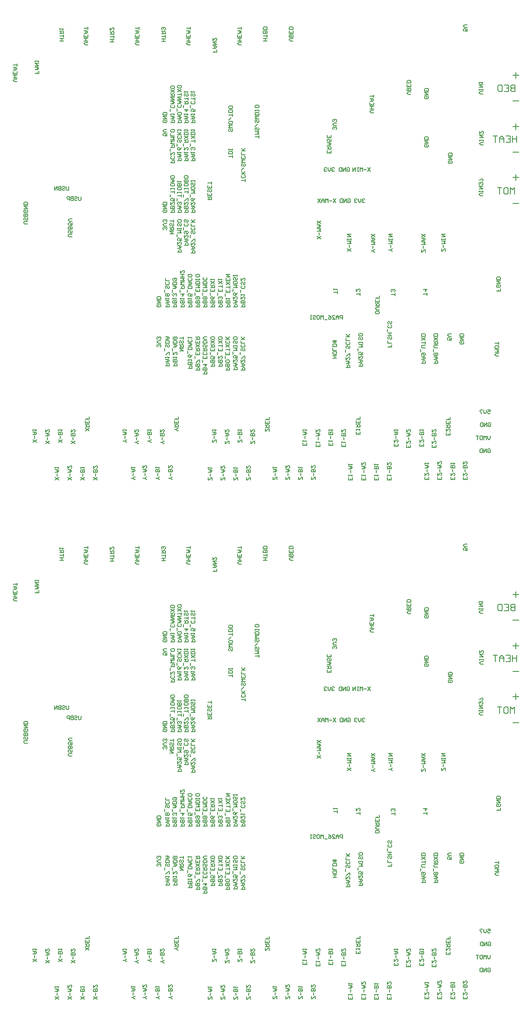
<source format=gbo>
G04 Layer_Color=32896*
%FSLAX24Y24*%
%MOIN*%
G70*
G01*
G75*
%ADD72C,0.0080*%
%ADD124C,0.0060*%
D72*
X42701Y36370D02*
X43168D01*
X42934Y36603D02*
Y36137D01*
X42701Y32370D02*
X43168D01*
X42934Y32603D02*
Y32137D01*
X42699Y28413D02*
X43165D01*
X42932Y28646D02*
Y28180D01*
X42710Y30389D02*
X43177D01*
X42710Y34389D02*
X43177D01*
X42709Y26366D02*
X43175D01*
X42866Y35620D02*
Y35120D01*
X42616D01*
X42533Y35203D01*
Y35287D01*
X42616Y35370D01*
X42866D01*
X42616D01*
X42533Y35453D01*
Y35537D01*
X42616Y35620D01*
X42866D01*
X42033D02*
X42366D01*
Y35120D01*
X42033D01*
X42366Y35370D02*
X42200D01*
X41866Y35620D02*
Y35120D01*
X41617D01*
X41533Y35203D01*
Y35537D01*
X41617Y35620D01*
X41866D01*
X42984Y31644D02*
Y31144D01*
Y31394D01*
X42651D01*
Y31644D01*
Y31144D01*
X42151Y31644D02*
X42484D01*
Y31144D01*
X42151D01*
X42484Y31394D02*
X42318D01*
X41985Y31144D02*
Y31477D01*
X41818Y31644D01*
X41651Y31477D01*
Y31144D01*
Y31394D01*
X41985D01*
X41485Y31644D02*
X41152D01*
X41318D01*
Y31144D01*
X42837Y27108D02*
Y27608D01*
X42670Y27441D01*
X42503Y27608D01*
Y27108D01*
X42087Y27608D02*
X42253D01*
X42337Y27525D01*
Y27192D01*
X42253Y27108D01*
X42087D01*
X42004Y27192D01*
Y27525D01*
X42087Y27608D01*
X41837D02*
X41504D01*
X41670D01*
Y27108D01*
X42701Y76870D02*
X43168D01*
X42934Y77103D02*
Y76637D01*
X42701Y72870D02*
X43168D01*
X42934Y73103D02*
Y72637D01*
X42699Y68913D02*
X43165D01*
X42932Y69146D02*
Y68680D01*
X42710Y70889D02*
X43177D01*
X42710Y74889D02*
X43177D01*
X42709Y66866D02*
X43175D01*
X42866Y76120D02*
Y75620D01*
X42616D01*
X42533Y75703D01*
Y75787D01*
X42616Y75870D01*
X42866D01*
X42616D01*
X42533Y75953D01*
Y76037D01*
X42616Y76120D01*
X42866D01*
X42033D02*
X42366D01*
Y75620D01*
X42033D01*
X42366Y75870D02*
X42200D01*
X41866Y76120D02*
Y75620D01*
X41617D01*
X41533Y75703D01*
Y76037D01*
X41617Y76120D01*
X41866D01*
X42984Y72144D02*
Y71644D01*
Y71894D01*
X42651D01*
Y72144D01*
Y71644D01*
X42151Y72144D02*
X42484D01*
Y71644D01*
X42151D01*
X42484Y71894D02*
X42318D01*
X41985Y71644D02*
Y71977D01*
X41818Y72144D01*
X41651Y71977D01*
Y71644D01*
Y71894D01*
X41985D01*
X41485Y72144D02*
X41152D01*
X41318D01*
Y71644D01*
X42837Y67608D02*
Y68108D01*
X42670Y67941D01*
X42503Y68108D01*
Y67608D01*
X42087Y68108D02*
X42253D01*
X42337Y68025D01*
Y67692D01*
X42253Y67608D01*
X42087D01*
X42004Y67692D01*
Y68025D01*
X42087Y68108D01*
X41837D02*
X41504D01*
X41670D01*
Y67608D01*
D124*
X8014Y27703D02*
Y27454D01*
X7964Y27404D01*
X7864D01*
X7814Y27454D01*
Y27703D01*
X7514Y27653D02*
X7564Y27703D01*
X7664D01*
X7714Y27653D01*
Y27603D01*
X7664Y27554D01*
X7564D01*
X7514Y27504D01*
Y27454D01*
X7564Y27404D01*
X7664D01*
X7714Y27454D01*
X7414Y27703D02*
Y27404D01*
X7264D01*
X7214Y27454D01*
Y27504D01*
X7264Y27554D01*
X7414D01*
X7264D01*
X7214Y27603D01*
Y27653D01*
X7264Y27703D01*
X7414D01*
X7114Y27404D02*
Y27703D01*
X6914Y27404D01*
Y27703D01*
X28511Y30507D02*
Y30307D01*
X28211D01*
Y30507D01*
X28361Y30307D02*
Y30407D01*
X28211Y30607D02*
X28511D01*
Y30757D01*
X28461Y30807D01*
X28361D01*
X28311Y30757D01*
Y30607D01*
Y30707D02*
X28211Y30807D01*
Y30907D02*
X28411D01*
X28511Y31007D01*
X28411Y31107D01*
X28211D01*
X28361D01*
Y30907D01*
X28461Y31407D02*
X28511Y31357D01*
Y31257D01*
X28461Y31207D01*
X28411D01*
X28361Y31257D01*
Y31357D01*
X28311Y31407D01*
X28261D01*
X28211Y31357D01*
Y31257D01*
X28261Y31207D01*
X28511Y31707D02*
Y31507D01*
X28211D01*
Y31707D01*
X28361Y31507D02*
Y31607D01*
X21788Y28063D02*
Y28263D01*
Y28163D01*
X21488D01*
X21738Y28563D02*
X21788Y28513D01*
Y28413D01*
X21738Y28363D01*
X21538D01*
X21488Y28413D01*
Y28513D01*
X21538Y28563D01*
X21788Y28663D02*
X21488D01*
X21588D01*
X21788Y28863D01*
X21638Y28713D01*
X21488Y28863D01*
Y28963D02*
X21688Y29163D01*
X21738Y29463D02*
X21788Y29413D01*
Y29313D01*
X21738Y29263D01*
X21688D01*
X21638Y29313D01*
Y29413D01*
X21588Y29463D01*
X21538D01*
X21488Y29413D01*
Y29313D01*
X21538Y29263D01*
X21788Y29563D02*
X21488D01*
X21588Y29662D01*
X21488Y29762D01*
X21788D01*
X21738Y30062D02*
X21788Y30012D01*
Y29912D01*
X21738Y29862D01*
X21538D01*
X21488Y29912D01*
Y30012D01*
X21538Y30062D01*
X21788Y30162D02*
X21488D01*
Y30362D01*
X21788Y30462D02*
X21488D01*
X21588D01*
X21788Y30662D01*
X21638Y30512D01*
X21488Y30662D01*
X20794Y29933D02*
Y30133D01*
Y30033D01*
X20494D01*
X20794Y30233D02*
X20494D01*
Y30383D01*
X20544Y30433D01*
X20744D01*
X20794Y30383D01*
Y30233D01*
Y30533D02*
Y30633D01*
Y30583D01*
X20494D01*
Y30533D01*
Y30633D01*
X20761Y32191D02*
X20811Y32141D01*
Y32041D01*
X20761Y31991D01*
X20711D01*
X20661Y32041D01*
Y32141D01*
X20611Y32191D01*
X20561D01*
X20511Y32141D01*
Y32041D01*
X20561Y31991D01*
X20811Y32291D02*
X20511D01*
X20611Y32391D01*
X20511Y32491D01*
X20811D01*
Y32741D02*
Y32641D01*
X20761Y32591D01*
X20561D01*
X20511Y32641D01*
Y32741D01*
X20561Y32791D01*
X20761D01*
X20811Y32741D01*
X20511Y32891D02*
X20711Y33091D01*
X20811Y33191D02*
Y33391D01*
Y33291D01*
X20511D01*
X20811Y33491D02*
X20511D01*
Y33640D01*
X20561Y33690D01*
X20761D01*
X20811Y33640D01*
Y33491D01*
Y33940D02*
Y33840D01*
X20761Y33790D01*
X20561D01*
X20511Y33840D01*
Y33940D01*
X20561Y33990D01*
X20761D01*
X20811Y33940D01*
X22851Y31481D02*
Y31681D01*
Y31581D01*
X22551D01*
Y31781D02*
X22851D01*
X22751Y31881D01*
X22851Y31981D01*
X22551D01*
X22801Y32281D02*
X22851Y32231D01*
Y32131D01*
X22801Y32081D01*
X22751D01*
X22701Y32131D01*
Y32231D01*
X22651Y32281D01*
X22601D01*
X22551Y32231D01*
Y32131D01*
X22601Y32081D01*
X22551Y32381D02*
X22751Y32581D01*
X22801Y32881D02*
X22851Y32831D01*
Y32731D01*
X22801Y32681D01*
X22751D01*
X22701Y32731D01*
Y32831D01*
X22651Y32881D01*
X22601D01*
X22551Y32831D01*
Y32731D01*
X22601Y32681D01*
X22851Y32981D02*
X22551D01*
X22651Y33081D01*
X22551Y33180D01*
X22851D01*
Y33280D02*
X22551D01*
Y33430D01*
X22601Y33480D01*
X22801D01*
X22851Y33430D01*
Y33280D01*
Y33580D02*
Y33680D01*
Y33630D01*
X22551D01*
Y33580D01*
Y33680D01*
X22851Y33980D02*
Y33880D01*
X22801Y33830D01*
X22601D01*
X22551Y33880D01*
Y33980D01*
X22601Y34030D01*
X22801D01*
X22851Y33980D01*
X18850Y26665D02*
X19150D01*
Y26815D01*
X19100Y26865D01*
X19000D01*
X18950Y26815D01*
Y26665D01*
Y26765D02*
X18850Y26865D01*
X19150Y27165D02*
Y26965D01*
X18850D01*
Y27165D01*
X19000Y26965D02*
Y27065D01*
X19100Y27465D02*
X19150Y27415D01*
Y27315D01*
X19100Y27265D01*
X19050D01*
X19000Y27315D01*
Y27415D01*
X18950Y27465D01*
X18900D01*
X18850Y27415D01*
Y27315D01*
X18900Y27265D01*
X19150Y27765D02*
Y27565D01*
X18850D01*
Y27765D01*
X19000Y27565D02*
Y27665D01*
X19150Y27865D02*
Y28065D01*
Y27965D01*
X18850D01*
X38805Y15624D02*
X38855Y15574D01*
Y15474D01*
X38805Y15424D01*
X38605D01*
X38555Y15474D01*
Y15574D01*
X38605Y15624D01*
X38705D01*
Y15524D01*
X38555Y15724D02*
X38855D01*
X38555Y15924D01*
X38855D01*
Y16024D02*
X38555D01*
Y16174D01*
X38605Y16224D01*
X38805D01*
X38855Y16174D01*
Y16024D01*
X33314Y22641D02*
X33264D01*
X33164Y22740D01*
X33264Y22840D01*
X33314D01*
X33164Y22740D02*
X33014D01*
X33164Y22940D02*
Y23140D01*
X33014Y23240D02*
X33314D01*
X33214Y23340D01*
X33314Y23440D01*
X33014D01*
X33314Y23540D02*
Y23640D01*
Y23590D01*
X33014D01*
Y23540D01*
Y23640D01*
Y23790D02*
X33314D01*
X33014Y23990D01*
X33314D01*
X36547Y13924D02*
X36847D01*
Y14074D01*
X36797Y14124D01*
X36697D01*
X36647Y14074D01*
Y13924D01*
X36547Y14224D02*
X36747D01*
X36847Y14324D01*
X36747Y14424D01*
X36547D01*
X36697D01*
Y14224D01*
X36797Y14524D02*
X36847Y14574D01*
Y14674D01*
X36797Y14724D01*
X36747D01*
X36697Y14674D01*
X36647Y14724D01*
X36597D01*
X36547Y14674D01*
Y14574D01*
X36597Y14524D01*
X36647D01*
X36697Y14574D01*
X36747Y14524D01*
X36797D01*
X36697Y14574D02*
Y14674D01*
X36497Y14824D02*
Y15024D01*
X36847Y15124D02*
X36597D01*
X36547Y15174D01*
Y15274D01*
X36597Y15324D01*
X36847D01*
X36547Y15424D02*
X36847D01*
Y15574D01*
X36797Y15624D01*
X36697D01*
X36647Y15574D01*
Y15424D01*
Y15524D02*
X36547Y15624D01*
X36847Y15724D02*
X36547Y15924D01*
X36847D02*
X36547Y15724D01*
X36847Y16024D02*
X36547D01*
Y16174D01*
X36597Y16224D01*
X36797D01*
X36847Y16174D01*
Y16024D01*
X27703Y23624D02*
X27404Y23824D01*
X27703D02*
X27404Y23624D01*
X27554Y23924D02*
Y24124D01*
X27404Y24224D02*
X27703D01*
X27603Y24324D01*
X27703Y24424D01*
X27404D01*
Y24524D02*
X27603D01*
X27703Y24624D01*
X27603Y24724D01*
X27404D01*
X27554D01*
Y24524D01*
X27703Y24824D02*
X27404Y25024D01*
X27703D02*
X27404Y24824D01*
X33245Y15389D02*
Y15189D01*
X33095D01*
Y15289D01*
Y15189D01*
X32945D01*
X33245Y15489D02*
X32945D01*
Y15689D01*
X33195Y15989D02*
X33245Y15939D01*
Y15839D01*
X33195Y15789D01*
X33145D01*
X33095Y15839D01*
Y15939D01*
X33045Y15989D01*
X32995D01*
X32945Y15939D01*
Y15839D01*
X32995Y15789D01*
X33245Y16089D02*
X32945D01*
X33095D01*
Y16289D01*
X33245D01*
X32945D01*
X32895Y16389D02*
Y16589D01*
X33195Y16888D02*
X33245Y16838D01*
Y16738D01*
X33195Y16688D01*
X32995D01*
X32945Y16738D01*
Y16838D01*
X32995Y16888D01*
X33195Y17188D02*
X33245Y17138D01*
Y17038D01*
X33195Y16988D01*
X33145D01*
X33095Y17038D01*
Y17138D01*
X33045Y17188D01*
X32995D01*
X32945Y17138D01*
Y17038D01*
X32995Y16988D01*
X28944Y14323D02*
X28644D01*
X28794D01*
Y14523D01*
X28944D01*
X28644D01*
X28944Y14773D02*
Y14673D01*
X28894Y14623D01*
X28694D01*
X28644Y14673D01*
Y14773D01*
X28694Y14823D01*
X28894D01*
X28944Y14773D01*
Y14923D02*
X28644D01*
Y15123D01*
X28944Y15223D02*
X28644D01*
Y15373D01*
X28694Y15422D01*
X28894D01*
X28944Y15373D01*
Y15223D01*
X28644Y15572D02*
X28944D01*
Y15672D02*
X28644D01*
X28844Y15522D02*
Y15672D01*
Y15722D01*
X28744Y15522D02*
Y15722D01*
X39140Y40025D02*
Y39825D01*
X38990D01*
X39040Y39925D01*
Y39975D01*
X38990Y40025D01*
X38891D01*
X38841Y39975D01*
Y39875D01*
X38891Y39825D01*
X39140Y40125D02*
X38941D01*
X38841Y40225D01*
X38941Y40325D01*
X39140D01*
X19551Y38391D02*
Y38191D01*
X19401D01*
Y38291D01*
Y38191D01*
X19251D01*
Y38491D02*
X19451D01*
X19551Y38591D01*
X19451Y38691D01*
X19251D01*
X19401D01*
Y38491D01*
X19251Y38791D02*
X19551D01*
X19251Y38991D01*
X19551D01*
X19251Y39291D02*
Y39091D01*
X19451Y39291D01*
X19501D01*
X19551Y39241D01*
Y39141D01*
X19501Y39091D01*
X5671Y36721D02*
Y36521D01*
X5521D01*
Y36621D01*
Y36521D01*
X5371D01*
Y36821D02*
X5571D01*
X5671Y36921D01*
X5571Y37021D01*
X5371D01*
X5521D01*
Y36821D01*
X5371Y37121D02*
X5671D01*
X5371Y37321D01*
X5671D01*
X5371Y37421D02*
Y37521D01*
Y37471D01*
X5671D01*
X5621Y37421D01*
X41581Y14470D02*
X41381D01*
X41281Y14570D01*
X41381Y14670D01*
X41581D01*
X41281Y14770D02*
X41581D01*
X41481Y14870D01*
X41581Y14970D01*
X41281D01*
X41581Y15220D02*
Y15120D01*
X41531Y15070D01*
X41331D01*
X41281Y15120D01*
Y15220D01*
X41331Y15270D01*
X41531D01*
X41581Y15220D01*
Y15370D02*
Y15570D01*
Y15470D01*
X41281D01*
X34721Y34864D02*
X34521D01*
X34421Y34964D01*
X34521Y35064D01*
X34721D01*
Y35164D02*
X34421D01*
Y35314D01*
X34471Y35364D01*
X34521D01*
X34571Y35314D01*
Y35164D01*
Y35314D01*
X34621Y35364D01*
X34671D01*
X34721Y35314D01*
Y35164D01*
Y35664D02*
Y35464D01*
X34421D01*
Y35664D01*
X34571Y35464D02*
Y35564D01*
X34721Y35764D02*
X34421D01*
Y35914D01*
X34471Y35964D01*
X34671D01*
X34721Y35914D01*
Y35764D01*
X40351Y34894D02*
X40151D01*
X40051Y34994D01*
X40151Y35094D01*
X40351D01*
Y35194D02*
Y35294D01*
Y35244D01*
X40051D01*
Y35194D01*
Y35294D01*
Y35444D02*
X40351D01*
X40051Y35643D01*
X40351D01*
X40051Y35743D02*
Y35843D01*
Y35793D01*
X40351D01*
X40301Y35743D01*
X40381Y30947D02*
X40181D01*
X40081Y31047D01*
X40181Y31147D01*
X40381D01*
Y31247D02*
Y31347D01*
Y31297D01*
X40081D01*
Y31247D01*
Y31347D01*
Y31497D02*
X40381D01*
X40081Y31697D01*
X40381D01*
X40081Y31997D02*
Y31797D01*
X40281Y31997D01*
X40331D01*
X40381Y31947D01*
Y31847D01*
X40331Y31797D01*
X40351Y26961D02*
X40151D01*
X40051Y27061D01*
X40151Y27161D01*
X40351D01*
Y27261D02*
Y27360D01*
Y27311D01*
X40051D01*
Y27261D01*
Y27360D01*
Y27510D02*
X40351D01*
X40051Y27710D01*
X40351D01*
X40301Y27810D02*
X40351Y27860D01*
Y27960D01*
X40301Y28010D01*
X40251D01*
X40201Y27960D01*
Y27910D01*
Y27960D01*
X40151Y28010D01*
X40101D01*
X40051Y27960D01*
Y27860D01*
X40101Y27810D01*
X40301Y28110D02*
X40351Y28160D01*
Y28260D01*
X40301Y28310D01*
X40251D01*
X40151Y28210D01*
X40101D02*
X40051D01*
X23514Y39045D02*
X23214D01*
X23364D01*
Y39245D01*
X23514D01*
X23214D01*
X23514Y39345D02*
Y39545D01*
Y39445D01*
X23214D01*
X23514Y39645D02*
X23214D01*
Y39795D01*
X23264Y39845D01*
X23314D01*
X23364Y39795D01*
Y39645D01*
Y39795D01*
X23414Y39845D01*
X23464D01*
X23514Y39795D01*
Y39645D01*
Y39944D02*
X23214D01*
Y40094D01*
X23264Y40144D01*
X23464D01*
X23514Y40094D01*
Y39944D01*
X11531Y38991D02*
X11231D01*
X11381D01*
Y39191D01*
X11531D01*
X11231D01*
X11531Y39291D02*
Y39491D01*
Y39391D01*
X11231D01*
Y39591D02*
X11531D01*
Y39741D01*
X11481Y39791D01*
X11381D01*
X11331Y39741D01*
Y39591D01*
Y39691D02*
X11231Y39791D01*
Y40091D02*
Y39891D01*
X11431Y40091D01*
X11481D01*
X11531Y40041D01*
Y39941D01*
X11481Y39891D01*
X15561Y39021D02*
X15261D01*
X15411D01*
Y39221D01*
X15561D01*
X15261D01*
X15561Y39321D02*
Y39521D01*
Y39421D01*
X15261D01*
Y39621D02*
X15561D01*
Y39771D01*
X15511Y39821D01*
X15411D01*
X15361Y39771D01*
Y39621D01*
Y39721D02*
X15261Y39821D01*
X15511Y39921D02*
X15561Y39971D01*
Y40071D01*
X15511Y40121D01*
X15461D01*
X15411Y40071D01*
Y40021D01*
Y40071D01*
X15361Y40121D01*
X15311D01*
X15261Y40071D01*
Y39971D01*
X15311Y39921D01*
X7601Y39031D02*
X7301D01*
X7451D01*
Y39231D01*
X7601D01*
X7301D01*
X7601Y39331D02*
Y39531D01*
Y39431D01*
X7301D01*
Y39631D02*
X7601D01*
Y39781D01*
X7551Y39831D01*
X7451D01*
X7401Y39781D01*
Y39631D01*
Y39731D02*
X7301Y39831D01*
Y39931D02*
Y40031D01*
Y39981D01*
X7601D01*
X7551Y39931D01*
X7240Y4820D02*
X6940Y5020D01*
X7240D02*
X6940Y4820D01*
X7090Y5120D02*
Y5320D01*
X6940Y5420D02*
X7140D01*
X7240Y5520D01*
X7140Y5620D01*
X6940D01*
X7090D01*
Y5420D01*
X6940Y5720D02*
Y5820D01*
Y5770D01*
X7240D01*
X7190Y5720D01*
X8240Y4820D02*
X7940Y5020D01*
X8240D02*
X7940Y4820D01*
X8090Y5120D02*
Y5320D01*
X7940Y5420D02*
X8140D01*
X8240Y5520D01*
X8140Y5620D01*
X7940D01*
X8090D01*
Y5420D01*
X7940Y5920D02*
Y5720D01*
X8140Y5920D01*
X8190D01*
X8240Y5870D01*
Y5770D01*
X8190Y5720D01*
X9240Y4820D02*
X8940Y5020D01*
X9240D02*
X8940Y4820D01*
X9090Y5120D02*
Y5320D01*
X9240Y5420D02*
X8940D01*
Y5570D01*
X8990Y5620D01*
X9040D01*
X9090Y5570D01*
Y5420D01*
Y5570D01*
X9140Y5620D01*
X9190D01*
X9240Y5570D01*
Y5420D01*
X8940Y5720D02*
Y5820D01*
Y5770D01*
X9240D01*
X9190Y5720D01*
X10240Y4820D02*
X9940Y5020D01*
X10240D02*
X9940Y4820D01*
X10090Y5120D02*
Y5320D01*
X10240Y5420D02*
X9940D01*
Y5570D01*
X9990Y5620D01*
X10040D01*
X10090Y5570D01*
Y5420D01*
Y5570D01*
X10140Y5620D01*
X10190D01*
X10240Y5570D01*
Y5420D01*
X9940Y5920D02*
Y5720D01*
X10140Y5920D01*
X10190D01*
X10240Y5870D01*
Y5770D01*
X10190Y5720D01*
X16102Y4828D02*
X16052D01*
X15952Y4928D01*
X16052Y5028D01*
X16102D01*
X15952Y4928D02*
X15802D01*
X15952Y5128D02*
Y5328D01*
X16102Y5428D02*
X15802D01*
Y5578D01*
X15852Y5628D01*
X15902D01*
X15952Y5578D01*
Y5428D01*
Y5578D01*
X16002Y5628D01*
X16052D01*
X16102Y5578D01*
Y5428D01*
X15802Y5928D02*
Y5728D01*
X16002Y5928D01*
X16052D01*
X16102Y5878D01*
Y5778D01*
X16052Y5728D01*
X15102Y4828D02*
X15052D01*
X14952Y4928D01*
X15052Y5028D01*
X15102D01*
X14952Y4928D02*
X14802D01*
X14952Y5128D02*
Y5328D01*
X15102Y5428D02*
X14802D01*
Y5578D01*
X14852Y5628D01*
X14902D01*
X14952Y5578D01*
Y5428D01*
Y5578D01*
X15002Y5628D01*
X15052D01*
X15102Y5578D01*
Y5428D01*
X14802Y5728D02*
Y5828D01*
Y5778D01*
X15102D01*
X15052Y5728D01*
X14102Y4828D02*
X14052D01*
X13952Y4928D01*
X14052Y5028D01*
X14102D01*
X13952Y4928D02*
X13802D01*
X13952Y5128D02*
Y5328D01*
X13802Y5428D02*
X14002D01*
X14102Y5528D01*
X14002Y5628D01*
X13802D01*
X13952D01*
Y5428D01*
X13802Y5928D02*
Y5728D01*
X14002Y5928D01*
X14052D01*
X14102Y5878D01*
Y5778D01*
X14052Y5728D01*
X13181Y4828D02*
X13131D01*
X13031Y4928D01*
X13131Y5028D01*
X13181D01*
X13031Y4928D02*
X12881D01*
X13031Y5128D02*
Y5328D01*
X12881Y5428D02*
X13081D01*
X13181Y5528D01*
X13081Y5628D01*
X12881D01*
X13031D01*
Y5428D01*
X12881Y5728D02*
Y5828D01*
Y5778D01*
X13181D01*
X13131Y5728D01*
X22198Y4808D02*
Y5008D01*
X22148D01*
X21948Y4808D01*
X21898D01*
Y5008D01*
X22048Y5108D02*
Y5308D01*
X22198Y5408D02*
X21898D01*
Y5558D01*
X21948Y5608D01*
X21998D01*
X22048Y5558D01*
Y5408D01*
Y5558D01*
X22098Y5608D01*
X22148D01*
X22198Y5558D01*
Y5408D01*
X21898Y5908D02*
Y5708D01*
X22098Y5908D01*
X22148D01*
X22198Y5858D01*
Y5758D01*
X22148Y5708D01*
X21198Y4808D02*
Y5008D01*
X21148D01*
X20948Y4808D01*
X20898D01*
Y5008D01*
X21048Y5108D02*
Y5308D01*
X21198Y5408D02*
X20898D01*
Y5558D01*
X20948Y5608D01*
X20998D01*
X21048Y5558D01*
Y5408D01*
Y5558D01*
X21098Y5608D01*
X21148D01*
X21198Y5558D01*
Y5408D01*
X20898Y5708D02*
Y5808D01*
Y5758D01*
X21198D01*
X21148Y5708D01*
X20198Y4808D02*
Y5008D01*
X20148D01*
X19948Y4808D01*
X19898D01*
Y5008D01*
X20048Y5108D02*
Y5308D01*
X19898Y5408D02*
X20098D01*
X20198Y5508D01*
X20098Y5608D01*
X19898D01*
X20048D01*
Y5408D01*
X19898Y5908D02*
Y5708D01*
X20098Y5908D01*
X20148D01*
X20198Y5858D01*
Y5758D01*
X20148Y5708D01*
X19198Y4808D02*
Y5008D01*
X19148D01*
X18948Y4808D01*
X18898D01*
Y5008D01*
X19048Y5108D02*
Y5308D01*
X18898Y5408D02*
X19098D01*
X19198Y5508D01*
X19098Y5608D01*
X18898D01*
X19048D01*
Y5408D01*
X18898Y5708D02*
Y5808D01*
Y5758D01*
X19198D01*
X19148Y5708D01*
X39121Y5053D02*
Y4853D01*
X38821D01*
Y5053D01*
X38971Y4853D02*
Y4953D01*
X38821Y5353D02*
Y5153D01*
X39021Y5353D01*
X39071D01*
X39121Y5303D01*
Y5203D01*
X39071Y5153D01*
X38971Y5453D02*
Y5653D01*
X39121Y5753D02*
X38821D01*
Y5903D01*
X38871Y5953D01*
X38921D01*
X38971Y5903D01*
Y5753D01*
Y5903D01*
X39021Y5953D01*
X39071D01*
X39121Y5903D01*
Y5753D01*
X38821Y6252D02*
Y6053D01*
X39021Y6252D01*
X39071D01*
X39121Y6203D01*
Y6103D01*
X39071Y6053D01*
X38156Y5053D02*
Y4853D01*
X37856D01*
Y5053D01*
X38006Y4853D02*
Y4953D01*
X37856Y5353D02*
Y5153D01*
X38056Y5353D01*
X38106D01*
X38156Y5303D01*
Y5203D01*
X38106Y5153D01*
X38006Y5453D02*
Y5653D01*
X38156Y5753D02*
X37856D01*
Y5903D01*
X37906Y5953D01*
X37956D01*
X38006Y5903D01*
Y5753D01*
Y5903D01*
X38056Y5953D01*
X38106D01*
X38156Y5903D01*
Y5753D01*
X37856Y6053D02*
Y6153D01*
Y6103D01*
X38156D01*
X38106Y6053D01*
X37133Y5053D02*
Y4853D01*
X36833D01*
Y5053D01*
X36983Y4853D02*
Y4953D01*
X36833Y5353D02*
Y5153D01*
X37033Y5353D01*
X37083D01*
X37133Y5303D01*
Y5203D01*
X37083Y5153D01*
X36983Y5453D02*
Y5653D01*
X36833Y5753D02*
X37033D01*
X37133Y5853D01*
X37033Y5953D01*
X36833D01*
X36983D01*
Y5753D01*
X36833Y6252D02*
Y6053D01*
X37033Y6252D01*
X37083D01*
X37133Y6203D01*
Y6103D01*
X37083Y6053D01*
X36146Y5053D02*
Y4853D01*
X35846D01*
Y5053D01*
X35996Y4853D02*
Y4953D01*
X35846Y5353D02*
Y5153D01*
X36046Y5353D01*
X36096D01*
X36146Y5303D01*
Y5203D01*
X36096Y5153D01*
X35996Y5453D02*
Y5653D01*
X35846Y5753D02*
X36046D01*
X36146Y5853D01*
X36046Y5953D01*
X35846D01*
X35996D01*
Y5753D01*
X35846Y6053D02*
Y6153D01*
Y6103D01*
X36146D01*
X36096Y6053D01*
X33205Y5025D02*
Y4825D01*
X32906D01*
Y5025D01*
X33055Y4825D02*
Y4925D01*
X32906Y5125D02*
Y5225D01*
Y5175D01*
X33205D01*
X33155Y5125D01*
X33055Y5375D02*
Y5575D01*
X33205Y5675D02*
X32906D01*
Y5824D01*
X32956Y5874D01*
X33005D01*
X33055Y5824D01*
Y5675D01*
Y5824D01*
X33105Y5874D01*
X33155D01*
X33205Y5824D01*
Y5675D01*
X32906Y6174D02*
Y5974D01*
X33105Y6174D01*
X33155D01*
X33205Y6124D01*
Y6024D01*
X33155Y5974D01*
X32182Y5025D02*
Y4825D01*
X31882D01*
Y5025D01*
X32032Y4825D02*
Y4925D01*
X31882Y5125D02*
Y5225D01*
Y5175D01*
X32182D01*
X32132Y5125D01*
X32032Y5375D02*
Y5575D01*
X32182Y5675D02*
X31882D01*
Y5824D01*
X31932Y5874D01*
X31982D01*
X32032Y5824D01*
Y5675D01*
Y5824D01*
X32082Y5874D01*
X32132D01*
X32182Y5824D01*
Y5675D01*
X31882Y5974D02*
Y6074D01*
Y6024D01*
X32182D01*
X32132Y5974D01*
X31198Y5025D02*
Y4825D01*
X30898D01*
Y5025D01*
X31048Y4825D02*
Y4925D01*
X30898Y5125D02*
Y5225D01*
Y5175D01*
X31198D01*
X31148Y5125D01*
X31048Y5375D02*
Y5575D01*
X30898Y5675D02*
X31098D01*
X31198Y5774D01*
X31098Y5874D01*
X30898D01*
X31048D01*
Y5675D01*
X30898Y6174D02*
Y5974D01*
X31098Y6174D01*
X31148D01*
X31198Y6124D01*
Y6024D01*
X31148Y5974D01*
X30174Y5025D02*
Y4825D01*
X29874D01*
Y5025D01*
X30024Y4825D02*
Y4925D01*
X29874Y5125D02*
Y5225D01*
Y5175D01*
X30174D01*
X30124Y5125D01*
X30024Y5375D02*
Y5575D01*
X29874Y5675D02*
X30074D01*
X30174Y5774D01*
X30074Y5874D01*
X29874D01*
X30024D01*
Y5675D01*
X29874Y5974D02*
Y6074D01*
Y6024D01*
X30174D01*
X30124Y5974D01*
X24280Y4837D02*
Y5037D01*
X24230D01*
X24030Y4837D01*
X23980D01*
Y5037D01*
X24130Y5137D02*
Y5337D01*
X23980Y5437D02*
X24180D01*
X24280Y5537D01*
X24180Y5637D01*
X23980D01*
X24130D01*
Y5437D01*
X23980Y5737D02*
Y5837D01*
Y5787D01*
X24280D01*
X24230Y5737D01*
X25280Y4837D02*
Y5037D01*
X25230D01*
X25030Y4837D01*
X24980D01*
Y5037D01*
X25130Y5137D02*
Y5337D01*
X24980Y5437D02*
X25180D01*
X25280Y5537D01*
X25180Y5637D01*
X24980D01*
X25130D01*
Y5437D01*
X24980Y5937D02*
Y5737D01*
X25180Y5937D01*
X25230D01*
X25280Y5887D01*
Y5787D01*
X25230Y5737D01*
X26280Y4837D02*
Y5037D01*
X26230D01*
X26030Y4837D01*
X25980D01*
Y5037D01*
X26130Y5137D02*
Y5337D01*
X26280Y5437D02*
X25980D01*
Y5587D01*
X26030Y5637D01*
X26080D01*
X26130Y5587D01*
Y5437D01*
Y5587D01*
X26180Y5637D01*
X26230D01*
X26280Y5587D01*
Y5437D01*
X25980Y5737D02*
Y5837D01*
Y5787D01*
X26280D01*
X26230Y5737D01*
X27280Y4837D02*
Y5037D01*
X27230D01*
X27030Y4837D01*
X26980D01*
Y5037D01*
X27130Y5137D02*
Y5337D01*
X27280Y5437D02*
X26980D01*
Y5587D01*
X27030Y5637D01*
X27080D01*
X27130Y5587D01*
Y5437D01*
Y5587D01*
X27180Y5637D01*
X27230D01*
X27280Y5587D01*
Y5437D01*
X26980Y5937D02*
Y5737D01*
X27180Y5937D01*
X27230D01*
X27280Y5887D01*
Y5787D01*
X27230Y5737D01*
X28860Y26734D02*
X28660Y26434D01*
Y26734D02*
X28860Y26434D01*
X28560Y26584D02*
X28360D01*
X28260Y26434D02*
Y26734D01*
X28160Y26634D01*
X28061Y26734D01*
Y26434D01*
X27961D02*
Y26634D01*
X27861Y26734D01*
X27761Y26634D01*
Y26434D01*
Y26584D01*
X27961D01*
X27661Y26734D02*
X27461Y26434D01*
Y26734D02*
X27661Y26434D01*
X30075Y22641D02*
X29776Y22840D01*
X30075D02*
X29776Y22641D01*
X29926Y22940D02*
Y23140D01*
X29776Y23240D02*
X30075D01*
X29976Y23340D01*
X30075Y23440D01*
X29776D01*
X30075Y23540D02*
Y23640D01*
Y23590D01*
X29776D01*
Y23540D01*
Y23640D01*
Y23790D02*
X30075D01*
X29776Y23990D01*
X30075D01*
X31916Y22591D02*
X31866D01*
X31766Y22691D01*
X31866Y22790D01*
X31916D01*
X31766Y22691D02*
X31616D01*
X31766Y22890D02*
Y23090D01*
X31616Y23190D02*
X31916D01*
X31816Y23290D01*
X31916Y23390D01*
X31616D01*
Y23490D02*
X31816D01*
X31916Y23590D01*
X31816Y23690D01*
X31616D01*
X31766D01*
Y23490D01*
X31916Y23790D02*
X31616Y23990D01*
X31916D02*
X31616Y23790D01*
X37418Y22641D02*
Y22840D01*
X37368D01*
X37168Y22641D01*
X37118D01*
Y22840D01*
X37268Y22940D02*
Y23140D01*
X37118Y23240D02*
X37418D01*
X37318Y23340D01*
X37418Y23440D01*
X37118D01*
X37418Y23540D02*
Y23640D01*
Y23590D01*
X37118D01*
Y23540D01*
Y23640D01*
Y23790D02*
X37418D01*
X37118Y23990D01*
X37418D01*
X35863Y22591D02*
Y22790D01*
X35813D01*
X35613Y22591D01*
X35563D01*
Y22790D01*
X35713Y22890D02*
Y23090D01*
X35563Y23190D02*
X35863D01*
X35763Y23290D01*
X35863Y23390D01*
X35563D01*
Y23490D02*
X35763D01*
X35863Y23590D01*
X35763Y23690D01*
X35563D01*
X35713D01*
Y23490D01*
X35863Y23790D02*
X35563Y23990D01*
X35863D02*
X35563Y23790D01*
X37900Y29700D02*
X37950Y29650D01*
Y29550D01*
X37900Y29500D01*
X37700D01*
X37650Y29550D01*
Y29650D01*
X37700Y29700D01*
X37800D01*
Y29600D01*
X37650Y29800D02*
X37950D01*
X37650Y30000D01*
X37950D01*
Y30100D02*
X37650D01*
Y30250D01*
X37700Y30300D01*
X37900D01*
X37950Y30250D01*
Y30100D01*
X37881Y15924D02*
Y15724D01*
X37731D01*
X37781Y15824D01*
Y15874D01*
X37731Y15924D01*
X37631D01*
X37581Y15874D01*
Y15774D01*
X37631Y15724D01*
X37881Y16024D02*
X37681D01*
X37581Y16124D01*
X37681Y16224D01*
X37881D01*
X40747Y7191D02*
X40797Y7241D01*
X40897D01*
X40947Y7191D01*
Y6991D01*
X40897Y6941D01*
X40797D01*
X40747Y6991D01*
Y7091D01*
X40847D01*
X40647Y6941D02*
Y7241D01*
X40447Y6941D01*
Y7241D01*
X40347D02*
Y6941D01*
X40197D01*
X40147Y6991D01*
Y7191D01*
X40197Y7241D01*
X40347D01*
X41729Y19739D02*
Y19539D01*
X41579D01*
Y19639D01*
Y19539D01*
X41429D01*
X41679Y20039D02*
X41729Y19989D01*
Y19889D01*
X41679Y19839D01*
X41479D01*
X41429Y19889D01*
Y19989D01*
X41479Y20039D01*
X41579D01*
Y19939D01*
X41429Y20139D02*
X41729D01*
X41429Y20339D01*
X41729D01*
Y20439D02*
X41429D01*
Y20589D01*
X41479Y20639D01*
X41679D01*
X41729Y20589D01*
Y20439D01*
X28762Y29120D02*
X28712Y29170D01*
X28612D01*
X28562Y29120D01*
Y29070D01*
X28612Y29020D01*
X28662D01*
X28612D01*
X28562Y28970D01*
Y28920D01*
X28612Y28870D01*
X28712D01*
X28762Y28920D01*
X28462Y29170D02*
Y28970D01*
X28362Y28870D01*
X28262Y28970D01*
Y29170D01*
X28162Y29120D02*
X28112Y29170D01*
X28012D01*
X27962Y29120D01*
Y29070D01*
X28012Y29020D01*
X28062D01*
X28012D01*
X27962Y28970D01*
Y28920D01*
X28012Y28870D01*
X28112D01*
X28162Y28920D01*
X28870Y32126D02*
X28920Y32176D01*
Y32276D01*
X28870Y32326D01*
X28820D01*
X28770Y32276D01*
Y32226D01*
Y32276D01*
X28720Y32326D01*
X28670D01*
X28620Y32276D01*
Y32176D01*
X28670Y32126D01*
X28920Y32426D02*
X28720D01*
X28620Y32526D01*
X28720Y32626D01*
X28920D01*
X28870Y32726D02*
X28920Y32776D01*
Y32876D01*
X28870Y32926D01*
X28820D01*
X28770Y32876D01*
Y32826D01*
Y32876D01*
X28720Y32926D01*
X28670D01*
X28620Y32876D01*
Y32776D01*
X28670Y32726D01*
X31144Y26689D02*
X31094Y26739D01*
X30994D01*
X30944Y26689D01*
Y26639D01*
X30994Y26589D01*
X31044D01*
X30994D01*
X30944Y26539D01*
Y26489D01*
X30994Y26439D01*
X31094D01*
X31144Y26489D01*
X30844Y26739D02*
Y26539D01*
X30744Y26439D01*
X30644Y26539D01*
Y26739D01*
X30544Y26689D02*
X30494Y26739D01*
X30394D01*
X30344Y26689D01*
Y26639D01*
X30394Y26589D01*
X30444D01*
X30394D01*
X30344Y26539D01*
Y26489D01*
X30394Y26439D01*
X30494D01*
X30544Y26489D01*
X29782Y26689D02*
X29832Y26739D01*
X29932D01*
X29982Y26689D01*
Y26489D01*
X29932Y26439D01*
X29832D01*
X29782Y26489D01*
Y26589D01*
X29882D01*
X29682Y26439D02*
Y26739D01*
X29482Y26439D01*
Y26739D01*
X29382D02*
Y26439D01*
X29233D01*
X29183Y26489D01*
Y26689D01*
X29233Y26739D01*
X29382D01*
X29743Y29120D02*
X29793Y29170D01*
X29893D01*
X29943Y29120D01*
Y28920D01*
X29893Y28870D01*
X29793D01*
X29743Y28920D01*
Y29020D01*
X29843D01*
X29643Y28870D02*
Y29170D01*
X29443Y28870D01*
Y29170D01*
X29343D02*
Y28870D01*
X29193D01*
X29143Y28920D01*
Y29120D01*
X29193Y29170D01*
X29343D01*
X36059Y30970D02*
X36109Y30920D01*
Y30820D01*
X36059Y30770D01*
X35859D01*
X35809Y30820D01*
Y30920D01*
X35859Y30970D01*
X35959D01*
Y30870D01*
X35809Y31070D02*
X36109D01*
X35809Y31270D01*
X36109D01*
Y31369D02*
X35809D01*
Y31519D01*
X35859Y31569D01*
X36059D01*
X36109Y31519D01*
Y31369D01*
X15134Y18499D02*
X15184Y18449D01*
Y18349D01*
X15134Y18299D01*
X14934D01*
X14884Y18349D01*
Y18449D01*
X14934Y18499D01*
X15034D01*
Y18399D01*
X14884Y18599D02*
X15184D01*
X14884Y18799D01*
X15184D01*
Y18899D02*
X14884D01*
Y19049D01*
X14934Y19099D01*
X15134D01*
X15184Y19049D01*
Y18899D01*
X15556Y18299D02*
X15855D01*
Y18449D01*
X15805Y18499D01*
X15705D01*
X15655Y18449D01*
Y18299D01*
X15556Y18599D02*
X15755D01*
X15855Y18699D01*
X15755Y18799D01*
X15556D01*
X15705D01*
Y18599D01*
X15556Y18899D02*
Y18999D01*
Y18949D01*
X15855D01*
X15805Y18899D01*
Y19149D02*
X15855Y19199D01*
Y19299D01*
X15805Y19349D01*
X15755D01*
X15705Y19299D01*
X15655Y19349D01*
X15606D01*
X15556Y19299D01*
Y19199D01*
X15606Y19149D01*
X15655D01*
X15705Y19199D01*
X15755Y19149D01*
X15805D01*
X15705Y19199D02*
Y19299D01*
X15506Y19449D02*
Y19649D01*
X15805Y19949D02*
X15855Y19899D01*
Y19799D01*
X15805Y19749D01*
X15755D01*
X15705Y19799D01*
Y19899D01*
X15655Y19949D01*
X15606D01*
X15556Y19899D01*
Y19799D01*
X15606Y19749D01*
X15805Y20249D02*
X15855Y20199D01*
Y20099D01*
X15805Y20049D01*
X15606D01*
X15556Y20099D01*
Y20199D01*
X15606Y20249D01*
X15855Y20349D02*
X15556D01*
Y20548D01*
X16147Y18299D02*
X16447D01*
Y18449D01*
X16397Y18499D01*
X16297D01*
X16247Y18449D01*
Y18299D01*
X16447Y18599D02*
X16147D01*
Y18749D01*
X16197Y18799D01*
X16247D01*
X16297Y18749D01*
Y18599D01*
Y18749D01*
X16347Y18799D01*
X16397D01*
X16447Y18749D01*
Y18599D01*
X16147Y18899D02*
Y18999D01*
Y18949D01*
X16447D01*
X16397Y18899D01*
Y19149D02*
X16447Y19199D01*
Y19299D01*
X16397Y19349D01*
X16347D01*
X16297Y19299D01*
Y19249D01*
Y19299D01*
X16247Y19349D01*
X16197D01*
X16147Y19299D01*
Y19199D01*
X16197Y19149D01*
X16097Y19449D02*
Y19649D01*
X16147Y19749D02*
X16347D01*
X16447Y19849D01*
X16347Y19949D01*
X16147D01*
X16297D01*
Y19749D01*
X16447Y20049D02*
X16147D01*
Y20199D01*
X16197Y20249D01*
X16397D01*
X16447Y20199D01*
Y20049D01*
X16197Y20349D02*
X16147Y20399D01*
Y20498D01*
X16197Y20548D01*
X16397D01*
X16447Y20498D01*
Y20399D01*
X16397Y20349D01*
X16347D01*
X16297Y20399D01*
Y20548D01*
X16739Y18299D02*
X17038D01*
Y18449D01*
X16989Y18499D01*
X16889D01*
X16839Y18449D01*
Y18299D01*
X17038Y18599D02*
X16739D01*
Y18749D01*
X16789Y18799D01*
X16839D01*
X16889Y18749D01*
Y18599D01*
Y18749D01*
X16939Y18799D01*
X16989D01*
X17038Y18749D01*
Y18599D01*
X16739Y18899D02*
Y18999D01*
Y18949D01*
X17038D01*
X16989Y18899D01*
X16739Y19299D02*
X17038D01*
X16889Y19149D01*
Y19349D01*
X16689Y19449D02*
Y19649D01*
X16739Y19749D02*
X17038D01*
Y19899D01*
X16989Y19949D01*
X16889D01*
X16839Y19899D01*
Y19749D01*
X17038Y20049D02*
X16739D01*
X16839Y20149D01*
X16739Y20249D01*
X17038D01*
X16739Y20349D02*
X17038D01*
X16939Y20449D01*
X17038Y20548D01*
X16739D01*
X17038Y20648D02*
X16739D01*
X16889D01*
Y20848D01*
X17038D01*
X16739D01*
Y21148D02*
Y20948D01*
X16939Y21148D01*
X16989D01*
X17038Y21098D01*
Y20998D01*
X16989Y20948D01*
X17330Y18299D02*
X17630D01*
Y18449D01*
X17580Y18499D01*
X17480D01*
X17430Y18449D01*
Y18299D01*
X17630Y18599D02*
X17330D01*
Y18749D01*
X17380Y18799D01*
X17430D01*
X17480Y18749D01*
Y18599D01*
Y18749D01*
X17530Y18799D01*
X17580D01*
X17630Y18749D01*
Y18599D01*
X17330Y18899D02*
Y18999D01*
Y18949D01*
X17630D01*
X17580Y18899D01*
X17630Y19349D02*
Y19149D01*
X17480D01*
X17530Y19249D01*
Y19299D01*
X17480Y19349D01*
X17380D01*
X17330Y19299D01*
Y19199D01*
X17380Y19149D01*
X17280Y19449D02*
Y19649D01*
X17630Y19749D02*
X17330D01*
Y19899D01*
X17380Y19949D01*
X17580D01*
X17630Y19899D01*
Y19749D01*
X17330Y20049D02*
X17530D01*
X17630Y20149D01*
X17530Y20249D01*
X17330D01*
X17480D01*
Y20049D01*
X17580Y20548D02*
X17630Y20498D01*
Y20399D01*
X17580Y20349D01*
X17380D01*
X17330Y20399D01*
Y20498D01*
X17380Y20548D01*
X17580Y20648D02*
X17630Y20698D01*
Y20798D01*
X17580Y20848D01*
X17380D01*
X17330Y20798D01*
Y20698D01*
X17380Y20648D01*
X17580D01*
X17332Y13518D02*
X17632D01*
Y13668D01*
X17582Y13718D01*
X17482D01*
X17432Y13668D01*
Y13518D01*
X17632Y13818D02*
X17332D01*
Y13968D01*
X17382Y14018D01*
X17432D01*
X17482Y13968D01*
Y13818D01*
Y13968D01*
X17532Y14018D01*
X17582D01*
X17632Y13968D01*
Y13818D01*
X17332Y14118D02*
Y14218D01*
Y14168D01*
X17632D01*
X17582Y14118D01*
X17632Y14568D02*
X17582Y14468D01*
X17482Y14368D01*
X17382D01*
X17332Y14418D01*
Y14518D01*
X17382Y14568D01*
X17432D01*
X17482Y14518D01*
Y14368D01*
X17282Y14668D02*
Y14868D01*
X17632Y14968D02*
X17332D01*
Y15118D01*
X17382Y15168D01*
X17582D01*
X17632Y15118D01*
Y14968D01*
X17332Y15268D02*
X17532D01*
X17632Y15368D01*
X17532Y15468D01*
X17332D01*
X17482D01*
Y15268D01*
X17582Y15767D02*
X17632Y15717D01*
Y15618D01*
X17582Y15568D01*
X17382D01*
X17332Y15618D01*
Y15717D01*
X17382Y15767D01*
X17332Y15867D02*
Y15967D01*
Y15917D01*
X17632D01*
X17582Y15867D01*
X16662Y14868D02*
X16962D01*
X16662Y15068D01*
X16962D01*
X16662Y15168D02*
X16962D01*
Y15318D01*
X16912Y15368D01*
X16812D01*
X16762Y15318D01*
Y15168D01*
Y15268D02*
X16662Y15368D01*
X16912Y15667D02*
X16962Y15618D01*
Y15518D01*
X16912Y15468D01*
X16862D01*
X16812Y15518D01*
Y15618D01*
X16762Y15667D01*
X16712D01*
X16662Y15618D01*
Y15518D01*
X16712Y15468D01*
X16962Y15767D02*
Y15967D01*
Y15867D01*
X16662D01*
X16153Y13718D02*
X16453D01*
Y13868D01*
X16403Y13918D01*
X16303D01*
X16253Y13868D01*
Y13718D01*
X16453Y14018D02*
X16153D01*
Y14168D01*
X16203Y14218D01*
X16253D01*
X16303Y14168D01*
Y14018D01*
Y14168D01*
X16353Y14218D01*
X16403D01*
X16453Y14168D01*
Y14018D01*
X16153Y14318D02*
Y14418D01*
Y14368D01*
X16453D01*
X16403Y14318D01*
X16153Y14768D02*
Y14568D01*
X16353Y14768D01*
X16403D01*
X16453Y14718D01*
Y14618D01*
X16403Y14568D01*
X16103Y14868D02*
Y15068D01*
X16153Y15168D02*
X16353D01*
X16453Y15268D01*
X16353Y15368D01*
X16153D01*
X16303D01*
Y15168D01*
X16453Y15468D02*
X16153D01*
Y15618D01*
X16203Y15667D01*
X16403D01*
X16453Y15618D01*
Y15468D01*
X16403Y15767D02*
X16453Y15817D01*
Y15917D01*
X16403Y15967D01*
X16353D01*
X16303Y15917D01*
X16253Y15967D01*
X16203D01*
X16153Y15917D01*
Y15817D01*
X16203Y15767D01*
X16253D01*
X16303Y15817D01*
X16353Y15767D01*
X16403D01*
X16303Y15817D02*
Y15917D01*
X15563Y13718D02*
X15863D01*
Y13868D01*
X15813Y13918D01*
X15713D01*
X15663Y13868D01*
Y13718D01*
X15563Y14018D02*
X15763D01*
X15863Y14118D01*
X15763Y14218D01*
X15563D01*
X15713D01*
Y14018D01*
X15563Y14318D02*
Y14418D01*
Y14368D01*
X15863D01*
X15813Y14318D01*
X15863Y14568D02*
Y14768D01*
X15813D01*
X15613Y14568D01*
X15563D01*
X15513Y14868D02*
Y15068D01*
X15813Y15368D02*
X15863Y15318D01*
Y15218D01*
X15813Y15168D01*
X15763D01*
X15713Y15218D01*
Y15318D01*
X15663Y15368D01*
X15613D01*
X15563Y15318D01*
Y15218D01*
X15613Y15168D01*
X15863Y15468D02*
X15563D01*
Y15618D01*
X15613Y15667D01*
X15813D01*
X15863Y15618D01*
Y15468D01*
X15563Y15767D02*
X15763D01*
X15863Y15867D01*
X15763Y15967D01*
X15563D01*
X15713D01*
Y15767D01*
X15626Y24317D02*
X15676Y24367D01*
Y24467D01*
X15626Y24517D01*
X15576D01*
X15526Y24467D01*
Y24417D01*
Y24467D01*
X15476Y24517D01*
X15426D01*
X15376Y24467D01*
Y24367D01*
X15426Y24317D01*
X15676Y24617D02*
X15476D01*
X15376Y24717D01*
X15476Y24817D01*
X15676D01*
X15626Y24917D02*
X15676Y24967D01*
Y25067D01*
X15626Y25117D01*
X15576D01*
X15526Y25067D01*
Y25017D01*
Y25067D01*
X15476Y25117D01*
X15426D01*
X15376Y25067D01*
Y24967D01*
X15426Y24917D01*
X15900Y24017D02*
X16200D01*
X15900Y24217D01*
X16200D01*
X15900Y24317D02*
X16200D01*
Y24467D01*
X16150Y24517D01*
X16050D01*
X16000Y24467D01*
Y24317D01*
Y24417D02*
X15900Y24517D01*
X16150Y24817D02*
X16200Y24767D01*
Y24667D01*
X16150Y24617D01*
X16100D01*
X16050Y24667D01*
Y24767D01*
X16000Y24817D01*
X15950D01*
X15900Y24767D01*
Y24667D01*
X15950Y24617D01*
X16200Y24917D02*
Y25117D01*
Y25017D01*
X15900D01*
X16504Y22567D02*
X16804D01*
Y22717D01*
X16754Y22767D01*
X16654D01*
X16604Y22717D01*
Y22567D01*
X16504Y22867D02*
X16704D01*
X16804Y22967D01*
X16704Y23067D01*
X16504D01*
X16654D01*
Y22867D01*
X16504Y23367D02*
Y23167D01*
X16704Y23367D01*
X16754D01*
X16804Y23317D01*
Y23217D01*
X16754Y23167D01*
X16804Y23667D02*
Y23467D01*
X16654D01*
X16704Y23567D01*
Y23617D01*
X16654Y23667D01*
X16554D01*
X16504Y23617D01*
Y23517D01*
X16554Y23467D01*
X16454Y23767D02*
Y23967D01*
X16504Y24067D02*
X16804D01*
X16704Y24167D01*
X16804Y24267D01*
X16504D01*
X16804Y24367D02*
Y24467D01*
Y24417D01*
X16504D01*
Y24367D01*
Y24467D01*
X16754Y24817D02*
X16804Y24767D01*
Y24667D01*
X16754Y24617D01*
X16704D01*
X16654Y24667D01*
Y24767D01*
X16604Y24817D01*
X16554D01*
X16504Y24767D01*
Y24667D01*
X16554Y24617D01*
X16804Y25067D02*
Y24967D01*
X16754Y24917D01*
X16554D01*
X16504Y24967D01*
Y25067D01*
X16554Y25117D01*
X16754D01*
X16804Y25067D01*
X17027Y23117D02*
X17327D01*
Y23267D01*
X17277Y23317D01*
X17177D01*
X17127Y23267D01*
Y23117D01*
X17027Y23417D02*
X17227D01*
X17327Y23517D01*
X17227Y23617D01*
X17027D01*
X17177D01*
Y23417D01*
X17027Y23917D02*
Y23717D01*
X17227Y23917D01*
X17277D01*
X17327Y23867D01*
Y23767D01*
X17277Y23717D01*
X17077Y24017D02*
X17027Y24067D01*
Y24167D01*
X17077Y24217D01*
X17277D01*
X17327Y24167D01*
Y24067D01*
X17277Y24017D01*
X17227D01*
X17177Y24067D01*
Y24217D01*
X16977Y24317D02*
Y24517D01*
X17277Y24817D02*
X17327Y24767D01*
Y24667D01*
X17277Y24617D01*
X17077D01*
X17027Y24667D01*
Y24767D01*
X17077Y24817D01*
X17277Y25117D02*
X17327Y25067D01*
Y24967D01*
X17277Y24917D01*
X17227D01*
X17177Y24967D01*
Y25067D01*
X17127Y25117D01*
X17077D01*
X17027Y25067D01*
Y24967D01*
X17077Y24917D01*
X17551Y22517D02*
X17851D01*
Y22667D01*
X17801Y22717D01*
X17701D01*
X17651Y22667D01*
Y22517D01*
X17551Y22817D02*
X17751D01*
X17851Y22917D01*
X17751Y23017D01*
X17551D01*
X17701D01*
Y22817D01*
X17551Y23317D02*
Y23117D01*
X17751Y23317D01*
X17801D01*
X17851Y23267D01*
Y23167D01*
X17801Y23117D01*
X17851Y23417D02*
Y23617D01*
X17801D01*
X17601Y23417D01*
X17551D01*
X17501Y23717D02*
Y23917D01*
X17801Y24217D02*
X17851Y24167D01*
Y24067D01*
X17801Y24017D01*
X17751D01*
X17701Y24067D01*
Y24167D01*
X17651Y24217D01*
X17601D01*
X17551Y24167D01*
Y24067D01*
X17601Y24017D01*
X17801Y24517D02*
X17851Y24467D01*
Y24367D01*
X17801Y24317D01*
X17601D01*
X17551Y24367D01*
Y24467D01*
X17601Y24517D01*
X17851Y24617D02*
X17551D01*
Y24817D01*
X17851Y24917D02*
X17551D01*
X17651D01*
X17851Y25117D01*
X17701Y24967D01*
X17551Y25117D01*
Y25681D02*
X17851D01*
Y25831D01*
X17801Y25881D01*
X17701D01*
X17651Y25831D01*
Y25681D01*
X17551Y25981D02*
X17751D01*
X17851Y26081D01*
X17751Y26181D01*
X17551D01*
X17701D01*
Y25981D01*
X17551Y26481D02*
Y26281D01*
X17751Y26481D01*
X17801D01*
X17851Y26431D01*
Y26331D01*
X17801Y26281D01*
X17851Y26781D02*
X17801Y26681D01*
X17701Y26581D01*
X17601D01*
X17551Y26631D01*
Y26731D01*
X17601Y26781D01*
X17651D01*
X17701Y26731D01*
Y26581D01*
X17501Y26881D02*
Y27081D01*
X17551Y27181D02*
X17851D01*
X17751Y27281D01*
X17851Y27381D01*
X17551D01*
X17851Y27630D02*
Y27531D01*
X17801Y27481D01*
X17601D01*
X17551Y27531D01*
Y27630D01*
X17601Y27680D01*
X17801D01*
X17851Y27630D01*
X17801Y27980D02*
X17851Y27930D01*
Y27830D01*
X17801Y27780D01*
X17751D01*
X17701Y27830D01*
Y27930D01*
X17651Y27980D01*
X17601D01*
X17551Y27930D01*
Y27830D01*
X17601Y27780D01*
X17851Y28080D02*
Y28180D01*
Y28130D01*
X17551D01*
Y28080D01*
Y28180D01*
X17027Y25681D02*
X17327D01*
Y25831D01*
X17277Y25881D01*
X17177D01*
X17127Y25831D01*
Y25681D01*
X17327Y25981D02*
X17027D01*
Y26131D01*
X17077Y26181D01*
X17127D01*
X17177Y26131D01*
Y25981D01*
Y26131D01*
X17227Y26181D01*
X17277D01*
X17327Y26131D01*
Y25981D01*
X17027Y26481D02*
Y26281D01*
X17227Y26481D01*
X17277D01*
X17327Y26431D01*
Y26331D01*
X17277Y26281D01*
X17327Y26581D02*
Y26781D01*
X17277D01*
X17077Y26581D01*
X17027D01*
X16977Y26881D02*
Y27081D01*
X17327Y27181D02*
Y27381D01*
Y27281D01*
X17027D01*
X17327Y27481D02*
Y27580D01*
Y27531D01*
X17027D01*
Y27481D01*
Y27580D01*
X17327Y27880D02*
Y27780D01*
X17277Y27730D01*
X17077D01*
X17027Y27780D01*
Y27880D01*
X17077Y27930D01*
X17277D01*
X17327Y27880D01*
Y28030D02*
X17027D01*
Y28180D01*
X17077Y28230D01*
X17127D01*
X17177Y28180D01*
Y28030D01*
Y28180D01*
X17227Y28230D01*
X17277D01*
X17327Y28180D01*
Y28030D01*
X17277Y28330D02*
X17327Y28380D01*
Y28480D01*
X17277Y28530D01*
X17077D01*
X17027Y28480D01*
Y28380D01*
X17077Y28330D01*
X17277D01*
X16504Y25681D02*
X16804D01*
Y25831D01*
X16754Y25881D01*
X16654D01*
X16604Y25831D01*
Y25681D01*
X16504Y25981D02*
X16704D01*
X16804Y26081D01*
X16704Y26181D01*
X16504D01*
X16654D01*
Y25981D01*
X16754Y26281D02*
X16804Y26331D01*
Y26431D01*
X16754Y26481D01*
X16704D01*
X16654Y26431D01*
Y26381D01*
Y26431D01*
X16604Y26481D01*
X16554D01*
X16504Y26431D01*
Y26331D01*
X16554Y26281D01*
X16454Y26581D02*
Y26781D01*
X16804Y26881D02*
Y27081D01*
Y26981D01*
X16504D01*
X16804Y27181D02*
Y27281D01*
Y27231D01*
X16504D01*
Y27181D01*
Y27281D01*
X16804Y27580D02*
Y27481D01*
X16754Y27431D01*
X16554D01*
X16504Y27481D01*
Y27580D01*
X16554Y27630D01*
X16754D01*
X16804Y27580D01*
Y27730D02*
X16504D01*
Y27880D01*
X16554Y27930D01*
X16604D01*
X16654Y27880D01*
Y27730D01*
Y27880D01*
X16704Y27930D01*
X16754D01*
X16804Y27880D01*
Y27730D01*
X16504Y28030D02*
Y28130D01*
Y28080D01*
X16804D01*
X16754Y28030D01*
X15980Y25681D02*
X16280D01*
Y25831D01*
X16230Y25881D01*
X16130D01*
X16080Y25831D01*
Y25681D01*
X16280Y25981D02*
X15980D01*
Y26131D01*
X16030Y26181D01*
X16080D01*
X16130Y26131D01*
Y25981D01*
Y26131D01*
X16180Y26181D01*
X16230D01*
X16280Y26131D01*
Y25981D01*
X15980Y26481D02*
Y26281D01*
X16180Y26481D01*
X16230D01*
X16280Y26431D01*
Y26331D01*
X16230Y26281D01*
X16280Y26781D02*
Y26581D01*
X16130D01*
X16180Y26681D01*
Y26731D01*
X16130Y26781D01*
X16030D01*
X15980Y26731D01*
Y26631D01*
X16030Y26581D01*
X15930Y26881D02*
Y27081D01*
X16280Y27181D02*
Y27381D01*
Y27281D01*
X15980D01*
X16280Y27481D02*
Y27580D01*
Y27531D01*
X15980D01*
Y27481D01*
Y27580D01*
X16280Y27880D02*
Y27780D01*
X16230Y27730D01*
X16030D01*
X15980Y27780D01*
Y27880D01*
X16030Y27930D01*
X16230D01*
X16280Y27880D01*
X15980Y28030D02*
X16180D01*
X16280Y28130D01*
X16180Y28230D01*
X15980D01*
X16130D01*
Y28030D01*
X16230Y28330D02*
X16280Y28380D01*
Y28480D01*
X16230Y28530D01*
X16030D01*
X15980Y28480D01*
Y28380D01*
X16030Y28330D01*
X16230D01*
X15626Y25881D02*
X15676Y25831D01*
Y25731D01*
X15626Y25681D01*
X15426D01*
X15376Y25731D01*
Y25831D01*
X15426Y25881D01*
X15526D01*
Y25781D01*
X15376Y25981D02*
X15676D01*
X15376Y26181D01*
X15676D01*
Y26281D02*
X15376D01*
Y26431D01*
X15426Y26481D01*
X15626D01*
X15676Y26431D01*
Y26281D01*
X15626Y32889D02*
X15676Y32839D01*
Y32739D01*
X15626Y32689D01*
X15426D01*
X15376Y32739D01*
Y32839D01*
X15426Y32889D01*
X15526D01*
Y32789D01*
X15376Y32989D02*
X15676D01*
X15376Y33189D01*
X15676D01*
Y33289D02*
X15376D01*
Y33439D01*
X15426Y33489D01*
X15626D01*
X15676Y33439D01*
Y33289D01*
X15980Y32689D02*
X16280D01*
Y32839D01*
X16230Y32889D01*
X16130D01*
X16080Y32839D01*
Y32689D01*
X15980Y32989D02*
X16180D01*
X16280Y33089D01*
X16180Y33189D01*
X15980D01*
X16130D01*
Y32989D01*
X15980Y33289D02*
Y33389D01*
Y33339D01*
X16280D01*
X16230Y33289D01*
X15930Y33539D02*
Y33739D01*
X16230Y34039D02*
X16280Y33989D01*
Y33889D01*
X16230Y33839D01*
X16030D01*
X15980Y33889D01*
Y33989D01*
X16030Y34039D01*
X15980Y34139D02*
X16180D01*
X16280Y34238D01*
X16180Y34338D01*
X15980D01*
X16130D01*
Y34139D01*
X15980Y34438D02*
X16280D01*
X15980Y34638D01*
X16280D01*
X15980Y34738D02*
X16280D01*
Y34888D01*
X16230Y34938D01*
X16130D01*
X16080Y34888D01*
Y34738D01*
Y34838D02*
X15980Y34938D01*
X16280Y35038D02*
X15980Y35238D01*
X16280D02*
X15980Y35038D01*
X16230Y35338D02*
X16280Y35388D01*
Y35488D01*
X16230Y35538D01*
X16030D01*
X15980Y35488D01*
Y35388D01*
X16030Y35338D01*
X16230D01*
X16504Y32689D02*
X16804D01*
Y32839D01*
X16754Y32889D01*
X16654D01*
X16604Y32839D01*
Y32689D01*
X16504Y32989D02*
X16704D01*
X16804Y33089D01*
X16704Y33189D01*
X16504D01*
X16654D01*
Y32989D01*
X16754Y33289D02*
X16804Y33339D01*
Y33439D01*
X16754Y33489D01*
X16554D01*
X16504Y33439D01*
Y33339D01*
X16554Y33289D01*
X16754D01*
X16454Y33589D02*
Y33789D01*
X16754Y34089D02*
X16804Y34039D01*
Y33939D01*
X16754Y33889D01*
X16554D01*
X16504Y33939D01*
Y34039D01*
X16554Y34089D01*
X16504Y34188D02*
X16704D01*
X16804Y34288D01*
X16704Y34388D01*
X16504D01*
X16654D01*
Y34188D01*
X16504Y34488D02*
X16804D01*
X16504Y34688D01*
X16804D01*
Y34788D02*
Y34988D01*
Y34888D01*
X16504D01*
X16804Y35088D02*
X16504Y35288D01*
X16804D02*
X16504Y35088D01*
X16754Y35388D02*
X16804Y35438D01*
Y35538D01*
X16754Y35588D01*
X16554D01*
X16504Y35538D01*
Y35438D01*
X16554Y35388D01*
X16754D01*
X17027Y32689D02*
X17327D01*
Y32839D01*
X17277Y32889D01*
X17177D01*
X17127Y32839D01*
Y32689D01*
X17027Y32989D02*
X17227D01*
X17327Y33089D01*
X17227Y33189D01*
X17027D01*
X17177D01*
Y32989D01*
X17027Y33289D02*
Y33389D01*
Y33339D01*
X17327D01*
X17277Y33289D01*
X17027Y33689D02*
X17327D01*
X17177Y33539D01*
Y33739D01*
X16977Y33839D02*
Y34039D01*
X17027Y34139D02*
X17327D01*
Y34288D01*
X17277Y34338D01*
X17177D01*
X17127Y34288D01*
Y34139D01*
Y34238D02*
X17027Y34338D01*
X17327Y34438D02*
Y34638D01*
Y34538D01*
X17027D01*
X17277Y34938D02*
X17327Y34888D01*
Y34788D01*
X17277Y34738D01*
X17227D01*
X17177Y34788D01*
Y34888D01*
X17127Y34938D01*
X17077D01*
X17027Y34888D01*
Y34788D01*
X17077Y34738D01*
X17027Y35038D02*
Y35138D01*
Y35088D01*
X17327D01*
X17277Y35038D01*
X17551Y32689D02*
X17851D01*
Y32839D01*
X17801Y32889D01*
X17701D01*
X17651Y32839D01*
Y32689D01*
X17551Y32989D02*
X17751D01*
X17851Y33089D01*
X17751Y33189D01*
X17551D01*
X17701D01*
Y32989D01*
X17551Y33289D02*
Y33389D01*
Y33339D01*
X17851D01*
X17801Y33289D01*
X17851Y33739D02*
Y33539D01*
X17701D01*
X17751Y33639D01*
Y33689D01*
X17701Y33739D01*
X17601D01*
X17551Y33689D01*
Y33589D01*
X17601Y33539D01*
X17501Y33839D02*
Y34039D01*
X17801Y34338D02*
X17851Y34288D01*
Y34188D01*
X17801Y34139D01*
X17601D01*
X17551Y34188D01*
Y34288D01*
X17601Y34338D01*
X17851Y34438D02*
Y34638D01*
Y34538D01*
X17551D01*
X17801Y34938D02*
X17851Y34888D01*
Y34788D01*
X17801Y34738D01*
X17751D01*
X17701Y34788D01*
Y34888D01*
X17651Y34938D01*
X17601D01*
X17551Y34888D01*
Y34788D01*
X17601Y34738D01*
X17551Y35038D02*
Y35138D01*
Y35088D01*
X17851D01*
X17801Y35038D01*
X17551Y29694D02*
X17851D01*
Y29844D01*
X17801Y29894D01*
X17701D01*
X17651Y29844D01*
Y29694D01*
X17551Y29994D02*
X17751D01*
X17851Y30094D01*
X17751Y30194D01*
X17551D01*
X17701D01*
Y29994D01*
X17551Y30294D02*
Y30394D01*
Y30344D01*
X17851D01*
X17801Y30294D01*
Y30544D02*
X17851Y30594D01*
Y30694D01*
X17801Y30744D01*
X17751D01*
X17701Y30694D01*
Y30644D01*
Y30694D01*
X17651Y30744D01*
X17601D01*
X17551Y30694D01*
Y30594D01*
X17601Y30544D01*
X17501Y30844D02*
Y31044D01*
X17851Y31144D02*
Y31344D01*
Y31244D01*
X17551D01*
X17851Y31444D02*
X17551Y31644D01*
X17851D02*
X17551Y31444D01*
X17851Y31743D02*
X17551D01*
Y31893D01*
X17601Y31943D01*
X17801D01*
X17851Y31893D01*
Y31743D01*
X17551Y32043D02*
Y32143D01*
Y32093D01*
X17851D01*
X17801Y32043D01*
X17027Y29694D02*
X17327D01*
Y29844D01*
X17277Y29894D01*
X17177D01*
X17127Y29844D01*
Y29694D01*
X17027Y29994D02*
X17227D01*
X17327Y30094D01*
X17227Y30194D01*
X17027D01*
X17177D01*
Y29994D01*
X17027Y30294D02*
Y30394D01*
Y30344D01*
X17327D01*
X17277Y30294D01*
X17027Y30744D02*
Y30544D01*
X17227Y30744D01*
X17277D01*
X17327Y30694D01*
Y30594D01*
X17277Y30544D01*
X16977Y30844D02*
Y31044D01*
X17027Y31144D02*
X17327D01*
Y31294D01*
X17277Y31344D01*
X17177D01*
X17127Y31294D01*
Y31144D01*
Y31244D02*
X17027Y31344D01*
X17327Y31444D02*
X17027Y31644D01*
X17327D02*
X17027Y31444D01*
X17327Y31743D02*
X17027D01*
Y31893D01*
X17077Y31943D01*
X17277D01*
X17327Y31893D01*
Y31743D01*
X17027Y32043D02*
Y32143D01*
Y32093D01*
X17327D01*
X17277Y32043D01*
X16504Y29694D02*
X16804D01*
Y29844D01*
X16754Y29894D01*
X16654D01*
X16604Y29844D01*
Y29694D01*
X16504Y29994D02*
X16704D01*
X16804Y30094D01*
X16704Y30194D01*
X16504D01*
X16654D01*
Y29994D01*
X16504Y30294D02*
Y30394D01*
Y30344D01*
X16804D01*
X16754Y30294D01*
X16804Y30744D02*
X16754Y30644D01*
X16654Y30544D01*
X16554D01*
X16504Y30594D01*
Y30694D01*
X16554Y30744D01*
X16604D01*
X16654Y30694D01*
Y30544D01*
X16454Y30844D02*
Y31044D01*
X16754Y31344D02*
X16804Y31294D01*
Y31194D01*
X16754Y31144D01*
X16704D01*
X16654Y31194D01*
Y31294D01*
X16604Y31344D01*
X16554D01*
X16504Y31294D01*
Y31194D01*
X16554Y31144D01*
X16754Y31644D02*
X16804Y31594D01*
Y31494D01*
X16754Y31444D01*
X16554D01*
X16504Y31494D01*
Y31594D01*
X16554Y31644D01*
X16804Y31743D02*
X16504D01*
X16604D01*
X16804Y31943D01*
X16654Y31793D01*
X16504Y31943D01*
Y32043D02*
Y32143D01*
Y32093D01*
X16804D01*
X16754Y32043D01*
X15980Y29544D02*
X16280D01*
Y29694D01*
X16230Y29744D01*
X16130D01*
X16080Y29694D01*
Y29544D01*
X16230Y30044D02*
X16280Y29994D01*
Y29894D01*
X16230Y29844D01*
X16030D01*
X15980Y29894D01*
Y29994D01*
X16030Y30044D01*
X15980Y30344D02*
Y30144D01*
X16180Y30344D01*
X16230D01*
X16280Y30294D01*
Y30194D01*
X16230Y30144D01*
X15930Y30444D02*
Y30644D01*
X15980Y30744D02*
X16280D01*
Y30894D01*
X16230Y30944D01*
X16130D01*
X16080Y30894D01*
Y30744D01*
X16280Y31044D02*
X15980D01*
X16080Y31144D01*
X15980Y31244D01*
X16280D01*
X15980Y31344D02*
X16280D01*
X16180Y31444D01*
X16280Y31544D01*
X15980D01*
X16280Y31644D02*
X15980D01*
Y31843D01*
X16230Y31943D02*
X16280Y31993D01*
Y32093D01*
X16230Y32143D01*
X16030D01*
X15980Y32093D01*
Y31993D01*
X16030Y31943D01*
X16230D01*
X15676Y31843D02*
Y31644D01*
X15526D01*
X15576Y31743D01*
Y31793D01*
X15526Y31843D01*
X15426D01*
X15376Y31793D01*
Y31693D01*
X15426Y31644D01*
X15676Y31943D02*
X15476D01*
X15376Y32043D01*
X15476Y32143D01*
X15676D01*
X31818Y33447D02*
X31618D01*
X31518Y33547D01*
X31618Y33647D01*
X31818D01*
Y33747D02*
X31518D01*
X31668D01*
Y33947D01*
X31818D01*
X31518D01*
X31818Y34247D02*
Y34047D01*
X31518D01*
Y34247D01*
X31668Y34047D02*
Y34147D01*
X31518Y34347D02*
X31718D01*
X31818Y34447D01*
X31718Y34546D01*
X31518D01*
X31668D01*
Y34347D01*
X31818Y34646D02*
Y34846D01*
Y34746D01*
X31518D01*
X17500Y38745D02*
X17300D01*
X17200Y38845D01*
X17300Y38945D01*
X17500D01*
Y39045D02*
X17200D01*
X17350D01*
Y39245D01*
X17500D01*
X17200D01*
X17500Y39545D02*
Y39345D01*
X17200D01*
Y39545D01*
X17350Y39345D02*
Y39445D01*
X17200Y39645D02*
X17400D01*
X17500Y39745D01*
X17400Y39845D01*
X17200D01*
X17350D01*
Y39645D01*
X17500Y39944D02*
Y40144D01*
Y40044D01*
X17200D01*
X21509Y38745D02*
X21309D01*
X21209Y38845D01*
X21309Y38945D01*
X21509D01*
Y39045D02*
X21209D01*
X21359D01*
Y39245D01*
X21509D01*
X21209D01*
X21509Y39545D02*
Y39345D01*
X21209D01*
Y39545D01*
X21359Y39345D02*
Y39445D01*
X21209Y39645D02*
X21409D01*
X21509Y39745D01*
X21409Y39845D01*
X21209D01*
X21359D01*
Y39645D01*
X21509Y39944D02*
Y40144D01*
Y40044D01*
X21209D01*
X25518Y39045D02*
X25318D01*
X25219Y39145D01*
X25318Y39245D01*
X25518D01*
Y39345D02*
X25219D01*
Y39495D01*
X25268Y39545D01*
X25318D01*
X25368Y39495D01*
Y39345D01*
Y39495D01*
X25418Y39545D01*
X25468D01*
X25518Y39495D01*
Y39345D01*
Y39845D02*
Y39645D01*
X25219D01*
Y39845D01*
X25368Y39645D02*
Y39745D01*
X25518Y39944D02*
X25219D01*
Y40094D01*
X25268Y40144D01*
X25468D01*
X25518Y40094D01*
Y39944D01*
X13491Y38745D02*
X13291D01*
X13191Y38845D01*
X13291Y38945D01*
X13491D01*
Y39045D02*
X13191D01*
X13341D01*
Y39245D01*
X13491D01*
X13191D01*
X13491Y39545D02*
Y39345D01*
X13191D01*
Y39545D01*
X13341Y39345D02*
Y39445D01*
X13191Y39645D02*
X13391D01*
X13491Y39745D01*
X13391Y39845D01*
X13191D01*
X13341D01*
Y39645D01*
X13491Y39944D02*
Y40144D01*
Y40044D01*
X13191D01*
X40947Y8255D02*
Y8055D01*
X40847Y7955D01*
X40747Y8055D01*
Y8255D01*
X40647Y7955D02*
Y8255D01*
X40547Y8155D01*
X40447Y8255D01*
Y7955D01*
X40197Y8255D02*
X40297D01*
X40347Y8205D01*
Y8005D01*
X40297Y7955D01*
X40197D01*
X40147Y8005D01*
Y8205D01*
X40197Y8255D01*
X40047D02*
X39847D01*
X39947D01*
Y7955D01*
X40737Y10282D02*
X40937D01*
Y10132D01*
X40837Y10182D01*
X40787D01*
X40737Y10132D01*
Y10032D01*
X40787Y9982D01*
X40887D01*
X40937Y10032D01*
X40637Y10282D02*
Y10082D01*
X40537Y9982D01*
X40437Y10082D01*
Y10282D01*
X40337Y10232D02*
X40287Y10282D01*
X40187D01*
X40137Y10232D01*
Y10182D01*
X40237Y10082D01*
Y10032D02*
Y9982D01*
X35563Y13924D02*
X35863D01*
Y14074D01*
X35813Y14124D01*
X35713D01*
X35663Y14074D01*
Y13924D01*
X35563Y14224D02*
X35763D01*
X35863Y14324D01*
X35763Y14424D01*
X35563D01*
X35713D01*
Y14224D01*
X35613Y14524D02*
X35563Y14574D01*
Y14674D01*
X35613Y14724D01*
X35813D01*
X35863Y14674D01*
Y14574D01*
X35813Y14524D01*
X35763D01*
X35713Y14574D01*
Y14724D01*
X35513Y14824D02*
Y15024D01*
X35863Y15124D02*
X35613D01*
X35563Y15174D01*
Y15274D01*
X35613Y15324D01*
X35863D01*
Y15424D02*
Y15624D01*
Y15524D01*
X35563D01*
X35863Y15724D02*
X35563Y15924D01*
X35863D02*
X35563Y15724D01*
X35863Y16024D02*
X35563D01*
Y16174D01*
X35613Y16224D01*
X35813D01*
X35863Y16174D01*
Y16024D01*
X15144Y15168D02*
X15194Y15218D01*
Y15318D01*
X15144Y15368D01*
X15094D01*
X15044Y15318D01*
Y15268D01*
Y15318D01*
X14994Y15368D01*
X14944D01*
X14894Y15318D01*
Y15218D01*
X14944Y15168D01*
X15194Y15468D02*
X14994D01*
X14894Y15568D01*
X14994Y15667D01*
X15194D01*
X15144Y15767D02*
X15194Y15817D01*
Y15917D01*
X15144Y15967D01*
X15094D01*
X15044Y15917D01*
Y15867D01*
Y15917D01*
X14994Y15967D01*
X14944D01*
X14894Y15917D01*
Y15817D01*
X14944Y15767D01*
X9583Y8654D02*
X9283Y8853D01*
X9583D02*
X9283Y8654D01*
Y8953D02*
X9583D01*
Y9103D01*
X9533Y9153D01*
X9433D01*
X9383Y9103D01*
Y8953D01*
Y9053D02*
X9283Y9153D01*
X9583Y9453D02*
Y9253D01*
X9283D01*
Y9453D01*
X9433Y9253D02*
Y9353D01*
X9583Y9753D02*
Y9553D01*
X9433D01*
Y9653D01*
Y9553D01*
X9283D01*
X16562Y8634D02*
X16512D01*
X16412Y8734D01*
X16512Y8834D01*
X16562D01*
X16412Y8734D02*
X16262D01*
Y8934D02*
X16562D01*
Y9084D01*
X16512Y9134D01*
X16412D01*
X16362Y9084D01*
Y8934D01*
Y9034D02*
X16262Y9134D01*
X16562Y9434D02*
Y9234D01*
X16262D01*
Y9434D01*
X16412Y9234D02*
Y9334D01*
X16562Y9733D02*
Y9534D01*
X16412D01*
Y9634D01*
Y9534D01*
X16262D01*
X23658Y8614D02*
Y8814D01*
X23608D01*
X23408Y8614D01*
X23358D01*
Y8814D01*
Y8914D02*
X23658D01*
Y9064D01*
X23608Y9114D01*
X23508D01*
X23458Y9064D01*
Y8914D01*
Y9014D02*
X23358Y9114D01*
X23658Y9414D02*
Y9214D01*
X23358D01*
Y9414D01*
X23508Y9214D02*
Y9314D01*
X23658Y9714D02*
Y9514D01*
X23508D01*
Y9614D01*
Y9514D01*
X23358D01*
X30764Y8588D02*
Y8388D01*
X30465D01*
Y8588D01*
X30615Y8388D02*
Y8488D01*
X30465Y8688D02*
Y8788D01*
Y8738D01*
X30764D01*
X30714Y8688D01*
X30465Y8938D02*
X30764D01*
Y9088D01*
X30714Y9138D01*
X30615D01*
X30565Y9088D01*
Y8938D01*
Y9038D02*
X30465Y9138D01*
X30764Y9437D02*
Y9238D01*
X30465D01*
Y9437D01*
X30615Y9238D02*
Y9337D01*
X30764Y9737D02*
Y9537D01*
X30615D01*
Y9637D01*
Y9537D01*
X30465D01*
X37802Y8499D02*
Y8299D01*
X37502D01*
Y8499D01*
X37652Y8299D02*
Y8399D01*
X37502Y8799D02*
Y8599D01*
X37702Y8799D01*
X37752D01*
X37802Y8749D01*
Y8649D01*
X37752Y8599D01*
X37502Y8899D02*
X37802D01*
Y9049D01*
X37752Y9099D01*
X37652D01*
X37602Y9049D01*
Y8899D01*
Y8999D02*
X37502Y9099D01*
X37802Y9399D02*
Y9199D01*
X37502D01*
Y9399D01*
X37652Y9199D02*
Y9299D01*
X37802Y9699D02*
Y9499D01*
X37652D01*
Y9599D01*
Y9499D01*
X37502D01*
X29667Y13575D02*
X29967D01*
Y13725D01*
X29917Y13775D01*
X29817D01*
X29767Y13725D01*
Y13575D01*
X29667Y13875D02*
X29867D01*
X29967Y13975D01*
X29867Y14075D01*
X29667D01*
X29817D01*
Y13875D01*
X29667Y14375D02*
Y14175D01*
X29867Y14375D01*
X29917D01*
X29967Y14325D01*
Y14225D01*
X29917Y14175D01*
X29967Y14475D02*
Y14674D01*
X29917D01*
X29717Y14475D01*
X29667D01*
X29617Y14774D02*
Y14974D01*
X29917Y15274D02*
X29967Y15224D01*
Y15124D01*
X29917Y15074D01*
X29867D01*
X29817Y15124D01*
Y15224D01*
X29767Y15274D01*
X29717D01*
X29667Y15224D01*
Y15124D01*
X29717Y15074D01*
X29917Y15574D02*
X29967Y15524D01*
Y15424D01*
X29917Y15374D01*
X29717D01*
X29667Y15424D01*
Y15524D01*
X29717Y15574D01*
X29967Y15674D02*
X29667D01*
Y15874D01*
X29967Y15974D02*
X29667D01*
X29767D01*
X29967Y16174D01*
X29817Y16024D01*
X29667Y16174D01*
X29382Y17354D02*
Y17654D01*
X29232D01*
X29182Y17604D01*
Y17504D01*
X29232Y17454D01*
X29382D01*
X29082Y17354D02*
Y17554D01*
X28982Y17654D01*
X28882Y17554D01*
Y17354D01*
Y17504D01*
X29082D01*
X28582Y17354D02*
X28782D01*
X28582Y17554D01*
Y17604D01*
X28632Y17654D01*
X28732D01*
X28782Y17604D01*
X28282Y17654D02*
X28382Y17604D01*
X28482Y17504D01*
Y17404D01*
X28432Y17354D01*
X28332D01*
X28282Y17404D01*
Y17454D01*
X28332Y17504D01*
X28482D01*
X28182Y17304D02*
X27982D01*
X27882Y17354D02*
Y17654D01*
X27782Y17554D01*
X27682Y17654D01*
Y17354D01*
X27433Y17654D02*
X27532D01*
X27582Y17604D01*
Y17404D01*
X27532Y17354D01*
X27433D01*
X27383Y17404D01*
Y17604D01*
X27433Y17654D01*
X27083Y17604D02*
X27133Y17654D01*
X27233D01*
X27283Y17604D01*
Y17554D01*
X27233Y17504D01*
X27133D01*
X27083Y17454D01*
Y17404D01*
X27133Y17354D01*
X27233D01*
X27283Y17404D01*
X26983Y17654D02*
X26883D01*
X26933D01*
Y17354D01*
X26983D01*
X26883D01*
X30652Y13683D02*
X30951D01*
Y13833D01*
X30901Y13883D01*
X30802D01*
X30752Y13833D01*
Y13683D01*
X30652Y13983D02*
X30852D01*
X30951Y14083D01*
X30852Y14183D01*
X30652D01*
X30802D01*
Y13983D01*
X30652Y14483D02*
Y14283D01*
X30852Y14483D01*
X30901D01*
X30951Y14433D01*
Y14333D01*
X30901Y14283D01*
X30951Y14783D02*
Y14583D01*
X30802D01*
X30852Y14683D01*
Y14733D01*
X30802Y14783D01*
X30702D01*
X30652Y14733D01*
Y14633D01*
X30702Y14583D01*
X30602Y14883D02*
Y15083D01*
X30652Y15183D02*
X30951D01*
X30852Y15283D01*
X30951Y15383D01*
X30652D01*
X30951Y15482D02*
Y15582D01*
Y15532D01*
X30652D01*
Y15482D01*
Y15582D01*
X30901Y15932D02*
X30951Y15882D01*
Y15782D01*
X30901Y15732D01*
X30852D01*
X30802Y15782D01*
Y15882D01*
X30752Y15932D01*
X30702D01*
X30652Y15882D01*
Y15782D01*
X30702Y15732D01*
X30951Y16182D02*
Y16082D01*
X30901Y16032D01*
X30702D01*
X30652Y16082D01*
Y16182D01*
X30702Y16232D01*
X30901D01*
X30951Y16182D01*
X9482Y38745D02*
X9282D01*
X9182Y38845D01*
X9282Y38945D01*
X9482D01*
Y39045D02*
X9182D01*
X9332D01*
Y39245D01*
X9482D01*
X9182D01*
X9482Y39545D02*
Y39345D01*
X9182D01*
Y39545D01*
X9332Y39345D02*
Y39445D01*
X9182Y39645D02*
X9382D01*
X9482Y39745D01*
X9382Y39845D01*
X9182D01*
X9332D01*
Y39645D01*
X9482Y39944D02*
Y40144D01*
Y40044D01*
X9182D01*
X36001Y19215D02*
Y19414D01*
Y19315D01*
X35701D01*
Y19664D02*
X36001D01*
X35851Y19514D01*
Y19714D01*
X29003Y19333D02*
Y19533D01*
Y19433D01*
X28703D01*
Y19633D02*
Y19733D01*
Y19683D01*
X29003D01*
X28953Y19633D01*
X30774Y19205D02*
Y19405D01*
Y19305D01*
X30474D01*
Y19705D02*
Y19505D01*
X30674Y19705D01*
X30724D01*
X30774Y19655D01*
Y19555D01*
X30724Y19505D01*
X33481Y19175D02*
Y19375D01*
Y19275D01*
X33181D01*
X33431Y19475D02*
X33481Y19525D01*
Y19625D01*
X33431Y19675D01*
X33381D01*
X33331Y19625D01*
Y19575D01*
Y19625D01*
X33281Y19675D01*
X33231D01*
X33181Y19625D01*
Y19525D01*
X33231Y19475D01*
X32251Y17918D02*
Y17818D01*
X32201Y17768D01*
X32001D01*
X31951Y17818D01*
Y17918D01*
X32001Y17968D01*
X32201D01*
X32251Y17918D01*
Y18068D02*
X32051D01*
X31951Y18168D01*
X32051Y18268D01*
X32251D01*
X31951Y18368D02*
X32251D01*
Y18517D01*
X32201Y18567D01*
X32101D01*
X32051Y18517D01*
Y18368D01*
Y18467D02*
X31951Y18567D01*
X32251Y18867D02*
Y18667D01*
X31951D01*
Y18867D01*
X32101Y18667D02*
Y18767D01*
X32251Y19167D02*
Y18967D01*
X32101D01*
Y19067D01*
Y18967D01*
X31951D01*
X20288Y18299D02*
X20588D01*
Y18449D01*
X20538Y18499D01*
X20438D01*
X20388Y18449D01*
Y18299D01*
X20588Y18599D02*
X20288D01*
Y18749D01*
X20338Y18799D01*
X20388D01*
X20438Y18749D01*
Y18599D01*
Y18749D01*
X20488Y18799D01*
X20538D01*
X20588Y18749D01*
Y18599D01*
X20288Y18899D02*
Y18999D01*
Y18949D01*
X20588D01*
X20538Y18899D01*
X20238Y19149D02*
Y19349D01*
X20588Y19649D02*
Y19449D01*
X20288D01*
Y19649D01*
X20438Y19449D02*
Y19549D01*
X20588Y19749D02*
Y19949D01*
Y19849D01*
X20288D01*
X20588Y20049D02*
X20288Y20249D01*
X20588D02*
X20288Y20049D01*
X20588Y20548D02*
Y20349D01*
X20288D01*
Y20548D01*
X20438Y20349D02*
Y20449D01*
X20288Y20648D02*
X20588D01*
X20288Y20848D01*
X20588D01*
X19696Y18299D02*
X19996D01*
Y18449D01*
X19946Y18499D01*
X19846D01*
X19796Y18449D01*
Y18299D01*
X19996Y18599D02*
X19696D01*
Y18749D01*
X19746Y18799D01*
X19796D01*
X19846Y18749D01*
Y18599D01*
Y18749D01*
X19896Y18799D01*
X19946D01*
X19996Y18749D01*
Y18599D01*
X19946Y18899D02*
X19996Y18949D01*
Y19049D01*
X19946Y19099D01*
X19896D01*
X19846Y19049D01*
Y18999D01*
Y19049D01*
X19796Y19099D01*
X19746D01*
X19696Y19049D01*
Y18949D01*
X19746Y18899D01*
X19646Y19199D02*
Y19399D01*
X19996Y19699D02*
Y19499D01*
X19696D01*
Y19699D01*
X19846Y19499D02*
Y19599D01*
X19996Y19799D02*
Y19999D01*
Y19899D01*
X19696D01*
X19996Y20099D02*
X19696Y20299D01*
X19996D02*
X19696Y20099D01*
Y20399D02*
Y20498D01*
Y20449D01*
X19996D01*
X19946Y20399D01*
X19105Y18299D02*
X19405D01*
Y18449D01*
X19355Y18499D01*
X19255D01*
X19205Y18449D01*
Y18299D01*
X19405Y18599D02*
X19105D01*
Y18749D01*
X19155Y18799D01*
X19205D01*
X19255Y18749D01*
Y18599D01*
Y18749D01*
X19305Y18799D01*
X19355D01*
X19405Y18749D01*
Y18599D01*
Y19099D02*
X19355Y18999D01*
X19255Y18899D01*
X19155D01*
X19105Y18949D01*
Y19049D01*
X19155Y19099D01*
X19205D01*
X19255Y19049D01*
Y18899D01*
X19055Y19199D02*
Y19399D01*
X19405Y19699D02*
Y19499D01*
X19105D01*
Y19699D01*
X19255Y19499D02*
Y19599D01*
X19105Y19799D02*
X19405D01*
Y19949D01*
X19355Y19999D01*
X19255D01*
X19205Y19949D01*
Y19799D01*
Y19899D02*
X19105Y19999D01*
X19405Y20099D02*
X19105Y20299D01*
X19405D02*
X19105Y20099D01*
Y20399D02*
Y20498D01*
Y20449D01*
X19405D01*
X19355Y20399D01*
X18513Y18299D02*
X18813D01*
Y18449D01*
X18763Y18499D01*
X18663D01*
X18613Y18449D01*
Y18299D01*
X18813Y18599D02*
X18513D01*
Y18749D01*
X18563Y18799D01*
X18613D01*
X18663Y18749D01*
Y18599D01*
Y18749D01*
X18713Y18799D01*
X18763D01*
X18813Y18749D01*
Y18599D01*
X18763Y18899D02*
X18813Y18949D01*
Y19049D01*
X18763Y19099D01*
X18713D01*
X18663Y19049D01*
X18613Y19099D01*
X18563D01*
X18513Y19049D01*
Y18949D01*
X18563Y18899D01*
X18613D01*
X18663Y18949D01*
X18713Y18899D01*
X18763D01*
X18663Y18949D02*
Y19049D01*
X18463Y19199D02*
Y19399D01*
X18813Y19699D02*
Y19499D01*
X18513D01*
Y19699D01*
X18663Y19499D02*
Y19599D01*
X18513Y19799D02*
X18813D01*
X18713Y19899D01*
X18813Y19999D01*
X18513D01*
X18813Y20099D02*
X18513D01*
Y20249D01*
X18563Y20299D01*
X18763D01*
X18813Y20249D01*
Y20099D01*
X18763Y20598D02*
X18813Y20548D01*
Y20449D01*
X18763Y20399D01*
X18563D01*
X18513Y20449D01*
Y20548D01*
X18563Y20598D01*
X17922Y18299D02*
X18222D01*
Y18449D01*
X18172Y18499D01*
X18072D01*
X18022Y18449D01*
Y18299D01*
X18222Y18599D02*
X17922D01*
Y18749D01*
X17972Y18799D01*
X18022D01*
X18072Y18749D01*
Y18599D01*
Y18749D01*
X18122Y18799D01*
X18172D01*
X18222Y18749D01*
Y18599D01*
X17972Y18899D02*
X17922Y18949D01*
Y19049D01*
X17972Y19099D01*
X18172D01*
X18222Y19049D01*
Y18949D01*
X18172Y18899D01*
X18122D01*
X18072Y18949D01*
Y19099D01*
X17872Y19199D02*
Y19399D01*
X18222Y19699D02*
Y19499D01*
X17922D01*
Y19699D01*
X18072Y19499D02*
Y19599D01*
X17922Y19799D02*
X18222D01*
X18122Y19899D01*
X18222Y19999D01*
X17922D01*
X18222Y20099D02*
X17922D01*
Y20249D01*
X17972Y20299D01*
X18172D01*
X18222Y20249D01*
Y20099D01*
Y20399D02*
Y20498D01*
Y20449D01*
X17922D01*
Y20399D01*
Y20498D01*
X18222Y20798D02*
Y20698D01*
X18172Y20648D01*
X17972D01*
X17922Y20698D01*
Y20798D01*
X17972Y20848D01*
X18172D01*
X18222Y20798D01*
X20879Y18299D02*
X21179D01*
Y18449D01*
X21129Y18499D01*
X21029D01*
X20979Y18449D01*
Y18299D01*
X20879Y18599D02*
X21079D01*
X21179Y18699D01*
X21079Y18799D01*
X20879D01*
X21029D01*
Y18599D01*
X20879Y19099D02*
Y18899D01*
X21079Y19099D01*
X21129D01*
X21179Y19049D01*
Y18949D01*
X21129Y18899D01*
X21179Y19399D02*
X21129Y19299D01*
X21029Y19199D01*
X20929D01*
X20879Y19249D01*
Y19349D01*
X20929Y19399D01*
X20979D01*
X21029Y19349D01*
Y19199D01*
X20829Y19499D02*
Y19699D01*
X20879Y19799D02*
X21179D01*
X21079Y19899D01*
X21179Y19999D01*
X20879D01*
X21179Y20249D02*
Y20149D01*
X21129Y20099D01*
X20929D01*
X20879Y20149D01*
Y20249D01*
X20929Y20299D01*
X21129D01*
X21179Y20249D01*
X21129Y20598D02*
X21179Y20548D01*
Y20449D01*
X21129Y20399D01*
X21079D01*
X21029Y20449D01*
Y20548D01*
X20979Y20598D01*
X20929D01*
X20879Y20548D01*
Y20449D01*
X20929Y20399D01*
X21179Y20698D02*
Y20798D01*
Y20748D01*
X20879D01*
Y20698D01*
Y20798D01*
X21471Y18299D02*
X21771D01*
Y18449D01*
X21721Y18499D01*
X21621D01*
X21571Y18449D01*
Y18299D01*
X21771Y18599D02*
X21471D01*
Y18749D01*
X21521Y18799D01*
X21571D01*
X21621Y18749D01*
Y18599D01*
Y18749D01*
X21671Y18799D01*
X21721D01*
X21771Y18749D01*
Y18599D01*
X21471Y19099D02*
Y18899D01*
X21671Y19099D01*
X21721D01*
X21771Y19049D01*
Y18949D01*
X21721Y18899D01*
X21471Y19199D02*
Y19299D01*
Y19249D01*
X21771D01*
X21721Y19199D01*
X21421Y19449D02*
Y19649D01*
X21721Y19949D02*
X21771Y19899D01*
Y19799D01*
X21721Y19749D01*
X21521D01*
X21471Y19799D01*
Y19899D01*
X21521Y19949D01*
X21721Y20249D02*
X21771Y20199D01*
Y20099D01*
X21721Y20049D01*
X21671D01*
X21621Y20099D01*
Y20199D01*
X21571Y20249D01*
X21521D01*
X21471Y20199D01*
Y20099D01*
X21521Y20049D01*
X21471Y20548D02*
Y20349D01*
X21671Y20548D01*
X21721D01*
X21771Y20498D01*
Y20399D01*
X21721Y20349D01*
X21459Y13368D02*
X21759D01*
Y13518D01*
X21709Y13568D01*
X21609D01*
X21559Y13518D01*
Y13368D01*
X21459Y13668D02*
X21659D01*
X21759Y13768D01*
X21659Y13868D01*
X21459D01*
X21609D01*
Y13668D01*
X21459Y14168D02*
Y13968D01*
X21659Y14168D01*
X21709D01*
X21759Y14118D01*
Y14018D01*
X21709Y13968D01*
X21759Y14268D02*
Y14468D01*
X21709D01*
X21509Y14268D01*
X21459D01*
X21409Y14568D02*
Y14768D01*
X21709Y15068D02*
X21759Y15018D01*
Y14918D01*
X21709Y14868D01*
X21659D01*
X21609Y14918D01*
Y15018D01*
X21559Y15068D01*
X21509D01*
X21459Y15018D01*
Y14918D01*
X21509Y14868D01*
X21709Y15368D02*
X21759Y15318D01*
Y15218D01*
X21709Y15168D01*
X21509D01*
X21459Y15218D01*
Y15318D01*
X21509Y15368D01*
X21759Y15468D02*
X21459D01*
Y15667D01*
X21759Y15767D02*
X21459D01*
X21559D01*
X21759Y15967D01*
X21609Y15817D01*
X21459Y15967D01*
X20869Y13418D02*
X21169D01*
Y13568D01*
X21119Y13618D01*
X21019D01*
X20969Y13568D01*
Y13418D01*
X20869Y13718D02*
X21069D01*
X21169Y13818D01*
X21069Y13918D01*
X20869D01*
X21019D01*
Y13718D01*
X20869Y14218D02*
Y14018D01*
X21069Y14218D01*
X21119D01*
X21169Y14168D01*
Y14068D01*
X21119Y14018D01*
X21169Y14518D02*
Y14318D01*
X21019D01*
X21069Y14418D01*
Y14468D01*
X21019Y14518D01*
X20919D01*
X20869Y14468D01*
Y14368D01*
X20919Y14318D01*
X20819Y14618D02*
Y14818D01*
X20869Y14918D02*
X21169D01*
X21069Y15018D01*
X21169Y15118D01*
X20869D01*
X21169Y15218D02*
Y15318D01*
Y15268D01*
X20869D01*
Y15218D01*
Y15318D01*
X21119Y15667D02*
X21169Y15618D01*
Y15518D01*
X21119Y15468D01*
X21069D01*
X21019Y15518D01*
Y15618D01*
X20969Y15667D01*
X20919D01*
X20869Y15618D01*
Y15518D01*
X20919Y15468D01*
X21169Y15917D02*
Y15817D01*
X21119Y15767D01*
X20919D01*
X20869Y15817D01*
Y15917D01*
X20919Y15967D01*
X21119D01*
X21169Y15917D01*
X17921Y13368D02*
X18221D01*
Y13518D01*
X18171Y13568D01*
X18071D01*
X18021Y13518D01*
Y13368D01*
X18221Y13668D02*
X17921D01*
Y13818D01*
X17971Y13868D01*
X18021D01*
X18071Y13818D01*
Y13668D01*
Y13818D01*
X18121Y13868D01*
X18171D01*
X18221Y13818D01*
Y13668D01*
Y13968D02*
Y14168D01*
X18171D01*
X17971Y13968D01*
X17921D01*
X17872Y14268D02*
Y14468D01*
X18221Y14768D02*
Y14568D01*
X17921D01*
Y14768D01*
X18071Y14568D02*
Y14668D01*
X17921Y14868D02*
X18221D01*
Y15018D01*
X18171Y15068D01*
X18071D01*
X18021Y15018D01*
Y14868D01*
Y14968D02*
X17921Y15068D01*
X18221Y15168D02*
X17921Y15368D01*
X18221D02*
X17921Y15168D01*
X18221Y15667D02*
Y15468D01*
X17921D01*
Y15667D01*
X18071Y15468D02*
Y15568D01*
X17921Y15767D02*
X18221D01*
Y15917D01*
X18171Y15967D01*
X18071D01*
X18021Y15917D01*
Y15767D01*
Y15867D02*
X17921Y15967D01*
X18511Y13068D02*
X18811D01*
Y13218D01*
X18761Y13268D01*
X18661D01*
X18611Y13218D01*
Y13068D01*
X18811Y13368D02*
X18511D01*
Y13518D01*
X18561Y13568D01*
X18611D01*
X18661Y13518D01*
Y13368D01*
Y13518D01*
X18711Y13568D01*
X18761D01*
X18811Y13518D01*
Y13368D01*
X18511Y13818D02*
X18811D01*
X18661Y13668D01*
Y13868D01*
X18461Y13968D02*
Y14168D01*
X18811Y14468D02*
Y14268D01*
X18511D01*
Y14468D01*
X18661Y14268D02*
Y14368D01*
X18761Y14768D02*
X18811Y14718D01*
Y14618D01*
X18761Y14568D01*
X18561D01*
X18511Y14618D01*
Y14718D01*
X18561Y14768D01*
X18511Y14868D02*
X18811D01*
Y15018D01*
X18761Y15068D01*
X18661D01*
X18611Y15018D01*
Y14868D01*
Y14968D02*
X18511Y15068D01*
X18761Y15368D02*
X18811Y15318D01*
Y15218D01*
X18761Y15168D01*
X18711D01*
X18661Y15218D01*
Y15318D01*
X18611Y15368D01*
X18561D01*
X18511Y15318D01*
Y15218D01*
X18561Y15168D01*
X18811Y15468D02*
X18511D01*
Y15618D01*
X18561Y15667D01*
X18761D01*
X18811Y15618D01*
Y15468D01*
Y15767D02*
X18611D01*
X18511Y15867D01*
X18611Y15967D01*
X18811D01*
X19101Y13668D02*
X19400D01*
Y13818D01*
X19350Y13868D01*
X19250D01*
X19201Y13818D01*
Y13668D01*
X19400Y13968D02*
X19101D01*
Y14118D01*
X19151Y14168D01*
X19201D01*
X19250Y14118D01*
Y13968D01*
Y14118D01*
X19300Y14168D01*
X19350D01*
X19400Y14118D01*
Y13968D01*
Y14468D02*
Y14268D01*
X19250D01*
X19300Y14368D01*
Y14418D01*
X19250Y14468D01*
X19151D01*
X19101Y14418D01*
Y14318D01*
X19151Y14268D01*
X19051Y14568D02*
Y14768D01*
X19400Y15068D02*
Y14868D01*
X19101D01*
Y15068D01*
X19250Y14868D02*
Y14968D01*
X19101Y15168D02*
X19400D01*
Y15318D01*
X19350Y15368D01*
X19250D01*
X19201Y15318D01*
Y15168D01*
Y15268D02*
X19101Y15368D01*
X19400Y15468D02*
X19101Y15667D01*
X19400D02*
X19101Y15468D01*
X19350Y15767D02*
X19400Y15817D01*
Y15917D01*
X19350Y15967D01*
X19151D01*
X19101Y15917D01*
Y15817D01*
X19151Y15767D01*
X19350D01*
X19690Y13668D02*
X19990D01*
Y13818D01*
X19940Y13868D01*
X19840D01*
X19790Y13818D01*
Y13668D01*
X19990Y13968D02*
X19690D01*
Y14118D01*
X19740Y14168D01*
X19790D01*
X19840Y14118D01*
Y13968D01*
Y14118D01*
X19890Y14168D01*
X19940D01*
X19990Y14118D01*
Y13968D01*
X19690Y14468D02*
Y14268D01*
X19890Y14468D01*
X19940D01*
X19990Y14418D01*
Y14318D01*
X19940Y14268D01*
X19640Y14568D02*
Y14768D01*
X19990Y15068D02*
Y14868D01*
X19690D01*
Y15068D01*
X19840Y14868D02*
Y14968D01*
X19990Y15168D02*
Y15368D01*
Y15268D01*
X19690D01*
X19990Y15468D02*
X19690Y15667D01*
X19990D02*
X19690Y15468D01*
X19940Y15767D02*
X19990Y15817D01*
Y15917D01*
X19940Y15967D01*
X19740D01*
X19690Y15917D01*
Y15817D01*
X19740Y15767D01*
X19940D01*
X20280Y13368D02*
X20580D01*
Y13518D01*
X20530Y13568D01*
X20430D01*
X20380Y13518D01*
Y13368D01*
X20580Y13668D02*
X20280D01*
Y13818D01*
X20330Y13868D01*
X20380D01*
X20430Y13818D01*
Y13668D01*
Y13818D01*
X20480Y13868D01*
X20530D01*
X20580Y13818D01*
Y13668D01*
X20530Y13968D02*
X20580Y14018D01*
Y14118D01*
X20530Y14168D01*
X20330D01*
X20280Y14118D01*
Y14018D01*
X20330Y13968D01*
X20530D01*
X20230Y14268D02*
Y14468D01*
X20580Y14768D02*
Y14568D01*
X20280D01*
Y14768D01*
X20430Y14568D02*
Y14668D01*
X20580Y14868D02*
Y15068D01*
Y14968D01*
X20280D01*
X20580Y15168D02*
X20280Y15368D01*
X20580D02*
X20280Y15168D01*
X20530Y15667D02*
X20580Y15618D01*
Y15518D01*
X20530Y15468D01*
X20330D01*
X20280Y15518D01*
Y15618D01*
X20330Y15667D01*
X20580Y15767D02*
X20280D01*
X20380D01*
X20580Y15967D01*
X20430Y15817D01*
X20280Y15967D01*
X31557Y29165D02*
X31357Y28865D01*
Y29165D02*
X31557Y28865D01*
X31257Y29015D02*
X31057D01*
X30957Y28865D02*
Y29165D01*
X30857Y29065D01*
X30757Y29165D01*
Y28865D01*
X30657Y29165D02*
X30557D01*
X30607D01*
Y28865D01*
X30657D01*
X30557D01*
X30407D02*
Y29165D01*
X30208Y28865D01*
Y29165D01*
X36049Y34749D02*
X36099Y34699D01*
Y34599D01*
X36049Y34549D01*
X35849D01*
X35799Y34599D01*
Y34699D01*
X35849Y34749D01*
X35949D01*
Y34649D01*
X35799Y34849D02*
X36099D01*
X35799Y35049D01*
X36099D01*
Y35149D02*
X35799D01*
Y35299D01*
X35849Y35349D01*
X36049D01*
X36099Y35299D01*
Y35149D01*
X8959Y26916D02*
Y26666D01*
X8909Y26616D01*
X8809D01*
X8759Y26666D01*
Y26916D01*
X8459Y26866D02*
X8509Y26916D01*
X8609D01*
X8659Y26866D01*
Y26816D01*
X8609Y26766D01*
X8509D01*
X8459Y26716D01*
Y26666D01*
X8509Y26616D01*
X8609D01*
X8659Y26666D01*
X8359Y26916D02*
Y26616D01*
X8209D01*
X8159Y26666D01*
Y26716D01*
X8209Y26766D01*
X8359D01*
X8209D01*
X8159Y26816D01*
Y26866D01*
X8209Y26916D01*
X8359D01*
X8059Y26616D02*
Y26916D01*
X7909D01*
X7859Y26866D01*
Y26766D01*
X7909Y26716D01*
X8059D01*
X8274Y23772D02*
X8024D01*
X7974Y23822D01*
Y23922D01*
X8024Y23972D01*
X8274D01*
X8224Y24271D02*
X8274Y24222D01*
Y24122D01*
X8224Y24072D01*
X8174D01*
X8124Y24122D01*
Y24222D01*
X8074Y24271D01*
X8024D01*
X7974Y24222D01*
Y24122D01*
X8024Y24072D01*
X8274Y24371D02*
X7974D01*
Y24521D01*
X8024Y24571D01*
X8074D01*
X8124Y24521D01*
Y24371D01*
Y24521D01*
X8174Y24571D01*
X8224D01*
X8274Y24521D01*
Y24371D01*
Y24871D02*
Y24671D01*
X8124D01*
X8174Y24771D01*
Y24821D01*
X8124Y24871D01*
X8024D01*
X7974Y24821D01*
Y24721D01*
X8024Y24671D01*
X8274Y24971D02*
X8074D01*
X7974Y25071D01*
X8074Y25171D01*
X8274D01*
X4790Y24776D02*
X4540D01*
X4490Y24826D01*
Y24926D01*
X4540Y24976D01*
X4790D01*
X4740Y25275D02*
X4790Y25225D01*
Y25125D01*
X4740Y25075D01*
X4690D01*
X4640Y25125D01*
Y25225D01*
X4590Y25275D01*
X4540D01*
X4490Y25225D01*
Y25125D01*
X4540Y25075D01*
X4790Y25375D02*
X4490D01*
Y25525D01*
X4540Y25575D01*
X4590D01*
X4640Y25525D01*
Y25375D01*
Y25525D01*
X4690Y25575D01*
X4740D01*
X4790Y25525D01*
Y25375D01*
X4740Y25875D02*
X4790Y25825D01*
Y25725D01*
X4740Y25675D01*
X4540D01*
X4490Y25725D01*
Y25825D01*
X4540Y25875D01*
X4640D01*
Y25775D01*
X4490Y25975D02*
X4790D01*
X4490Y26175D01*
X4790D01*
Y26275D02*
X4490D01*
Y26425D01*
X4540Y26475D01*
X4740D01*
X4790Y26425D01*
Y26275D01*
X33725Y7645D02*
Y7445D01*
X33425D01*
Y7645D01*
X33575Y7445D02*
Y7545D01*
X33425Y7945D02*
Y7745D01*
X33625Y7945D01*
X33675D01*
X33725Y7895D01*
Y7795D01*
X33675Y7745D01*
X33575Y8044D02*
Y8244D01*
X33425Y8344D02*
X33625D01*
X33725Y8444D01*
X33625Y8544D01*
X33425D01*
X33575D01*
Y8344D01*
X33425Y8644D02*
Y8744D01*
Y8694D01*
X33725D01*
X33675Y8644D01*
X34711Y7545D02*
Y7345D01*
X34411D01*
Y7545D01*
X34561Y7345D02*
Y7445D01*
X34411Y7845D02*
Y7645D01*
X34611Y7845D01*
X34661D01*
X34711Y7795D01*
Y7695D01*
X34661Y7645D01*
X34561Y7945D02*
Y8144D01*
X34411Y8244D02*
X34611D01*
X34711Y8344D01*
X34611Y8444D01*
X34411D01*
X34561D01*
Y8244D01*
X34411Y8744D02*
Y8544D01*
X34611Y8744D01*
X34661D01*
X34711Y8694D01*
Y8594D01*
X34661Y8544D01*
X35735Y7645D02*
Y7445D01*
X35435D01*
Y7645D01*
X35585Y7445D02*
Y7545D01*
X35435Y7945D02*
Y7745D01*
X35635Y7945D01*
X35685D01*
X35735Y7895D01*
Y7795D01*
X35685Y7745D01*
X35585Y8044D02*
Y8244D01*
X35735Y8344D02*
X35435D01*
Y8494D01*
X35485Y8544D01*
X35535D01*
X35585Y8494D01*
Y8344D01*
Y8494D01*
X35635Y8544D01*
X35685D01*
X35735Y8494D01*
Y8344D01*
X35435Y8644D02*
Y8744D01*
Y8694D01*
X35735D01*
X35685Y8644D01*
X36700Y7545D02*
Y7345D01*
X36400D01*
Y7545D01*
X36550Y7345D02*
Y7445D01*
X36400Y7845D02*
Y7645D01*
X36600Y7845D01*
X36650D01*
X36700Y7795D01*
Y7695D01*
X36650Y7645D01*
X36550Y7945D02*
Y8144D01*
X36700Y8244D02*
X36400D01*
Y8394D01*
X36450Y8444D01*
X36500D01*
X36550Y8394D01*
Y8244D01*
Y8394D01*
X36600Y8444D01*
X36650D01*
X36700Y8394D01*
Y8244D01*
X36400Y8744D02*
Y8544D01*
X36600Y8744D01*
X36650D01*
X36700Y8694D01*
Y8594D01*
X36650Y8544D01*
X26611Y7702D02*
Y7502D01*
X26311D01*
Y7702D01*
X26461Y7502D02*
Y7602D01*
X26311Y7802D02*
Y7902D01*
Y7852D01*
X26611D01*
X26561Y7802D01*
X26461Y8052D02*
Y8252D01*
X26311Y8352D02*
X26511D01*
X26611Y8452D01*
X26511Y8552D01*
X26311D01*
X26461D01*
Y8352D01*
X26311Y8652D02*
Y8752D01*
Y8702D01*
X26611D01*
X26561Y8652D01*
X27635Y7602D02*
Y7402D01*
X27335D01*
Y7602D01*
X27485Y7402D02*
Y7502D01*
X27335Y7702D02*
Y7802D01*
Y7752D01*
X27635D01*
X27585Y7702D01*
X27485Y7952D02*
Y8152D01*
X27335Y8252D02*
X27535D01*
X27635Y8352D01*
X27535Y8452D01*
X27335D01*
X27485D01*
Y8252D01*
X27335Y8752D02*
Y8552D01*
X27535Y8752D01*
X27585D01*
X27635Y8702D01*
Y8602D01*
X27585Y8552D01*
X28619Y7702D02*
Y7502D01*
X28319D01*
Y7702D01*
X28469Y7502D02*
Y7602D01*
X28319Y7802D02*
Y7902D01*
Y7852D01*
X28619D01*
X28569Y7802D01*
X28469Y8052D02*
Y8252D01*
X28619Y8352D02*
X28319D01*
Y8502D01*
X28369Y8552D01*
X28419D01*
X28469Y8502D01*
Y8352D01*
Y8502D01*
X28519Y8552D01*
X28569D01*
X28619Y8502D01*
Y8352D01*
X28319Y8652D02*
Y8752D01*
Y8702D01*
X28619D01*
X28569Y8652D01*
X29642Y7602D02*
Y7402D01*
X29343D01*
Y7602D01*
X29492Y7402D02*
Y7502D01*
X29343Y7702D02*
Y7802D01*
Y7752D01*
X29642D01*
X29592Y7702D01*
X29492Y7952D02*
Y8152D01*
X29642Y8252D02*
X29343D01*
Y8402D01*
X29392Y8452D01*
X29442D01*
X29492Y8402D01*
Y8252D01*
Y8402D01*
X29542Y8452D01*
X29592D01*
X29642Y8402D01*
Y8252D01*
X29343Y8752D02*
Y8552D01*
X29542Y8752D01*
X29592D01*
X29642Y8702D01*
Y8602D01*
X29592Y8552D01*
X19523Y7752D02*
Y7952D01*
X19473D01*
X19273Y7752D01*
X19223D01*
Y7952D01*
X19373Y8052D02*
Y8252D01*
X19223Y8352D02*
X19423D01*
X19523Y8452D01*
X19423Y8552D01*
X19223D01*
X19373D01*
Y8352D01*
X19223Y8652D02*
Y8752D01*
Y8702D01*
X19523D01*
X19473Y8652D01*
X20523Y7652D02*
Y7852D01*
X20473D01*
X20273Y7652D01*
X20223D01*
Y7852D01*
X20373Y7952D02*
Y8152D01*
X20223Y8252D02*
X20423D01*
X20523Y8352D01*
X20423Y8452D01*
X20223D01*
X20373D01*
Y8252D01*
X20223Y8752D02*
Y8552D01*
X20423Y8752D01*
X20473D01*
X20523Y8702D01*
Y8602D01*
X20473Y8552D01*
X21523Y7752D02*
Y7952D01*
X21473D01*
X21273Y7752D01*
X21223D01*
Y7952D01*
X21373Y8052D02*
Y8252D01*
X21523Y8352D02*
X21223D01*
Y8502D01*
X21273Y8552D01*
X21323D01*
X21373Y8502D01*
Y8352D01*
Y8502D01*
X21423Y8552D01*
X21473D01*
X21523Y8502D01*
Y8352D01*
X21223Y8652D02*
Y8752D01*
Y8702D01*
X21523D01*
X21473Y8652D01*
X22523Y7652D02*
Y7852D01*
X22473D01*
X22273Y7652D01*
X22223D01*
Y7852D01*
X22373Y7952D02*
Y8152D01*
X22523Y8252D02*
X22223D01*
Y8402D01*
X22273Y8452D01*
X22323D01*
X22373Y8402D01*
Y8252D01*
Y8402D01*
X22423Y8452D01*
X22473D01*
X22523Y8402D01*
Y8252D01*
X22223Y8752D02*
Y8552D01*
X22423Y8752D01*
X22473D01*
X22523Y8702D01*
Y8602D01*
X22473Y8552D01*
X12531Y7752D02*
X12481D01*
X12381Y7852D01*
X12481Y7952D01*
X12531D01*
X12381Y7852D02*
X12231D01*
X12381Y8052D02*
Y8252D01*
X12231Y8352D02*
X12431D01*
X12531Y8452D01*
X12431Y8552D01*
X12231D01*
X12381D01*
Y8352D01*
X12231Y8652D02*
Y8752D01*
Y8702D01*
X12531D01*
X12481Y8652D01*
X13453Y7652D02*
X13403D01*
X13303Y7752D01*
X13403Y7852D01*
X13453D01*
X13303Y7752D02*
X13153D01*
X13303Y7952D02*
Y8152D01*
X13153Y8252D02*
X13353D01*
X13453Y8352D01*
X13353Y8452D01*
X13153D01*
X13303D01*
Y8252D01*
X13153Y8752D02*
Y8552D01*
X13353Y8752D01*
X13403D01*
X13453Y8702D01*
Y8602D01*
X13403Y8552D01*
X14453Y7752D02*
X14403D01*
X14303Y7852D01*
X14403Y7952D01*
X14453D01*
X14303Y7852D02*
X14153D01*
X14303Y8052D02*
Y8252D01*
X14453Y8352D02*
X14153D01*
Y8502D01*
X14203Y8552D01*
X14253D01*
X14303Y8502D01*
Y8352D01*
Y8502D01*
X14353Y8552D01*
X14403D01*
X14453Y8502D01*
Y8352D01*
X14153Y8652D02*
Y8752D01*
Y8702D01*
X14453D01*
X14403Y8652D01*
X15453Y7652D02*
X15403D01*
X15303Y7752D01*
X15403Y7852D01*
X15453D01*
X15303Y7752D02*
X15153D01*
X15303Y7952D02*
Y8152D01*
X15453Y8252D02*
X15153D01*
Y8402D01*
X15203Y8452D01*
X15253D01*
X15303Y8402D01*
Y8252D01*
Y8402D01*
X15353Y8452D01*
X15403D01*
X15453Y8402D01*
Y8252D01*
X15153Y8752D02*
Y8552D01*
X15353Y8752D01*
X15403D01*
X15453Y8702D01*
Y8602D01*
X15403Y8552D01*
X8488Y7652D02*
X8188Y7852D01*
X8488D02*
X8188Y7652D01*
X8338Y7952D02*
Y8152D01*
X8488Y8252D02*
X8188D01*
Y8402D01*
X8238Y8452D01*
X8288D01*
X8338Y8402D01*
Y8252D01*
Y8402D01*
X8388Y8452D01*
X8438D01*
X8488Y8402D01*
Y8252D01*
X8188Y8752D02*
Y8552D01*
X8388Y8752D01*
X8438D01*
X8488Y8702D01*
Y8602D01*
X8438Y8552D01*
X7488Y7752D02*
X7188Y7952D01*
X7488D02*
X7188Y7752D01*
X7338Y8052D02*
Y8252D01*
X7488Y8352D02*
X7188D01*
Y8502D01*
X7238Y8552D01*
X7288D01*
X7338Y8502D01*
Y8352D01*
Y8502D01*
X7388Y8552D01*
X7438D01*
X7488Y8502D01*
Y8352D01*
X7188Y8652D02*
Y8752D01*
Y8702D01*
X7488D01*
X7438Y8652D01*
X6488Y7652D02*
X6188Y7852D01*
X6488D02*
X6188Y7652D01*
X6338Y7952D02*
Y8152D01*
X6188Y8252D02*
X6388D01*
X6488Y8352D01*
X6388Y8452D01*
X6188D01*
X6338D01*
Y8252D01*
X6188Y8752D02*
Y8552D01*
X6388Y8752D01*
X6438D01*
X6488Y8702D01*
Y8602D01*
X6438Y8552D01*
X5488Y7752D02*
X5188Y7952D01*
X5488D02*
X5188Y7752D01*
X5338Y8052D02*
Y8252D01*
X5188Y8352D02*
X5388D01*
X5488Y8452D01*
X5388Y8552D01*
X5188D01*
X5338D01*
Y8352D01*
X5188Y8652D02*
Y8752D01*
Y8702D01*
X5488D01*
X5438Y8652D01*
X3951Y35891D02*
X3751D01*
X3651Y35991D01*
X3751Y36091D01*
X3951D01*
Y36191D02*
X3651D01*
X3801D01*
Y36391D01*
X3951D01*
X3651D01*
X3951Y36691D02*
Y36491D01*
X3651D01*
Y36691D01*
X3801Y36491D02*
Y36591D01*
X3651Y36791D02*
X3851D01*
X3951Y36891D01*
X3851Y36991D01*
X3651D01*
X3801D01*
Y36791D01*
X3951Y37091D02*
Y37291D01*
Y37191D01*
X3651D01*
X40767Y9218D02*
X40817Y9268D01*
X40917D01*
X40967Y9218D01*
Y9018D01*
X40917Y8968D01*
X40817D01*
X40767Y9018D01*
Y9118D01*
X40867D01*
X40667Y8968D02*
Y9268D01*
X40467Y8968D01*
Y9268D01*
X40367D02*
Y8968D01*
X40217D01*
X40167Y9018D01*
Y9218D01*
X40217Y9268D01*
X40367D01*
X8014Y68203D02*
Y67954D01*
X7964Y67904D01*
X7864D01*
X7814Y67954D01*
Y68203D01*
X7514Y68153D02*
X7564Y68203D01*
X7664D01*
X7714Y68153D01*
Y68103D01*
X7664Y68053D01*
X7564D01*
X7514Y68004D01*
Y67954D01*
X7564Y67904D01*
X7664D01*
X7714Y67954D01*
X7414Y68203D02*
Y67904D01*
X7264D01*
X7214Y67954D01*
Y68004D01*
X7264Y68053D01*
X7414D01*
X7264D01*
X7214Y68103D01*
Y68153D01*
X7264Y68203D01*
X7414D01*
X7114Y67904D02*
Y68203D01*
X6914Y67904D01*
Y68203D01*
X28511Y71007D02*
Y70807D01*
X28211D01*
Y71007D01*
X28361Y70807D02*
Y70907D01*
X28211Y71107D02*
X28511D01*
Y71257D01*
X28461Y71307D01*
X28361D01*
X28311Y71257D01*
Y71107D01*
Y71207D02*
X28211Y71307D01*
Y71407D02*
X28411D01*
X28511Y71507D01*
X28411Y71607D01*
X28211D01*
X28361D01*
Y71407D01*
X28461Y71907D02*
X28511Y71857D01*
Y71757D01*
X28461Y71707D01*
X28411D01*
X28361Y71757D01*
Y71857D01*
X28311Y71907D01*
X28261D01*
X28211Y71857D01*
Y71757D01*
X28261Y71707D01*
X28511Y72207D02*
Y72007D01*
X28211D01*
Y72207D01*
X28361Y72007D02*
Y72107D01*
X21788Y68563D02*
Y68763D01*
Y68663D01*
X21488D01*
X21738Y69063D02*
X21788Y69013D01*
Y68913D01*
X21738Y68863D01*
X21538D01*
X21488Y68913D01*
Y69013D01*
X21538Y69063D01*
X21788Y69163D02*
X21488D01*
X21588D01*
X21788Y69363D01*
X21638Y69213D01*
X21488Y69363D01*
Y69463D02*
X21688Y69663D01*
X21738Y69963D02*
X21788Y69913D01*
Y69813D01*
X21738Y69763D01*
X21688D01*
X21638Y69813D01*
Y69913D01*
X21588Y69963D01*
X21538D01*
X21488Y69913D01*
Y69813D01*
X21538Y69763D01*
X21788Y70063D02*
X21488D01*
X21588Y70162D01*
X21488Y70262D01*
X21788D01*
X21738Y70562D02*
X21788Y70512D01*
Y70412D01*
X21738Y70362D01*
X21538D01*
X21488Y70412D01*
Y70512D01*
X21538Y70562D01*
X21788Y70662D02*
X21488D01*
Y70862D01*
X21788Y70962D02*
X21488D01*
X21588D01*
X21788Y71162D01*
X21638Y71012D01*
X21488Y71162D01*
X20794Y70433D02*
Y70633D01*
Y70533D01*
X20494D01*
X20794Y70733D02*
X20494D01*
Y70883D01*
X20544Y70933D01*
X20744D01*
X20794Y70883D01*
Y70733D01*
Y71033D02*
Y71133D01*
Y71083D01*
X20494D01*
Y71033D01*
Y71133D01*
X20761Y72691D02*
X20811Y72641D01*
Y72541D01*
X20761Y72491D01*
X20711D01*
X20661Y72541D01*
Y72641D01*
X20611Y72691D01*
X20561D01*
X20511Y72641D01*
Y72541D01*
X20561Y72491D01*
X20811Y72791D02*
X20511D01*
X20611Y72891D01*
X20511Y72991D01*
X20811D01*
Y73241D02*
Y73141D01*
X20761Y73091D01*
X20561D01*
X20511Y73141D01*
Y73241D01*
X20561Y73291D01*
X20761D01*
X20811Y73241D01*
X20511Y73391D02*
X20711Y73591D01*
X20811Y73691D02*
Y73891D01*
Y73791D01*
X20511D01*
X20811Y73991D02*
X20511D01*
Y74140D01*
X20561Y74190D01*
X20761D01*
X20811Y74140D01*
Y73991D01*
Y74440D02*
Y74340D01*
X20761Y74290D01*
X20561D01*
X20511Y74340D01*
Y74440D01*
X20561Y74490D01*
X20761D01*
X20811Y74440D01*
X22851Y71981D02*
Y72181D01*
Y72081D01*
X22551D01*
Y72281D02*
X22851D01*
X22751Y72381D01*
X22851Y72481D01*
X22551D01*
X22801Y72781D02*
X22851Y72731D01*
Y72631D01*
X22801Y72581D01*
X22751D01*
X22701Y72631D01*
Y72731D01*
X22651Y72781D01*
X22601D01*
X22551Y72731D01*
Y72631D01*
X22601Y72581D01*
X22551Y72881D02*
X22751Y73081D01*
X22801Y73381D02*
X22851Y73331D01*
Y73231D01*
X22801Y73181D01*
X22751D01*
X22701Y73231D01*
Y73331D01*
X22651Y73381D01*
X22601D01*
X22551Y73331D01*
Y73231D01*
X22601Y73181D01*
X22851Y73481D02*
X22551D01*
X22651Y73581D01*
X22551Y73680D01*
X22851D01*
Y73780D02*
X22551D01*
Y73930D01*
X22601Y73980D01*
X22801D01*
X22851Y73930D01*
Y73780D01*
Y74080D02*
Y74180D01*
Y74130D01*
X22551D01*
Y74080D01*
Y74180D01*
X22851Y74480D02*
Y74380D01*
X22801Y74330D01*
X22601D01*
X22551Y74380D01*
Y74480D01*
X22601Y74530D01*
X22801D01*
X22851Y74480D01*
X18850Y67165D02*
X19150D01*
Y67315D01*
X19100Y67365D01*
X19000D01*
X18950Y67315D01*
Y67165D01*
Y67265D02*
X18850Y67365D01*
X19150Y67665D02*
Y67465D01*
X18850D01*
Y67665D01*
X19000Y67465D02*
Y67565D01*
X19100Y67965D02*
X19150Y67915D01*
Y67815D01*
X19100Y67765D01*
X19050D01*
X19000Y67815D01*
Y67915D01*
X18950Y67965D01*
X18900D01*
X18850Y67915D01*
Y67815D01*
X18900Y67765D01*
X19150Y68265D02*
Y68065D01*
X18850D01*
Y68265D01*
X19000Y68065D02*
Y68165D01*
X19150Y68365D02*
Y68565D01*
Y68465D01*
X18850D01*
X38805Y56124D02*
X38855Y56074D01*
Y55974D01*
X38805Y55924D01*
X38605D01*
X38555Y55974D01*
Y56074D01*
X38605Y56124D01*
X38705D01*
Y56024D01*
X38555Y56224D02*
X38855D01*
X38555Y56424D01*
X38855D01*
Y56524D02*
X38555D01*
Y56674D01*
X38605Y56724D01*
X38805D01*
X38855Y56674D01*
Y56524D01*
X33314Y63141D02*
X33264D01*
X33164Y63240D01*
X33264Y63340D01*
X33314D01*
X33164Y63240D02*
X33014D01*
X33164Y63440D02*
Y63640D01*
X33014Y63740D02*
X33314D01*
X33214Y63840D01*
X33314Y63940D01*
X33014D01*
X33314Y64040D02*
Y64140D01*
Y64090D01*
X33014D01*
Y64040D01*
Y64140D01*
Y64290D02*
X33314D01*
X33014Y64490D01*
X33314D01*
X36547Y54424D02*
X36847D01*
Y54574D01*
X36797Y54624D01*
X36697D01*
X36647Y54574D01*
Y54424D01*
X36547Y54724D02*
X36747D01*
X36847Y54824D01*
X36747Y54924D01*
X36547D01*
X36697D01*
Y54724D01*
X36797Y55024D02*
X36847Y55074D01*
Y55174D01*
X36797Y55224D01*
X36747D01*
X36697Y55174D01*
X36647Y55224D01*
X36597D01*
X36547Y55174D01*
Y55074D01*
X36597Y55024D01*
X36647D01*
X36697Y55074D01*
X36747Y55024D01*
X36797D01*
X36697Y55074D02*
Y55174D01*
X36497Y55324D02*
Y55524D01*
X36847Y55624D02*
X36597D01*
X36547Y55674D01*
Y55774D01*
X36597Y55824D01*
X36847D01*
X36547Y55924D02*
X36847D01*
Y56074D01*
X36797Y56124D01*
X36697D01*
X36647Y56074D01*
Y55924D01*
Y56024D02*
X36547Y56124D01*
X36847Y56224D02*
X36547Y56424D01*
X36847D02*
X36547Y56224D01*
X36847Y56524D02*
X36547D01*
Y56674D01*
X36597Y56724D01*
X36797D01*
X36847Y56674D01*
Y56524D01*
X27703Y64124D02*
X27404Y64324D01*
X27703D02*
X27404Y64124D01*
X27554Y64424D02*
Y64624D01*
X27404Y64724D02*
X27703D01*
X27603Y64824D01*
X27703Y64924D01*
X27404D01*
Y65024D02*
X27603D01*
X27703Y65124D01*
X27603Y65224D01*
X27404D01*
X27554D01*
Y65024D01*
X27703Y65324D02*
X27404Y65524D01*
X27703D02*
X27404Y65324D01*
X33245Y55889D02*
Y55689D01*
X33095D01*
Y55789D01*
Y55689D01*
X32945D01*
X33245Y55989D02*
X32945D01*
Y56189D01*
X33195Y56489D02*
X33245Y56439D01*
Y56339D01*
X33195Y56289D01*
X33145D01*
X33095Y56339D01*
Y56439D01*
X33045Y56489D01*
X32995D01*
X32945Y56439D01*
Y56339D01*
X32995Y56289D01*
X33245Y56589D02*
X32945D01*
X33095D01*
Y56789D01*
X33245D01*
X32945D01*
X32895Y56889D02*
Y57089D01*
X33195Y57388D02*
X33245Y57338D01*
Y57238D01*
X33195Y57188D01*
X32995D01*
X32945Y57238D01*
Y57338D01*
X32995Y57388D01*
X33195Y57688D02*
X33245Y57638D01*
Y57538D01*
X33195Y57488D01*
X33145D01*
X33095Y57538D01*
Y57638D01*
X33045Y57688D01*
X32995D01*
X32945Y57638D01*
Y57538D01*
X32995Y57488D01*
X28944Y54823D02*
X28644D01*
X28794D01*
Y55023D01*
X28944D01*
X28644D01*
X28944Y55273D02*
Y55173D01*
X28894Y55123D01*
X28694D01*
X28644Y55173D01*
Y55273D01*
X28694Y55323D01*
X28894D01*
X28944Y55273D01*
Y55423D02*
X28644D01*
Y55623D01*
X28944Y55723D02*
X28644D01*
Y55873D01*
X28694Y55922D01*
X28894D01*
X28944Y55873D01*
Y55723D01*
X28644Y56072D02*
X28944D01*
Y56172D02*
X28644D01*
X28844Y56022D02*
Y56172D01*
Y56222D01*
X28744Y56022D02*
Y56222D01*
X39140Y80525D02*
Y80325D01*
X38990D01*
X39040Y80425D01*
Y80475D01*
X38990Y80525D01*
X38891D01*
X38841Y80475D01*
Y80375D01*
X38891Y80325D01*
X39140Y80625D02*
X38941D01*
X38841Y80725D01*
X38941Y80825D01*
X39140D01*
X19551Y78891D02*
Y78691D01*
X19401D01*
Y78791D01*
Y78691D01*
X19251D01*
Y78991D02*
X19451D01*
X19551Y79091D01*
X19451Y79191D01*
X19251D01*
X19401D01*
Y78991D01*
X19251Y79291D02*
X19551D01*
X19251Y79491D01*
X19551D01*
X19251Y79791D02*
Y79591D01*
X19451Y79791D01*
X19501D01*
X19551Y79741D01*
Y79641D01*
X19501Y79591D01*
X5671Y77221D02*
Y77021D01*
X5521D01*
Y77121D01*
Y77021D01*
X5371D01*
Y77321D02*
X5571D01*
X5671Y77421D01*
X5571Y77521D01*
X5371D01*
X5521D01*
Y77321D01*
X5371Y77621D02*
X5671D01*
X5371Y77821D01*
X5671D01*
X5371Y77921D02*
Y78021D01*
Y77971D01*
X5671D01*
X5621Y77921D01*
X41581Y54970D02*
X41381D01*
X41281Y55070D01*
X41381Y55170D01*
X41581D01*
X41281Y55270D02*
X41581D01*
X41481Y55370D01*
X41581Y55470D01*
X41281D01*
X41581Y55720D02*
Y55620D01*
X41531Y55570D01*
X41331D01*
X41281Y55620D01*
Y55720D01*
X41331Y55770D01*
X41531D01*
X41581Y55720D01*
Y55870D02*
Y56070D01*
Y55970D01*
X41281D01*
X34721Y75364D02*
X34521D01*
X34421Y75464D01*
X34521Y75564D01*
X34721D01*
Y75664D02*
X34421D01*
Y75814D01*
X34471Y75864D01*
X34521D01*
X34571Y75814D01*
Y75664D01*
Y75814D01*
X34621Y75864D01*
X34671D01*
X34721Y75814D01*
Y75664D01*
Y76164D02*
Y75964D01*
X34421D01*
Y76164D01*
X34571Y75964D02*
Y76064D01*
X34721Y76264D02*
X34421D01*
Y76414D01*
X34471Y76464D01*
X34671D01*
X34721Y76414D01*
Y76264D01*
X40351Y75394D02*
X40151D01*
X40051Y75494D01*
X40151Y75594D01*
X40351D01*
Y75694D02*
Y75794D01*
Y75744D01*
X40051D01*
Y75694D01*
Y75794D01*
Y75944D02*
X40351D01*
X40051Y76143D01*
X40351D01*
X40051Y76243D02*
Y76343D01*
Y76293D01*
X40351D01*
X40301Y76243D01*
X40381Y71447D02*
X40181D01*
X40081Y71547D01*
X40181Y71647D01*
X40381D01*
Y71747D02*
Y71847D01*
Y71797D01*
X40081D01*
Y71747D01*
Y71847D01*
Y71997D02*
X40381D01*
X40081Y72197D01*
X40381D01*
X40081Y72497D02*
Y72297D01*
X40281Y72497D01*
X40331D01*
X40381Y72447D01*
Y72347D01*
X40331Y72297D01*
X40351Y67461D02*
X40151D01*
X40051Y67561D01*
X40151Y67661D01*
X40351D01*
Y67761D02*
Y67860D01*
Y67811D01*
X40051D01*
Y67761D01*
Y67860D01*
Y68010D02*
X40351D01*
X40051Y68210D01*
X40351D01*
X40301Y68310D02*
X40351Y68360D01*
Y68460D01*
X40301Y68510D01*
X40251D01*
X40201Y68460D01*
Y68410D01*
Y68460D01*
X40151Y68510D01*
X40101D01*
X40051Y68460D01*
Y68360D01*
X40101Y68310D01*
X40301Y68610D02*
X40351Y68660D01*
Y68760D01*
X40301Y68810D01*
X40251D01*
X40151Y68710D01*
X40101D02*
X40051D01*
X23514Y79545D02*
X23214D01*
X23364D01*
Y79745D01*
X23514D01*
X23214D01*
X23514Y79845D02*
Y80045D01*
Y79945D01*
X23214D01*
X23514Y80145D02*
X23214D01*
Y80295D01*
X23264Y80345D01*
X23314D01*
X23364Y80295D01*
Y80145D01*
Y80295D01*
X23414Y80345D01*
X23464D01*
X23514Y80295D01*
Y80145D01*
Y80444D02*
X23214D01*
Y80594D01*
X23264Y80644D01*
X23464D01*
X23514Y80594D01*
Y80444D01*
X11531Y79491D02*
X11231D01*
X11381D01*
Y79691D01*
X11531D01*
X11231D01*
X11531Y79791D02*
Y79991D01*
Y79891D01*
X11231D01*
Y80091D02*
X11531D01*
Y80241D01*
X11481Y80291D01*
X11381D01*
X11331Y80241D01*
Y80091D01*
Y80191D02*
X11231Y80291D01*
Y80591D02*
Y80391D01*
X11431Y80591D01*
X11481D01*
X11531Y80541D01*
Y80441D01*
X11481Y80391D01*
X15561Y79521D02*
X15261D01*
X15411D01*
Y79721D01*
X15561D01*
X15261D01*
X15561Y79821D02*
Y80021D01*
Y79921D01*
X15261D01*
Y80121D02*
X15561D01*
Y80271D01*
X15511Y80321D01*
X15411D01*
X15361Y80271D01*
Y80121D01*
Y80221D02*
X15261Y80321D01*
X15511Y80421D02*
X15561Y80471D01*
Y80571D01*
X15511Y80621D01*
X15461D01*
X15411Y80571D01*
Y80521D01*
Y80571D01*
X15361Y80621D01*
X15311D01*
X15261Y80571D01*
Y80471D01*
X15311Y80421D01*
X7601Y79531D02*
X7301D01*
X7451D01*
Y79731D01*
X7601D01*
X7301D01*
X7601Y79831D02*
Y80031D01*
Y79931D01*
X7301D01*
Y80131D02*
X7601D01*
Y80281D01*
X7551Y80331D01*
X7451D01*
X7401Y80281D01*
Y80131D01*
Y80231D02*
X7301Y80331D01*
Y80431D02*
Y80531D01*
Y80481D01*
X7601D01*
X7551Y80431D01*
X7240Y45320D02*
X6940Y45520D01*
X7240D02*
X6940Y45320D01*
X7090Y45620D02*
Y45820D01*
X6940Y45920D02*
X7140D01*
X7240Y46020D01*
X7140Y46120D01*
X6940D01*
X7090D01*
Y45920D01*
X6940Y46220D02*
Y46320D01*
Y46270D01*
X7240D01*
X7190Y46220D01*
X8240Y45320D02*
X7940Y45520D01*
X8240D02*
X7940Y45320D01*
X8090Y45620D02*
Y45820D01*
X7940Y45920D02*
X8140D01*
X8240Y46020D01*
X8140Y46120D01*
X7940D01*
X8090D01*
Y45920D01*
X7940Y46420D02*
Y46220D01*
X8140Y46420D01*
X8190D01*
X8240Y46370D01*
Y46270D01*
X8190Y46220D01*
X9240Y45320D02*
X8940Y45520D01*
X9240D02*
X8940Y45320D01*
X9090Y45620D02*
Y45820D01*
X9240Y45920D02*
X8940D01*
Y46070D01*
X8990Y46120D01*
X9040D01*
X9090Y46070D01*
Y45920D01*
Y46070D01*
X9140Y46120D01*
X9190D01*
X9240Y46070D01*
Y45920D01*
X8940Y46220D02*
Y46320D01*
Y46270D01*
X9240D01*
X9190Y46220D01*
X10240Y45320D02*
X9940Y45520D01*
X10240D02*
X9940Y45320D01*
X10090Y45620D02*
Y45820D01*
X10240Y45920D02*
X9940D01*
Y46070D01*
X9990Y46120D01*
X10040D01*
X10090Y46070D01*
Y45920D01*
Y46070D01*
X10140Y46120D01*
X10190D01*
X10240Y46070D01*
Y45920D01*
X9940Y46420D02*
Y46220D01*
X10140Y46420D01*
X10190D01*
X10240Y46370D01*
Y46270D01*
X10190Y46220D01*
X16102Y45328D02*
X16052D01*
X15952Y45428D01*
X16052Y45528D01*
X16102D01*
X15952Y45428D02*
X15802D01*
X15952Y45628D02*
Y45828D01*
X16102Y45928D02*
X15802D01*
Y46078D01*
X15852Y46128D01*
X15902D01*
X15952Y46078D01*
Y45928D01*
Y46078D01*
X16002Y46128D01*
X16052D01*
X16102Y46078D01*
Y45928D01*
X15802Y46428D02*
Y46228D01*
X16002Y46428D01*
X16052D01*
X16102Y46378D01*
Y46278D01*
X16052Y46228D01*
X15102Y45328D02*
X15052D01*
X14952Y45428D01*
X15052Y45528D01*
X15102D01*
X14952Y45428D02*
X14802D01*
X14952Y45628D02*
Y45828D01*
X15102Y45928D02*
X14802D01*
Y46078D01*
X14852Y46128D01*
X14902D01*
X14952Y46078D01*
Y45928D01*
Y46078D01*
X15002Y46128D01*
X15052D01*
X15102Y46078D01*
Y45928D01*
X14802Y46228D02*
Y46328D01*
Y46278D01*
X15102D01*
X15052Y46228D01*
X14102Y45328D02*
X14052D01*
X13952Y45428D01*
X14052Y45528D01*
X14102D01*
X13952Y45428D02*
X13802D01*
X13952Y45628D02*
Y45828D01*
X13802Y45928D02*
X14002D01*
X14102Y46028D01*
X14002Y46128D01*
X13802D01*
X13952D01*
Y45928D01*
X13802Y46428D02*
Y46228D01*
X14002Y46428D01*
X14052D01*
X14102Y46378D01*
Y46278D01*
X14052Y46228D01*
X13181Y45328D02*
X13131D01*
X13031Y45428D01*
X13131Y45528D01*
X13181D01*
X13031Y45428D02*
X12881D01*
X13031Y45628D02*
Y45828D01*
X12881Y45928D02*
X13081D01*
X13181Y46028D01*
X13081Y46128D01*
X12881D01*
X13031D01*
Y45928D01*
X12881Y46228D02*
Y46328D01*
Y46278D01*
X13181D01*
X13131Y46228D01*
X22198Y45308D02*
Y45508D01*
X22148D01*
X21948Y45308D01*
X21898D01*
Y45508D01*
X22048Y45608D02*
Y45808D01*
X22198Y45908D02*
X21898D01*
Y46058D01*
X21948Y46108D01*
X21998D01*
X22048Y46058D01*
Y45908D01*
Y46058D01*
X22098Y46108D01*
X22148D01*
X22198Y46058D01*
Y45908D01*
X21898Y46408D02*
Y46208D01*
X22098Y46408D01*
X22148D01*
X22198Y46358D01*
Y46258D01*
X22148Y46208D01*
X21198Y45308D02*
Y45508D01*
X21148D01*
X20948Y45308D01*
X20898D01*
Y45508D01*
X21048Y45608D02*
Y45808D01*
X21198Y45908D02*
X20898D01*
Y46058D01*
X20948Y46108D01*
X20998D01*
X21048Y46058D01*
Y45908D01*
Y46058D01*
X21098Y46108D01*
X21148D01*
X21198Y46058D01*
Y45908D01*
X20898Y46208D02*
Y46308D01*
Y46258D01*
X21198D01*
X21148Y46208D01*
X20198Y45308D02*
Y45508D01*
X20148D01*
X19948Y45308D01*
X19898D01*
Y45508D01*
X20048Y45608D02*
Y45808D01*
X19898Y45908D02*
X20098D01*
X20198Y46008D01*
X20098Y46108D01*
X19898D01*
X20048D01*
Y45908D01*
X19898Y46408D02*
Y46208D01*
X20098Y46408D01*
X20148D01*
X20198Y46358D01*
Y46258D01*
X20148Y46208D01*
X19198Y45308D02*
Y45508D01*
X19148D01*
X18948Y45308D01*
X18898D01*
Y45508D01*
X19048Y45608D02*
Y45808D01*
X18898Y45908D02*
X19098D01*
X19198Y46008D01*
X19098Y46108D01*
X18898D01*
X19048D01*
Y45908D01*
X18898Y46208D02*
Y46308D01*
Y46258D01*
X19198D01*
X19148Y46208D01*
X39121Y45553D02*
Y45353D01*
X38821D01*
Y45553D01*
X38971Y45353D02*
Y45453D01*
X38821Y45853D02*
Y45653D01*
X39021Y45853D01*
X39071D01*
X39121Y45803D01*
Y45703D01*
X39071Y45653D01*
X38971Y45953D02*
Y46153D01*
X39121Y46253D02*
X38821D01*
Y46403D01*
X38871Y46453D01*
X38921D01*
X38971Y46403D01*
Y46253D01*
Y46403D01*
X39021Y46453D01*
X39071D01*
X39121Y46403D01*
Y46253D01*
X38821Y46753D02*
Y46553D01*
X39021Y46753D01*
X39071D01*
X39121Y46703D01*
Y46603D01*
X39071Y46553D01*
X38156Y45553D02*
Y45353D01*
X37856D01*
Y45553D01*
X38006Y45353D02*
Y45453D01*
X37856Y45853D02*
Y45653D01*
X38056Y45853D01*
X38106D01*
X38156Y45803D01*
Y45703D01*
X38106Y45653D01*
X38006Y45953D02*
Y46153D01*
X38156Y46253D02*
X37856D01*
Y46403D01*
X37906Y46453D01*
X37956D01*
X38006Y46403D01*
Y46253D01*
Y46403D01*
X38056Y46453D01*
X38106D01*
X38156Y46403D01*
Y46253D01*
X37856Y46553D02*
Y46653D01*
Y46603D01*
X38156D01*
X38106Y46553D01*
X37133Y45553D02*
Y45353D01*
X36833D01*
Y45553D01*
X36983Y45353D02*
Y45453D01*
X36833Y45853D02*
Y45653D01*
X37033Y45853D01*
X37083D01*
X37133Y45803D01*
Y45703D01*
X37083Y45653D01*
X36983Y45953D02*
Y46153D01*
X36833Y46253D02*
X37033D01*
X37133Y46353D01*
X37033Y46453D01*
X36833D01*
X36983D01*
Y46253D01*
X36833Y46753D02*
Y46553D01*
X37033Y46753D01*
X37083D01*
X37133Y46703D01*
Y46603D01*
X37083Y46553D01*
X36146Y45553D02*
Y45353D01*
X35846D01*
Y45553D01*
X35996Y45353D02*
Y45453D01*
X35846Y45853D02*
Y45653D01*
X36046Y45853D01*
X36096D01*
X36146Y45803D01*
Y45703D01*
X36096Y45653D01*
X35996Y45953D02*
Y46153D01*
X35846Y46253D02*
X36046D01*
X36146Y46353D01*
X36046Y46453D01*
X35846D01*
X35996D01*
Y46253D01*
X35846Y46553D02*
Y46653D01*
Y46603D01*
X36146D01*
X36096Y46553D01*
X33205Y45525D02*
Y45325D01*
X32906D01*
Y45525D01*
X33055Y45325D02*
Y45425D01*
X32906Y45625D02*
Y45725D01*
Y45675D01*
X33205D01*
X33155Y45625D01*
X33055Y45875D02*
Y46075D01*
X33205Y46175D02*
X32906D01*
Y46324D01*
X32956Y46374D01*
X33005D01*
X33055Y46324D01*
Y46175D01*
Y46324D01*
X33105Y46374D01*
X33155D01*
X33205Y46324D01*
Y46175D01*
X32906Y46674D02*
Y46474D01*
X33105Y46674D01*
X33155D01*
X33205Y46624D01*
Y46524D01*
X33155Y46474D01*
X32182Y45525D02*
Y45325D01*
X31882D01*
Y45525D01*
X32032Y45325D02*
Y45425D01*
X31882Y45625D02*
Y45725D01*
Y45675D01*
X32182D01*
X32132Y45625D01*
X32032Y45875D02*
Y46075D01*
X32182Y46175D02*
X31882D01*
Y46324D01*
X31932Y46374D01*
X31982D01*
X32032Y46324D01*
Y46175D01*
Y46324D01*
X32082Y46374D01*
X32132D01*
X32182Y46324D01*
Y46175D01*
X31882Y46474D02*
Y46574D01*
Y46524D01*
X32182D01*
X32132Y46474D01*
X31198Y45525D02*
Y45325D01*
X30898D01*
Y45525D01*
X31048Y45325D02*
Y45425D01*
X30898Y45625D02*
Y45725D01*
Y45675D01*
X31198D01*
X31148Y45625D01*
X31048Y45875D02*
Y46075D01*
X30898Y46175D02*
X31098D01*
X31198Y46274D01*
X31098Y46374D01*
X30898D01*
X31048D01*
Y46175D01*
X30898Y46674D02*
Y46474D01*
X31098Y46674D01*
X31148D01*
X31198Y46624D01*
Y46524D01*
X31148Y46474D01*
X30174Y45525D02*
Y45325D01*
X29874D01*
Y45525D01*
X30024Y45325D02*
Y45425D01*
X29874Y45625D02*
Y45725D01*
Y45675D01*
X30174D01*
X30124Y45625D01*
X30024Y45875D02*
Y46075D01*
X29874Y46175D02*
X30074D01*
X30174Y46274D01*
X30074Y46374D01*
X29874D01*
X30024D01*
Y46175D01*
X29874Y46474D02*
Y46574D01*
Y46524D01*
X30174D01*
X30124Y46474D01*
X24280Y45337D02*
Y45537D01*
X24230D01*
X24030Y45337D01*
X23980D01*
Y45537D01*
X24130Y45637D02*
Y45837D01*
X23980Y45937D02*
X24180D01*
X24280Y46037D01*
X24180Y46137D01*
X23980D01*
X24130D01*
Y45937D01*
X23980Y46237D02*
Y46337D01*
Y46287D01*
X24280D01*
X24230Y46237D01*
X25280Y45337D02*
Y45537D01*
X25230D01*
X25030Y45337D01*
X24980D01*
Y45537D01*
X25130Y45637D02*
Y45837D01*
X24980Y45937D02*
X25180D01*
X25280Y46037D01*
X25180Y46137D01*
X24980D01*
X25130D01*
Y45937D01*
X24980Y46437D02*
Y46237D01*
X25180Y46437D01*
X25230D01*
X25280Y46387D01*
Y46287D01*
X25230Y46237D01*
X26280Y45337D02*
Y45537D01*
X26230D01*
X26030Y45337D01*
X25980D01*
Y45537D01*
X26130Y45637D02*
Y45837D01*
X26280Y45937D02*
X25980D01*
Y46087D01*
X26030Y46137D01*
X26080D01*
X26130Y46087D01*
Y45937D01*
Y46087D01*
X26180Y46137D01*
X26230D01*
X26280Y46087D01*
Y45937D01*
X25980Y46237D02*
Y46337D01*
Y46287D01*
X26280D01*
X26230Y46237D01*
X27280Y45337D02*
Y45537D01*
X27230D01*
X27030Y45337D01*
X26980D01*
Y45537D01*
X27130Y45637D02*
Y45837D01*
X27280Y45937D02*
X26980D01*
Y46087D01*
X27030Y46137D01*
X27080D01*
X27130Y46087D01*
Y45937D01*
Y46087D01*
X27180Y46137D01*
X27230D01*
X27280Y46087D01*
Y45937D01*
X26980Y46437D02*
Y46237D01*
X27180Y46437D01*
X27230D01*
X27280Y46387D01*
Y46287D01*
X27230Y46237D01*
X28860Y67234D02*
X28660Y66934D01*
Y67234D02*
X28860Y66934D01*
X28560Y67084D02*
X28360D01*
X28260Y66934D02*
Y67234D01*
X28160Y67134D01*
X28061Y67234D01*
Y66934D01*
X27961D02*
Y67134D01*
X27861Y67234D01*
X27761Y67134D01*
Y66934D01*
Y67084D01*
X27961D01*
X27661Y67234D02*
X27461Y66934D01*
Y67234D02*
X27661Y66934D01*
X30075Y63141D02*
X29776Y63340D01*
X30075D02*
X29776Y63141D01*
X29926Y63440D02*
Y63640D01*
X29776Y63740D02*
X30075D01*
X29976Y63840D01*
X30075Y63940D01*
X29776D01*
X30075Y64040D02*
Y64140D01*
Y64090D01*
X29776D01*
Y64040D01*
Y64140D01*
Y64290D02*
X30075D01*
X29776Y64490D01*
X30075D01*
X31916Y63091D02*
X31866D01*
X31766Y63191D01*
X31866Y63290D01*
X31916D01*
X31766Y63191D02*
X31616D01*
X31766Y63390D02*
Y63590D01*
X31616Y63690D02*
X31916D01*
X31816Y63790D01*
X31916Y63890D01*
X31616D01*
Y63990D02*
X31816D01*
X31916Y64090D01*
X31816Y64190D01*
X31616D01*
X31766D01*
Y63990D01*
X31916Y64290D02*
X31616Y64490D01*
X31916D02*
X31616Y64290D01*
X37418Y63141D02*
Y63340D01*
X37368D01*
X37168Y63141D01*
X37118D01*
Y63340D01*
X37268Y63440D02*
Y63640D01*
X37118Y63740D02*
X37418D01*
X37318Y63840D01*
X37418Y63940D01*
X37118D01*
X37418Y64040D02*
Y64140D01*
Y64090D01*
X37118D01*
Y64040D01*
Y64140D01*
Y64290D02*
X37418D01*
X37118Y64490D01*
X37418D01*
X35863Y63091D02*
Y63290D01*
X35813D01*
X35613Y63091D01*
X35563D01*
Y63290D01*
X35713Y63390D02*
Y63590D01*
X35563Y63690D02*
X35863D01*
X35763Y63790D01*
X35863Y63890D01*
X35563D01*
Y63990D02*
X35763D01*
X35863Y64090D01*
X35763Y64190D01*
X35563D01*
X35713D01*
Y63990D01*
X35863Y64290D02*
X35563Y64490D01*
X35863D02*
X35563Y64290D01*
X37900Y70200D02*
X37950Y70150D01*
Y70050D01*
X37900Y70000D01*
X37700D01*
X37650Y70050D01*
Y70150D01*
X37700Y70200D01*
X37800D01*
Y70100D01*
X37650Y70300D02*
X37950D01*
X37650Y70500D01*
X37950D01*
Y70600D02*
X37650D01*
Y70750D01*
X37700Y70800D01*
X37900D01*
X37950Y70750D01*
Y70600D01*
X37881Y56424D02*
Y56224D01*
X37731D01*
X37781Y56324D01*
Y56374D01*
X37731Y56424D01*
X37631D01*
X37581Y56374D01*
Y56274D01*
X37631Y56224D01*
X37881Y56524D02*
X37681D01*
X37581Y56624D01*
X37681Y56724D01*
X37881D01*
X40747Y47691D02*
X40797Y47741D01*
X40897D01*
X40947Y47691D01*
Y47491D01*
X40897Y47441D01*
X40797D01*
X40747Y47491D01*
Y47591D01*
X40847D01*
X40647Y47441D02*
Y47741D01*
X40447Y47441D01*
Y47741D01*
X40347D02*
Y47441D01*
X40197D01*
X40147Y47491D01*
Y47691D01*
X40197Y47741D01*
X40347D01*
X41729Y60239D02*
Y60039D01*
X41579D01*
Y60139D01*
Y60039D01*
X41429D01*
X41679Y60539D02*
X41729Y60489D01*
Y60389D01*
X41679Y60339D01*
X41479D01*
X41429Y60389D01*
Y60489D01*
X41479Y60539D01*
X41579D01*
Y60439D01*
X41429Y60639D02*
X41729D01*
X41429Y60839D01*
X41729D01*
Y60939D02*
X41429D01*
Y61089D01*
X41479Y61139D01*
X41679D01*
X41729Y61089D01*
Y60939D01*
X28762Y69620D02*
X28712Y69670D01*
X28612D01*
X28562Y69620D01*
Y69570D01*
X28612Y69520D01*
X28662D01*
X28612D01*
X28562Y69470D01*
Y69420D01*
X28612Y69370D01*
X28712D01*
X28762Y69420D01*
X28462Y69670D02*
Y69470D01*
X28362Y69370D01*
X28262Y69470D01*
Y69670D01*
X28162Y69620D02*
X28112Y69670D01*
X28012D01*
X27962Y69620D01*
Y69570D01*
X28012Y69520D01*
X28062D01*
X28012D01*
X27962Y69470D01*
Y69420D01*
X28012Y69370D01*
X28112D01*
X28162Y69420D01*
X28870Y72626D02*
X28920Y72676D01*
Y72776D01*
X28870Y72826D01*
X28820D01*
X28770Y72776D01*
Y72726D01*
Y72776D01*
X28720Y72826D01*
X28670D01*
X28620Y72776D01*
Y72676D01*
X28670Y72626D01*
X28920Y72926D02*
X28720D01*
X28620Y73026D01*
X28720Y73126D01*
X28920D01*
X28870Y73226D02*
X28920Y73276D01*
Y73376D01*
X28870Y73426D01*
X28820D01*
X28770Y73376D01*
Y73326D01*
Y73376D01*
X28720Y73426D01*
X28670D01*
X28620Y73376D01*
Y73276D01*
X28670Y73226D01*
X31144Y67189D02*
X31094Y67239D01*
X30994D01*
X30944Y67189D01*
Y67139D01*
X30994Y67089D01*
X31044D01*
X30994D01*
X30944Y67039D01*
Y66989D01*
X30994Y66939D01*
X31094D01*
X31144Y66989D01*
X30844Y67239D02*
Y67039D01*
X30744Y66939D01*
X30644Y67039D01*
Y67239D01*
X30544Y67189D02*
X30494Y67239D01*
X30394D01*
X30344Y67189D01*
Y67139D01*
X30394Y67089D01*
X30444D01*
X30394D01*
X30344Y67039D01*
Y66989D01*
X30394Y66939D01*
X30494D01*
X30544Y66989D01*
X29782Y67189D02*
X29832Y67239D01*
X29932D01*
X29982Y67189D01*
Y66989D01*
X29932Y66939D01*
X29832D01*
X29782Y66989D01*
Y67089D01*
X29882D01*
X29682Y66939D02*
Y67239D01*
X29482Y66939D01*
Y67239D01*
X29382D02*
Y66939D01*
X29233D01*
X29183Y66989D01*
Y67189D01*
X29233Y67239D01*
X29382D01*
X29743Y69620D02*
X29793Y69670D01*
X29893D01*
X29943Y69620D01*
Y69420D01*
X29893Y69370D01*
X29793D01*
X29743Y69420D01*
Y69520D01*
X29843D01*
X29643Y69370D02*
Y69670D01*
X29443Y69370D01*
Y69670D01*
X29343D02*
Y69370D01*
X29193D01*
X29143Y69420D01*
Y69620D01*
X29193Y69670D01*
X29343D01*
X36059Y71470D02*
X36109Y71420D01*
Y71320D01*
X36059Y71270D01*
X35859D01*
X35809Y71320D01*
Y71420D01*
X35859Y71470D01*
X35959D01*
Y71370D01*
X35809Y71570D02*
X36109D01*
X35809Y71770D01*
X36109D01*
Y71869D02*
X35809D01*
Y72019D01*
X35859Y72069D01*
X36059D01*
X36109Y72019D01*
Y71869D01*
X15134Y58999D02*
X15184Y58949D01*
Y58849D01*
X15134Y58799D01*
X14934D01*
X14884Y58849D01*
Y58949D01*
X14934Y58999D01*
X15034D01*
Y58899D01*
X14884Y59099D02*
X15184D01*
X14884Y59299D01*
X15184D01*
Y59399D02*
X14884D01*
Y59549D01*
X14934Y59599D01*
X15134D01*
X15184Y59549D01*
Y59399D01*
X15556Y58799D02*
X15855D01*
Y58949D01*
X15805Y58999D01*
X15705D01*
X15655Y58949D01*
Y58799D01*
X15556Y59099D02*
X15755D01*
X15855Y59199D01*
X15755Y59299D01*
X15556D01*
X15705D01*
Y59099D01*
X15556Y59399D02*
Y59499D01*
Y59449D01*
X15855D01*
X15805Y59399D01*
Y59649D02*
X15855Y59699D01*
Y59799D01*
X15805Y59849D01*
X15755D01*
X15705Y59799D01*
X15655Y59849D01*
X15606D01*
X15556Y59799D01*
Y59699D01*
X15606Y59649D01*
X15655D01*
X15705Y59699D01*
X15755Y59649D01*
X15805D01*
X15705Y59699D02*
Y59799D01*
X15506Y59949D02*
Y60149D01*
X15805Y60449D02*
X15855Y60399D01*
Y60299D01*
X15805Y60249D01*
X15755D01*
X15705Y60299D01*
Y60399D01*
X15655Y60449D01*
X15606D01*
X15556Y60399D01*
Y60299D01*
X15606Y60249D01*
X15805Y60749D02*
X15855Y60699D01*
Y60599D01*
X15805Y60549D01*
X15606D01*
X15556Y60599D01*
Y60699D01*
X15606Y60749D01*
X15855Y60849D02*
X15556D01*
Y61048D01*
X16147Y58799D02*
X16447D01*
Y58949D01*
X16397Y58999D01*
X16297D01*
X16247Y58949D01*
Y58799D01*
X16447Y59099D02*
X16147D01*
Y59249D01*
X16197Y59299D01*
X16247D01*
X16297Y59249D01*
Y59099D01*
Y59249D01*
X16347Y59299D01*
X16397D01*
X16447Y59249D01*
Y59099D01*
X16147Y59399D02*
Y59499D01*
Y59449D01*
X16447D01*
X16397Y59399D01*
Y59649D02*
X16447Y59699D01*
Y59799D01*
X16397Y59849D01*
X16347D01*
X16297Y59799D01*
Y59749D01*
Y59799D01*
X16247Y59849D01*
X16197D01*
X16147Y59799D01*
Y59699D01*
X16197Y59649D01*
X16097Y59949D02*
Y60149D01*
X16147Y60249D02*
X16347D01*
X16447Y60349D01*
X16347Y60449D01*
X16147D01*
X16297D01*
Y60249D01*
X16447Y60549D02*
X16147D01*
Y60699D01*
X16197Y60749D01*
X16397D01*
X16447Y60699D01*
Y60549D01*
X16197Y60849D02*
X16147Y60899D01*
Y60999D01*
X16197Y61048D01*
X16397D01*
X16447Y60999D01*
Y60899D01*
X16397Y60849D01*
X16347D01*
X16297Y60899D01*
Y61048D01*
X16739Y58799D02*
X17038D01*
Y58949D01*
X16989Y58999D01*
X16889D01*
X16839Y58949D01*
Y58799D01*
X17038Y59099D02*
X16739D01*
Y59249D01*
X16789Y59299D01*
X16839D01*
X16889Y59249D01*
Y59099D01*
Y59249D01*
X16939Y59299D01*
X16989D01*
X17038Y59249D01*
Y59099D01*
X16739Y59399D02*
Y59499D01*
Y59449D01*
X17038D01*
X16989Y59399D01*
X16739Y59799D02*
X17038D01*
X16889Y59649D01*
Y59849D01*
X16689Y59949D02*
Y60149D01*
X16739Y60249D02*
X17038D01*
Y60399D01*
X16989Y60449D01*
X16889D01*
X16839Y60399D01*
Y60249D01*
X17038Y60549D02*
X16739D01*
X16839Y60649D01*
X16739Y60749D01*
X17038D01*
X16739Y60849D02*
X17038D01*
X16939Y60949D01*
X17038Y61048D01*
X16739D01*
X17038Y61148D02*
X16739D01*
X16889D01*
Y61348D01*
X17038D01*
X16739D01*
Y61648D02*
Y61448D01*
X16939Y61648D01*
X16989D01*
X17038Y61598D01*
Y61498D01*
X16989Y61448D01*
X17330Y58799D02*
X17630D01*
Y58949D01*
X17580Y58999D01*
X17480D01*
X17430Y58949D01*
Y58799D01*
X17630Y59099D02*
X17330D01*
Y59249D01*
X17380Y59299D01*
X17430D01*
X17480Y59249D01*
Y59099D01*
Y59249D01*
X17530Y59299D01*
X17580D01*
X17630Y59249D01*
Y59099D01*
X17330Y59399D02*
Y59499D01*
Y59449D01*
X17630D01*
X17580Y59399D01*
X17630Y59849D02*
Y59649D01*
X17480D01*
X17530Y59749D01*
Y59799D01*
X17480Y59849D01*
X17380D01*
X17330Y59799D01*
Y59699D01*
X17380Y59649D01*
X17280Y59949D02*
Y60149D01*
X17630Y60249D02*
X17330D01*
Y60399D01*
X17380Y60449D01*
X17580D01*
X17630Y60399D01*
Y60249D01*
X17330Y60549D02*
X17530D01*
X17630Y60649D01*
X17530Y60749D01*
X17330D01*
X17480D01*
Y60549D01*
X17580Y61048D02*
X17630Y60999D01*
Y60899D01*
X17580Y60849D01*
X17380D01*
X17330Y60899D01*
Y60999D01*
X17380Y61048D01*
X17580Y61148D02*
X17630Y61198D01*
Y61298D01*
X17580Y61348D01*
X17380D01*
X17330Y61298D01*
Y61198D01*
X17380Y61148D01*
X17580D01*
X17332Y54018D02*
X17632D01*
Y54168D01*
X17582Y54218D01*
X17482D01*
X17432Y54168D01*
Y54018D01*
X17632Y54318D02*
X17332D01*
Y54468D01*
X17382Y54518D01*
X17432D01*
X17482Y54468D01*
Y54318D01*
Y54468D01*
X17532Y54518D01*
X17582D01*
X17632Y54468D01*
Y54318D01*
X17332Y54618D02*
Y54718D01*
Y54668D01*
X17632D01*
X17582Y54618D01*
X17632Y55068D02*
X17582Y54968D01*
X17482Y54868D01*
X17382D01*
X17332Y54918D01*
Y55018D01*
X17382Y55068D01*
X17432D01*
X17482Y55018D01*
Y54868D01*
X17282Y55168D02*
Y55368D01*
X17632Y55468D02*
X17332D01*
Y55618D01*
X17382Y55668D01*
X17582D01*
X17632Y55618D01*
Y55468D01*
X17332Y55768D02*
X17532D01*
X17632Y55868D01*
X17532Y55968D01*
X17332D01*
X17482D01*
Y55768D01*
X17582Y56267D02*
X17632Y56217D01*
Y56118D01*
X17582Y56068D01*
X17382D01*
X17332Y56118D01*
Y56217D01*
X17382Y56267D01*
X17332Y56367D02*
Y56467D01*
Y56417D01*
X17632D01*
X17582Y56367D01*
X16662Y55368D02*
X16962D01*
X16662Y55568D01*
X16962D01*
X16662Y55668D02*
X16962D01*
Y55818D01*
X16912Y55868D01*
X16812D01*
X16762Y55818D01*
Y55668D01*
Y55768D02*
X16662Y55868D01*
X16912Y56167D02*
X16962Y56118D01*
Y56018D01*
X16912Y55968D01*
X16862D01*
X16812Y56018D01*
Y56118D01*
X16762Y56167D01*
X16712D01*
X16662Y56118D01*
Y56018D01*
X16712Y55968D01*
X16962Y56267D02*
Y56467D01*
Y56367D01*
X16662D01*
X16153Y54218D02*
X16453D01*
Y54368D01*
X16403Y54418D01*
X16303D01*
X16253Y54368D01*
Y54218D01*
X16453Y54518D02*
X16153D01*
Y54668D01*
X16203Y54718D01*
X16253D01*
X16303Y54668D01*
Y54518D01*
Y54668D01*
X16353Y54718D01*
X16403D01*
X16453Y54668D01*
Y54518D01*
X16153Y54818D02*
Y54918D01*
Y54868D01*
X16453D01*
X16403Y54818D01*
X16153Y55268D02*
Y55068D01*
X16353Y55268D01*
X16403D01*
X16453Y55218D01*
Y55118D01*
X16403Y55068D01*
X16103Y55368D02*
Y55568D01*
X16153Y55668D02*
X16353D01*
X16453Y55768D01*
X16353Y55868D01*
X16153D01*
X16303D01*
Y55668D01*
X16453Y55968D02*
X16153D01*
Y56118D01*
X16203Y56167D01*
X16403D01*
X16453Y56118D01*
Y55968D01*
X16403Y56267D02*
X16453Y56317D01*
Y56417D01*
X16403Y56467D01*
X16353D01*
X16303Y56417D01*
X16253Y56467D01*
X16203D01*
X16153Y56417D01*
Y56317D01*
X16203Y56267D01*
X16253D01*
X16303Y56317D01*
X16353Y56267D01*
X16403D01*
X16303Y56317D02*
Y56417D01*
X15563Y54218D02*
X15863D01*
Y54368D01*
X15813Y54418D01*
X15713D01*
X15663Y54368D01*
Y54218D01*
X15563Y54518D02*
X15763D01*
X15863Y54618D01*
X15763Y54718D01*
X15563D01*
X15713D01*
Y54518D01*
X15563Y54818D02*
Y54918D01*
Y54868D01*
X15863D01*
X15813Y54818D01*
X15863Y55068D02*
Y55268D01*
X15813D01*
X15613Y55068D01*
X15563D01*
X15513Y55368D02*
Y55568D01*
X15813Y55868D02*
X15863Y55818D01*
Y55718D01*
X15813Y55668D01*
X15763D01*
X15713Y55718D01*
Y55818D01*
X15663Y55868D01*
X15613D01*
X15563Y55818D01*
Y55718D01*
X15613Y55668D01*
X15863Y55968D02*
X15563D01*
Y56118D01*
X15613Y56167D01*
X15813D01*
X15863Y56118D01*
Y55968D01*
X15563Y56267D02*
X15763D01*
X15863Y56367D01*
X15763Y56467D01*
X15563D01*
X15713D01*
Y56267D01*
X15626Y64817D02*
X15676Y64867D01*
Y64967D01*
X15626Y65017D01*
X15576D01*
X15526Y64967D01*
Y64917D01*
Y64967D01*
X15476Y65017D01*
X15426D01*
X15376Y64967D01*
Y64867D01*
X15426Y64817D01*
X15676Y65117D02*
X15476D01*
X15376Y65217D01*
X15476Y65317D01*
X15676D01*
X15626Y65417D02*
X15676Y65467D01*
Y65567D01*
X15626Y65617D01*
X15576D01*
X15526Y65567D01*
Y65517D01*
Y65567D01*
X15476Y65617D01*
X15426D01*
X15376Y65567D01*
Y65467D01*
X15426Y65417D01*
X15900Y64517D02*
X16200D01*
X15900Y64717D01*
X16200D01*
X15900Y64817D02*
X16200D01*
Y64967D01*
X16150Y65017D01*
X16050D01*
X16000Y64967D01*
Y64817D01*
Y64917D02*
X15900Y65017D01*
X16150Y65317D02*
X16200Y65267D01*
Y65167D01*
X16150Y65117D01*
X16100D01*
X16050Y65167D01*
Y65267D01*
X16000Y65317D01*
X15950D01*
X15900Y65267D01*
Y65167D01*
X15950Y65117D01*
X16200Y65417D02*
Y65617D01*
Y65517D01*
X15900D01*
X16504Y63067D02*
X16804D01*
Y63217D01*
X16754Y63267D01*
X16654D01*
X16604Y63217D01*
Y63067D01*
X16504Y63367D02*
X16704D01*
X16804Y63467D01*
X16704Y63567D01*
X16504D01*
X16654D01*
Y63367D01*
X16504Y63867D02*
Y63667D01*
X16704Y63867D01*
X16754D01*
X16804Y63817D01*
Y63717D01*
X16754Y63667D01*
X16804Y64167D02*
Y63967D01*
X16654D01*
X16704Y64067D01*
Y64117D01*
X16654Y64167D01*
X16554D01*
X16504Y64117D01*
Y64017D01*
X16554Y63967D01*
X16454Y64267D02*
Y64467D01*
X16504Y64567D02*
X16804D01*
X16704Y64667D01*
X16804Y64767D01*
X16504D01*
X16804Y64867D02*
Y64967D01*
Y64917D01*
X16504D01*
Y64867D01*
Y64967D01*
X16754Y65317D02*
X16804Y65267D01*
Y65167D01*
X16754Y65117D01*
X16704D01*
X16654Y65167D01*
Y65267D01*
X16604Y65317D01*
X16554D01*
X16504Y65267D01*
Y65167D01*
X16554Y65117D01*
X16804Y65567D02*
Y65467D01*
X16754Y65417D01*
X16554D01*
X16504Y65467D01*
Y65567D01*
X16554Y65617D01*
X16754D01*
X16804Y65567D01*
X17027Y63617D02*
X17327D01*
Y63767D01*
X17277Y63817D01*
X17177D01*
X17127Y63767D01*
Y63617D01*
X17027Y63917D02*
X17227D01*
X17327Y64017D01*
X17227Y64117D01*
X17027D01*
X17177D01*
Y63917D01*
X17027Y64417D02*
Y64217D01*
X17227Y64417D01*
X17277D01*
X17327Y64367D01*
Y64267D01*
X17277Y64217D01*
X17077Y64517D02*
X17027Y64567D01*
Y64667D01*
X17077Y64717D01*
X17277D01*
X17327Y64667D01*
Y64567D01*
X17277Y64517D01*
X17227D01*
X17177Y64567D01*
Y64717D01*
X16977Y64817D02*
Y65017D01*
X17277Y65317D02*
X17327Y65267D01*
Y65167D01*
X17277Y65117D01*
X17077D01*
X17027Y65167D01*
Y65267D01*
X17077Y65317D01*
X17277Y65617D02*
X17327Y65567D01*
Y65467D01*
X17277Y65417D01*
X17227D01*
X17177Y65467D01*
Y65567D01*
X17127Y65617D01*
X17077D01*
X17027Y65567D01*
Y65467D01*
X17077Y65417D01*
X17551Y63017D02*
X17851D01*
Y63167D01*
X17801Y63217D01*
X17701D01*
X17651Y63167D01*
Y63017D01*
X17551Y63317D02*
X17751D01*
X17851Y63417D01*
X17751Y63517D01*
X17551D01*
X17701D01*
Y63317D01*
X17551Y63817D02*
Y63617D01*
X17751Y63817D01*
X17801D01*
X17851Y63767D01*
Y63667D01*
X17801Y63617D01*
X17851Y63917D02*
Y64117D01*
X17801D01*
X17601Y63917D01*
X17551D01*
X17501Y64217D02*
Y64417D01*
X17801Y64717D02*
X17851Y64667D01*
Y64567D01*
X17801Y64517D01*
X17751D01*
X17701Y64567D01*
Y64667D01*
X17651Y64717D01*
X17601D01*
X17551Y64667D01*
Y64567D01*
X17601Y64517D01*
X17801Y65017D02*
X17851Y64967D01*
Y64867D01*
X17801Y64817D01*
X17601D01*
X17551Y64867D01*
Y64967D01*
X17601Y65017D01*
X17851Y65117D02*
X17551D01*
Y65317D01*
X17851Y65417D02*
X17551D01*
X17651D01*
X17851Y65617D01*
X17701Y65467D01*
X17551Y65617D01*
Y66181D02*
X17851D01*
Y66331D01*
X17801Y66381D01*
X17701D01*
X17651Y66331D01*
Y66181D01*
X17551Y66481D02*
X17751D01*
X17851Y66581D01*
X17751Y66681D01*
X17551D01*
X17701D01*
Y66481D01*
X17551Y66981D02*
Y66781D01*
X17751Y66981D01*
X17801D01*
X17851Y66931D01*
Y66831D01*
X17801Y66781D01*
X17851Y67281D02*
X17801Y67181D01*
X17701Y67081D01*
X17601D01*
X17551Y67131D01*
Y67231D01*
X17601Y67281D01*
X17651D01*
X17701Y67231D01*
Y67081D01*
X17501Y67381D02*
Y67581D01*
X17551Y67681D02*
X17851D01*
X17751Y67781D01*
X17851Y67881D01*
X17551D01*
X17851Y68130D02*
Y68031D01*
X17801Y67981D01*
X17601D01*
X17551Y68031D01*
Y68130D01*
X17601Y68180D01*
X17801D01*
X17851Y68130D01*
X17801Y68480D02*
X17851Y68430D01*
Y68330D01*
X17801Y68280D01*
X17751D01*
X17701Y68330D01*
Y68430D01*
X17651Y68480D01*
X17601D01*
X17551Y68430D01*
Y68330D01*
X17601Y68280D01*
X17851Y68580D02*
Y68680D01*
Y68630D01*
X17551D01*
Y68580D01*
Y68680D01*
X17027Y66181D02*
X17327D01*
Y66331D01*
X17277Y66381D01*
X17177D01*
X17127Y66331D01*
Y66181D01*
X17327Y66481D02*
X17027D01*
Y66631D01*
X17077Y66681D01*
X17127D01*
X17177Y66631D01*
Y66481D01*
Y66631D01*
X17227Y66681D01*
X17277D01*
X17327Y66631D01*
Y66481D01*
X17027Y66981D02*
Y66781D01*
X17227Y66981D01*
X17277D01*
X17327Y66931D01*
Y66831D01*
X17277Y66781D01*
X17327Y67081D02*
Y67281D01*
X17277D01*
X17077Y67081D01*
X17027D01*
X16977Y67381D02*
Y67581D01*
X17327Y67681D02*
Y67881D01*
Y67781D01*
X17027D01*
X17327Y67981D02*
Y68080D01*
Y68031D01*
X17027D01*
Y67981D01*
Y68080D01*
X17327Y68380D02*
Y68280D01*
X17277Y68230D01*
X17077D01*
X17027Y68280D01*
Y68380D01*
X17077Y68430D01*
X17277D01*
X17327Y68380D01*
Y68530D02*
X17027D01*
Y68680D01*
X17077Y68730D01*
X17127D01*
X17177Y68680D01*
Y68530D01*
Y68680D01*
X17227Y68730D01*
X17277D01*
X17327Y68680D01*
Y68530D01*
X17277Y68830D02*
X17327Y68880D01*
Y68980D01*
X17277Y69030D01*
X17077D01*
X17027Y68980D01*
Y68880D01*
X17077Y68830D01*
X17277D01*
X16504Y66181D02*
X16804D01*
Y66331D01*
X16754Y66381D01*
X16654D01*
X16604Y66331D01*
Y66181D01*
X16504Y66481D02*
X16704D01*
X16804Y66581D01*
X16704Y66681D01*
X16504D01*
X16654D01*
Y66481D01*
X16754Y66781D02*
X16804Y66831D01*
Y66931D01*
X16754Y66981D01*
X16704D01*
X16654Y66931D01*
Y66881D01*
Y66931D01*
X16604Y66981D01*
X16554D01*
X16504Y66931D01*
Y66831D01*
X16554Y66781D01*
X16454Y67081D02*
Y67281D01*
X16804Y67381D02*
Y67581D01*
Y67481D01*
X16504D01*
X16804Y67681D02*
Y67781D01*
Y67731D01*
X16504D01*
Y67681D01*
Y67781D01*
X16804Y68080D02*
Y67981D01*
X16754Y67931D01*
X16554D01*
X16504Y67981D01*
Y68080D01*
X16554Y68130D01*
X16754D01*
X16804Y68080D01*
Y68230D02*
X16504D01*
Y68380D01*
X16554Y68430D01*
X16604D01*
X16654Y68380D01*
Y68230D01*
Y68380D01*
X16704Y68430D01*
X16754D01*
X16804Y68380D01*
Y68230D01*
X16504Y68530D02*
Y68630D01*
Y68580D01*
X16804D01*
X16754Y68530D01*
X15980Y66181D02*
X16280D01*
Y66331D01*
X16230Y66381D01*
X16130D01*
X16080Y66331D01*
Y66181D01*
X16280Y66481D02*
X15980D01*
Y66631D01*
X16030Y66681D01*
X16080D01*
X16130Y66631D01*
Y66481D01*
Y66631D01*
X16180Y66681D01*
X16230D01*
X16280Y66631D01*
Y66481D01*
X15980Y66981D02*
Y66781D01*
X16180Y66981D01*
X16230D01*
X16280Y66931D01*
Y66831D01*
X16230Y66781D01*
X16280Y67281D02*
Y67081D01*
X16130D01*
X16180Y67181D01*
Y67231D01*
X16130Y67281D01*
X16030D01*
X15980Y67231D01*
Y67131D01*
X16030Y67081D01*
X15930Y67381D02*
Y67581D01*
X16280Y67681D02*
Y67881D01*
Y67781D01*
X15980D01*
X16280Y67981D02*
Y68080D01*
Y68031D01*
X15980D01*
Y67981D01*
Y68080D01*
X16280Y68380D02*
Y68280D01*
X16230Y68230D01*
X16030D01*
X15980Y68280D01*
Y68380D01*
X16030Y68430D01*
X16230D01*
X16280Y68380D01*
X15980Y68530D02*
X16180D01*
X16280Y68630D01*
X16180Y68730D01*
X15980D01*
X16130D01*
Y68530D01*
X16230Y68830D02*
X16280Y68880D01*
Y68980D01*
X16230Y69030D01*
X16030D01*
X15980Y68980D01*
Y68880D01*
X16030Y68830D01*
X16230D01*
X15626Y66381D02*
X15676Y66331D01*
Y66231D01*
X15626Y66181D01*
X15426D01*
X15376Y66231D01*
Y66331D01*
X15426Y66381D01*
X15526D01*
Y66281D01*
X15376Y66481D02*
X15676D01*
X15376Y66681D01*
X15676D01*
Y66781D02*
X15376D01*
Y66931D01*
X15426Y66981D01*
X15626D01*
X15676Y66931D01*
Y66781D01*
X15626Y73389D02*
X15676Y73339D01*
Y73239D01*
X15626Y73189D01*
X15426D01*
X15376Y73239D01*
Y73339D01*
X15426Y73389D01*
X15526D01*
Y73289D01*
X15376Y73489D02*
X15676D01*
X15376Y73689D01*
X15676D01*
Y73789D02*
X15376D01*
Y73939D01*
X15426Y73989D01*
X15626D01*
X15676Y73939D01*
Y73789D01*
X15980Y73189D02*
X16280D01*
Y73339D01*
X16230Y73389D01*
X16130D01*
X16080Y73339D01*
Y73189D01*
X15980Y73489D02*
X16180D01*
X16280Y73589D01*
X16180Y73689D01*
X15980D01*
X16130D01*
Y73489D01*
X15980Y73789D02*
Y73889D01*
Y73839D01*
X16280D01*
X16230Y73789D01*
X15930Y74039D02*
Y74239D01*
X16230Y74539D02*
X16280Y74489D01*
Y74389D01*
X16230Y74339D01*
X16030D01*
X15980Y74389D01*
Y74489D01*
X16030Y74539D01*
X15980Y74639D02*
X16180D01*
X16280Y74738D01*
X16180Y74838D01*
X15980D01*
X16130D01*
Y74639D01*
X15980Y74938D02*
X16280D01*
X15980Y75138D01*
X16280D01*
X15980Y75238D02*
X16280D01*
Y75388D01*
X16230Y75438D01*
X16130D01*
X16080Y75388D01*
Y75238D01*
Y75338D02*
X15980Y75438D01*
X16280Y75538D02*
X15980Y75738D01*
X16280D02*
X15980Y75538D01*
X16230Y75838D02*
X16280Y75888D01*
Y75988D01*
X16230Y76038D01*
X16030D01*
X15980Y75988D01*
Y75888D01*
X16030Y75838D01*
X16230D01*
X16504Y73189D02*
X16804D01*
Y73339D01*
X16754Y73389D01*
X16654D01*
X16604Y73339D01*
Y73189D01*
X16504Y73489D02*
X16704D01*
X16804Y73589D01*
X16704Y73689D01*
X16504D01*
X16654D01*
Y73489D01*
X16754Y73789D02*
X16804Y73839D01*
Y73939D01*
X16754Y73989D01*
X16554D01*
X16504Y73939D01*
Y73839D01*
X16554Y73789D01*
X16754D01*
X16454Y74089D02*
Y74289D01*
X16754Y74589D02*
X16804Y74539D01*
Y74439D01*
X16754Y74389D01*
X16554D01*
X16504Y74439D01*
Y74539D01*
X16554Y74589D01*
X16504Y74688D02*
X16704D01*
X16804Y74788D01*
X16704Y74888D01*
X16504D01*
X16654D01*
Y74688D01*
X16504Y74988D02*
X16804D01*
X16504Y75188D01*
X16804D01*
Y75288D02*
Y75488D01*
Y75388D01*
X16504D01*
X16804Y75588D02*
X16504Y75788D01*
X16804D02*
X16504Y75588D01*
X16754Y75888D02*
X16804Y75938D01*
Y76038D01*
X16754Y76088D01*
X16554D01*
X16504Y76038D01*
Y75938D01*
X16554Y75888D01*
X16754D01*
X17027Y73189D02*
X17327D01*
Y73339D01*
X17277Y73389D01*
X17177D01*
X17127Y73339D01*
Y73189D01*
X17027Y73489D02*
X17227D01*
X17327Y73589D01*
X17227Y73689D01*
X17027D01*
X17177D01*
Y73489D01*
X17027Y73789D02*
Y73889D01*
Y73839D01*
X17327D01*
X17277Y73789D01*
X17027Y74189D02*
X17327D01*
X17177Y74039D01*
Y74239D01*
X16977Y74339D02*
Y74539D01*
X17027Y74639D02*
X17327D01*
Y74788D01*
X17277Y74838D01*
X17177D01*
X17127Y74788D01*
Y74639D01*
Y74738D02*
X17027Y74838D01*
X17327Y74938D02*
Y75138D01*
Y75038D01*
X17027D01*
X17277Y75438D02*
X17327Y75388D01*
Y75288D01*
X17277Y75238D01*
X17227D01*
X17177Y75288D01*
Y75388D01*
X17127Y75438D01*
X17077D01*
X17027Y75388D01*
Y75288D01*
X17077Y75238D01*
X17027Y75538D02*
Y75638D01*
Y75588D01*
X17327D01*
X17277Y75538D01*
X17551Y73189D02*
X17851D01*
Y73339D01*
X17801Y73389D01*
X17701D01*
X17651Y73339D01*
Y73189D01*
X17551Y73489D02*
X17751D01*
X17851Y73589D01*
X17751Y73689D01*
X17551D01*
X17701D01*
Y73489D01*
X17551Y73789D02*
Y73889D01*
Y73839D01*
X17851D01*
X17801Y73789D01*
X17851Y74239D02*
Y74039D01*
X17701D01*
X17751Y74139D01*
Y74189D01*
X17701Y74239D01*
X17601D01*
X17551Y74189D01*
Y74089D01*
X17601Y74039D01*
X17501Y74339D02*
Y74539D01*
X17801Y74838D02*
X17851Y74788D01*
Y74688D01*
X17801Y74639D01*
X17601D01*
X17551Y74688D01*
Y74788D01*
X17601Y74838D01*
X17851Y74938D02*
Y75138D01*
Y75038D01*
X17551D01*
X17801Y75438D02*
X17851Y75388D01*
Y75288D01*
X17801Y75238D01*
X17751D01*
X17701Y75288D01*
Y75388D01*
X17651Y75438D01*
X17601D01*
X17551Y75388D01*
Y75288D01*
X17601Y75238D01*
X17551Y75538D02*
Y75638D01*
Y75588D01*
X17851D01*
X17801Y75538D01*
X17551Y70194D02*
X17851D01*
Y70344D01*
X17801Y70394D01*
X17701D01*
X17651Y70344D01*
Y70194D01*
X17551Y70494D02*
X17751D01*
X17851Y70594D01*
X17751Y70694D01*
X17551D01*
X17701D01*
Y70494D01*
X17551Y70794D02*
Y70894D01*
Y70844D01*
X17851D01*
X17801Y70794D01*
Y71044D02*
X17851Y71094D01*
Y71194D01*
X17801Y71244D01*
X17751D01*
X17701Y71194D01*
Y71144D01*
Y71194D01*
X17651Y71244D01*
X17601D01*
X17551Y71194D01*
Y71094D01*
X17601Y71044D01*
X17501Y71344D02*
Y71544D01*
X17851Y71644D02*
Y71844D01*
Y71744D01*
X17551D01*
X17851Y71944D02*
X17551Y72144D01*
X17851D02*
X17551Y71944D01*
X17851Y72243D02*
X17551D01*
Y72393D01*
X17601Y72443D01*
X17801D01*
X17851Y72393D01*
Y72243D01*
X17551Y72543D02*
Y72643D01*
Y72593D01*
X17851D01*
X17801Y72543D01*
X17027Y70194D02*
X17327D01*
Y70344D01*
X17277Y70394D01*
X17177D01*
X17127Y70344D01*
Y70194D01*
X17027Y70494D02*
X17227D01*
X17327Y70594D01*
X17227Y70694D01*
X17027D01*
X17177D01*
Y70494D01*
X17027Y70794D02*
Y70894D01*
Y70844D01*
X17327D01*
X17277Y70794D01*
X17027Y71244D02*
Y71044D01*
X17227Y71244D01*
X17277D01*
X17327Y71194D01*
Y71094D01*
X17277Y71044D01*
X16977Y71344D02*
Y71544D01*
X17027Y71644D02*
X17327D01*
Y71794D01*
X17277Y71844D01*
X17177D01*
X17127Y71794D01*
Y71644D01*
Y71744D02*
X17027Y71844D01*
X17327Y71944D02*
X17027Y72144D01*
X17327D02*
X17027Y71944D01*
X17327Y72243D02*
X17027D01*
Y72393D01*
X17077Y72443D01*
X17277D01*
X17327Y72393D01*
Y72243D01*
X17027Y72543D02*
Y72643D01*
Y72593D01*
X17327D01*
X17277Y72543D01*
X16504Y70194D02*
X16804D01*
Y70344D01*
X16754Y70394D01*
X16654D01*
X16604Y70344D01*
Y70194D01*
X16504Y70494D02*
X16704D01*
X16804Y70594D01*
X16704Y70694D01*
X16504D01*
X16654D01*
Y70494D01*
X16504Y70794D02*
Y70894D01*
Y70844D01*
X16804D01*
X16754Y70794D01*
X16804Y71244D02*
X16754Y71144D01*
X16654Y71044D01*
X16554D01*
X16504Y71094D01*
Y71194D01*
X16554Y71244D01*
X16604D01*
X16654Y71194D01*
Y71044D01*
X16454Y71344D02*
Y71544D01*
X16754Y71844D02*
X16804Y71794D01*
Y71694D01*
X16754Y71644D01*
X16704D01*
X16654Y71694D01*
Y71794D01*
X16604Y71844D01*
X16554D01*
X16504Y71794D01*
Y71694D01*
X16554Y71644D01*
X16754Y72144D02*
X16804Y72094D01*
Y71994D01*
X16754Y71944D01*
X16554D01*
X16504Y71994D01*
Y72094D01*
X16554Y72144D01*
X16804Y72243D02*
X16504D01*
X16604D01*
X16804Y72443D01*
X16654Y72293D01*
X16504Y72443D01*
Y72543D02*
Y72643D01*
Y72593D01*
X16804D01*
X16754Y72543D01*
X15980Y70044D02*
X16280D01*
Y70194D01*
X16230Y70244D01*
X16130D01*
X16080Y70194D01*
Y70044D01*
X16230Y70544D02*
X16280Y70494D01*
Y70394D01*
X16230Y70344D01*
X16030D01*
X15980Y70394D01*
Y70494D01*
X16030Y70544D01*
X15980Y70844D02*
Y70644D01*
X16180Y70844D01*
X16230D01*
X16280Y70794D01*
Y70694D01*
X16230Y70644D01*
X15930Y70944D02*
Y71144D01*
X15980Y71244D02*
X16280D01*
Y71394D01*
X16230Y71444D01*
X16130D01*
X16080Y71394D01*
Y71244D01*
X16280Y71544D02*
X15980D01*
X16080Y71644D01*
X15980Y71744D01*
X16280D01*
X15980Y71844D02*
X16280D01*
X16180Y71944D01*
X16280Y72044D01*
X15980D01*
X16280Y72144D02*
X15980D01*
Y72343D01*
X16230Y72443D02*
X16280Y72493D01*
Y72593D01*
X16230Y72643D01*
X16030D01*
X15980Y72593D01*
Y72493D01*
X16030Y72443D01*
X16230D01*
X15676Y72343D02*
Y72144D01*
X15526D01*
X15576Y72243D01*
Y72293D01*
X15526Y72343D01*
X15426D01*
X15376Y72293D01*
Y72193D01*
X15426Y72144D01*
X15676Y72443D02*
X15476D01*
X15376Y72543D01*
X15476Y72643D01*
X15676D01*
X31818Y73947D02*
X31618D01*
X31518Y74047D01*
X31618Y74147D01*
X31818D01*
Y74247D02*
X31518D01*
X31668D01*
Y74447D01*
X31818D01*
X31518D01*
X31818Y74747D02*
Y74547D01*
X31518D01*
Y74747D01*
X31668Y74547D02*
Y74647D01*
X31518Y74847D02*
X31718D01*
X31818Y74947D01*
X31718Y75047D01*
X31518D01*
X31668D01*
Y74847D01*
X31818Y75146D02*
Y75346D01*
Y75246D01*
X31518D01*
X17500Y79245D02*
X17300D01*
X17200Y79345D01*
X17300Y79445D01*
X17500D01*
Y79545D02*
X17200D01*
X17350D01*
Y79745D01*
X17500D01*
X17200D01*
X17500Y80045D02*
Y79845D01*
X17200D01*
Y80045D01*
X17350Y79845D02*
Y79945D01*
X17200Y80145D02*
X17400D01*
X17500Y80245D01*
X17400Y80345D01*
X17200D01*
X17350D01*
Y80145D01*
X17500Y80444D02*
Y80644D01*
Y80544D01*
X17200D01*
X21509Y79245D02*
X21309D01*
X21209Y79345D01*
X21309Y79445D01*
X21509D01*
Y79545D02*
X21209D01*
X21359D01*
Y79745D01*
X21509D01*
X21209D01*
X21509Y80045D02*
Y79845D01*
X21209D01*
Y80045D01*
X21359Y79845D02*
Y79945D01*
X21209Y80145D02*
X21409D01*
X21509Y80245D01*
X21409Y80345D01*
X21209D01*
X21359D01*
Y80145D01*
X21509Y80444D02*
Y80644D01*
Y80544D01*
X21209D01*
X25518Y79545D02*
X25318D01*
X25219Y79645D01*
X25318Y79745D01*
X25518D01*
Y79845D02*
X25219D01*
Y79995D01*
X25268Y80045D01*
X25318D01*
X25368Y79995D01*
Y79845D01*
Y79995D01*
X25418Y80045D01*
X25468D01*
X25518Y79995D01*
Y79845D01*
Y80345D02*
Y80145D01*
X25219D01*
Y80345D01*
X25368Y80145D02*
Y80245D01*
X25518Y80444D02*
X25219D01*
Y80594D01*
X25268Y80644D01*
X25468D01*
X25518Y80594D01*
Y80444D01*
X13491Y79245D02*
X13291D01*
X13191Y79345D01*
X13291Y79445D01*
X13491D01*
Y79545D02*
X13191D01*
X13341D01*
Y79745D01*
X13491D01*
X13191D01*
X13491Y80045D02*
Y79845D01*
X13191D01*
Y80045D01*
X13341Y79845D02*
Y79945D01*
X13191Y80145D02*
X13391D01*
X13491Y80245D01*
X13391Y80345D01*
X13191D01*
X13341D01*
Y80145D01*
X13491Y80444D02*
Y80644D01*
Y80544D01*
X13191D01*
X40947Y48755D02*
Y48555D01*
X40847Y48455D01*
X40747Y48555D01*
Y48755D01*
X40647Y48455D02*
Y48755D01*
X40547Y48655D01*
X40447Y48755D01*
Y48455D01*
X40197Y48755D02*
X40297D01*
X40347Y48705D01*
Y48505D01*
X40297Y48455D01*
X40197D01*
X40147Y48505D01*
Y48705D01*
X40197Y48755D01*
X40047D02*
X39847D01*
X39947D01*
Y48455D01*
X40737Y50782D02*
X40937D01*
Y50632D01*
X40837Y50682D01*
X40787D01*
X40737Y50632D01*
Y50532D01*
X40787Y50482D01*
X40887D01*
X40937Y50532D01*
X40637Y50782D02*
Y50582D01*
X40537Y50482D01*
X40437Y50582D01*
Y50782D01*
X40337Y50732D02*
X40287Y50782D01*
X40187D01*
X40137Y50732D01*
Y50682D01*
X40237Y50582D01*
Y50532D02*
Y50482D01*
X35563Y54424D02*
X35863D01*
Y54574D01*
X35813Y54624D01*
X35713D01*
X35663Y54574D01*
Y54424D01*
X35563Y54724D02*
X35763D01*
X35863Y54824D01*
X35763Y54924D01*
X35563D01*
X35713D01*
Y54724D01*
X35613Y55024D02*
X35563Y55074D01*
Y55174D01*
X35613Y55224D01*
X35813D01*
X35863Y55174D01*
Y55074D01*
X35813Y55024D01*
X35763D01*
X35713Y55074D01*
Y55224D01*
X35513Y55324D02*
Y55524D01*
X35863Y55624D02*
X35613D01*
X35563Y55674D01*
Y55774D01*
X35613Y55824D01*
X35863D01*
Y55924D02*
Y56124D01*
Y56024D01*
X35563D01*
X35863Y56224D02*
X35563Y56424D01*
X35863D02*
X35563Y56224D01*
X35863Y56524D02*
X35563D01*
Y56674D01*
X35613Y56724D01*
X35813D01*
X35863Y56674D01*
Y56524D01*
X15144Y55668D02*
X15194Y55718D01*
Y55818D01*
X15144Y55868D01*
X15094D01*
X15044Y55818D01*
Y55768D01*
Y55818D01*
X14994Y55868D01*
X14944D01*
X14894Y55818D01*
Y55718D01*
X14944Y55668D01*
X15194Y55968D02*
X14994D01*
X14894Y56068D01*
X14994Y56167D01*
X15194D01*
X15144Y56267D02*
X15194Y56317D01*
Y56417D01*
X15144Y56467D01*
X15094D01*
X15044Y56417D01*
Y56367D01*
Y56417D01*
X14994Y56467D01*
X14944D01*
X14894Y56417D01*
Y56317D01*
X14944Y56267D01*
X9583Y49154D02*
X9283Y49353D01*
X9583D02*
X9283Y49154D01*
Y49453D02*
X9583D01*
Y49603D01*
X9533Y49653D01*
X9433D01*
X9383Y49603D01*
Y49453D01*
Y49553D02*
X9283Y49653D01*
X9583Y49953D02*
Y49753D01*
X9283D01*
Y49953D01*
X9433Y49753D02*
Y49853D01*
X9583Y50253D02*
Y50053D01*
X9433D01*
Y50153D01*
Y50053D01*
X9283D01*
X16562Y49134D02*
X16512D01*
X16412Y49234D01*
X16512Y49334D01*
X16562D01*
X16412Y49234D02*
X16262D01*
Y49434D02*
X16562D01*
Y49584D01*
X16512Y49634D01*
X16412D01*
X16362Y49584D01*
Y49434D01*
Y49534D02*
X16262Y49634D01*
X16562Y49934D02*
Y49734D01*
X16262D01*
Y49934D01*
X16412Y49734D02*
Y49834D01*
X16562Y50233D02*
Y50034D01*
X16412D01*
Y50134D01*
Y50034D01*
X16262D01*
X23658Y49114D02*
Y49314D01*
X23608D01*
X23408Y49114D01*
X23358D01*
Y49314D01*
Y49414D02*
X23658D01*
Y49564D01*
X23608Y49614D01*
X23508D01*
X23458Y49564D01*
Y49414D01*
Y49514D02*
X23358Y49614D01*
X23658Y49914D02*
Y49714D01*
X23358D01*
Y49914D01*
X23508Y49714D02*
Y49814D01*
X23658Y50214D02*
Y50014D01*
X23508D01*
Y50114D01*
Y50014D01*
X23358D01*
X30764Y49088D02*
Y48888D01*
X30465D01*
Y49088D01*
X30615Y48888D02*
Y48988D01*
X30465Y49188D02*
Y49288D01*
Y49238D01*
X30764D01*
X30714Y49188D01*
X30465Y49438D02*
X30764D01*
Y49588D01*
X30714Y49638D01*
X30615D01*
X30565Y49588D01*
Y49438D01*
Y49538D02*
X30465Y49638D01*
X30764Y49937D02*
Y49738D01*
X30465D01*
Y49937D01*
X30615Y49738D02*
Y49837D01*
X30764Y50237D02*
Y50037D01*
X30615D01*
Y50137D01*
Y50037D01*
X30465D01*
X37802Y48999D02*
Y48799D01*
X37502D01*
Y48999D01*
X37652Y48799D02*
Y48899D01*
X37502Y49299D02*
Y49099D01*
X37702Y49299D01*
X37752D01*
X37802Y49249D01*
Y49149D01*
X37752Y49099D01*
X37502Y49399D02*
X37802D01*
Y49549D01*
X37752Y49599D01*
X37652D01*
X37602Y49549D01*
Y49399D01*
Y49499D02*
X37502Y49599D01*
X37802Y49899D02*
Y49699D01*
X37502D01*
Y49899D01*
X37652Y49699D02*
Y49799D01*
X37802Y50199D02*
Y49999D01*
X37652D01*
Y50099D01*
Y49999D01*
X37502D01*
X29667Y54075D02*
X29967D01*
Y54225D01*
X29917Y54275D01*
X29817D01*
X29767Y54225D01*
Y54075D01*
X29667Y54375D02*
X29867D01*
X29967Y54475D01*
X29867Y54575D01*
X29667D01*
X29817D01*
Y54375D01*
X29667Y54875D02*
Y54675D01*
X29867Y54875D01*
X29917D01*
X29967Y54825D01*
Y54725D01*
X29917Y54675D01*
X29967Y54975D02*
Y55174D01*
X29917D01*
X29717Y54975D01*
X29667D01*
X29617Y55274D02*
Y55474D01*
X29917Y55774D02*
X29967Y55724D01*
Y55624D01*
X29917Y55574D01*
X29867D01*
X29817Y55624D01*
Y55724D01*
X29767Y55774D01*
X29717D01*
X29667Y55724D01*
Y55624D01*
X29717Y55574D01*
X29917Y56074D02*
X29967Y56024D01*
Y55924D01*
X29917Y55874D01*
X29717D01*
X29667Y55924D01*
Y56024D01*
X29717Y56074D01*
X29967Y56174D02*
X29667D01*
Y56374D01*
X29967Y56474D02*
X29667D01*
X29767D01*
X29967Y56674D01*
X29817Y56524D01*
X29667Y56674D01*
X29382Y57854D02*
Y58154D01*
X29232D01*
X29182Y58104D01*
Y58004D01*
X29232Y57954D01*
X29382D01*
X29082Y57854D02*
Y58054D01*
X28982Y58154D01*
X28882Y58054D01*
Y57854D01*
Y58004D01*
X29082D01*
X28582Y57854D02*
X28782D01*
X28582Y58054D01*
Y58104D01*
X28632Y58154D01*
X28732D01*
X28782Y58104D01*
X28282Y58154D02*
X28382Y58104D01*
X28482Y58004D01*
Y57904D01*
X28432Y57854D01*
X28332D01*
X28282Y57904D01*
Y57954D01*
X28332Y58004D01*
X28482D01*
X28182Y57804D02*
X27982D01*
X27882Y57854D02*
Y58154D01*
X27782Y58054D01*
X27682Y58154D01*
Y57854D01*
X27433Y58154D02*
X27532D01*
X27582Y58104D01*
Y57904D01*
X27532Y57854D01*
X27433D01*
X27383Y57904D01*
Y58104D01*
X27433Y58154D01*
X27083Y58104D02*
X27133Y58154D01*
X27233D01*
X27283Y58104D01*
Y58054D01*
X27233Y58004D01*
X27133D01*
X27083Y57954D01*
Y57904D01*
X27133Y57854D01*
X27233D01*
X27283Y57904D01*
X26983Y58154D02*
X26883D01*
X26933D01*
Y57854D01*
X26983D01*
X26883D01*
X30652Y54183D02*
X30951D01*
Y54333D01*
X30901Y54383D01*
X30802D01*
X30752Y54333D01*
Y54183D01*
X30652Y54483D02*
X30852D01*
X30951Y54583D01*
X30852Y54683D01*
X30652D01*
X30802D01*
Y54483D01*
X30652Y54983D02*
Y54783D01*
X30852Y54983D01*
X30901D01*
X30951Y54933D01*
Y54833D01*
X30901Y54783D01*
X30951Y55283D02*
Y55083D01*
X30802D01*
X30852Y55183D01*
Y55233D01*
X30802Y55283D01*
X30702D01*
X30652Y55233D01*
Y55133D01*
X30702Y55083D01*
X30602Y55383D02*
Y55583D01*
X30652Y55683D02*
X30951D01*
X30852Y55783D01*
X30951Y55883D01*
X30652D01*
X30951Y55982D02*
Y56082D01*
Y56032D01*
X30652D01*
Y55982D01*
Y56082D01*
X30901Y56432D02*
X30951Y56382D01*
Y56282D01*
X30901Y56232D01*
X30852D01*
X30802Y56282D01*
Y56382D01*
X30752Y56432D01*
X30702D01*
X30652Y56382D01*
Y56282D01*
X30702Y56232D01*
X30951Y56682D02*
Y56582D01*
X30901Y56532D01*
X30702D01*
X30652Y56582D01*
Y56682D01*
X30702Y56732D01*
X30901D01*
X30951Y56682D01*
X9482Y79245D02*
X9282D01*
X9182Y79345D01*
X9282Y79445D01*
X9482D01*
Y79545D02*
X9182D01*
X9332D01*
Y79745D01*
X9482D01*
X9182D01*
X9482Y80045D02*
Y79845D01*
X9182D01*
Y80045D01*
X9332Y79845D02*
Y79945D01*
X9182Y80145D02*
X9382D01*
X9482Y80245D01*
X9382Y80345D01*
X9182D01*
X9332D01*
Y80145D01*
X9482Y80444D02*
Y80644D01*
Y80544D01*
X9182D01*
X36001Y59715D02*
Y59914D01*
Y59815D01*
X35701D01*
Y60164D02*
X36001D01*
X35851Y60014D01*
Y60214D01*
X29003Y59833D02*
Y60033D01*
Y59933D01*
X28703D01*
Y60133D02*
Y60233D01*
Y60183D01*
X29003D01*
X28953Y60133D01*
X30774Y59705D02*
Y59905D01*
Y59805D01*
X30474D01*
Y60205D02*
Y60005D01*
X30674Y60205D01*
X30724D01*
X30774Y60155D01*
Y60055D01*
X30724Y60005D01*
X33481Y59675D02*
Y59875D01*
Y59775D01*
X33181D01*
X33431Y59975D02*
X33481Y60025D01*
Y60125D01*
X33431Y60175D01*
X33381D01*
X33331Y60125D01*
Y60075D01*
Y60125D01*
X33281Y60175D01*
X33231D01*
X33181Y60125D01*
Y60025D01*
X33231Y59975D01*
X32251Y58418D02*
Y58318D01*
X32201Y58268D01*
X32001D01*
X31951Y58318D01*
Y58418D01*
X32001Y58468D01*
X32201D01*
X32251Y58418D01*
Y58568D02*
X32051D01*
X31951Y58668D01*
X32051Y58768D01*
X32251D01*
X31951Y58868D02*
X32251D01*
Y59017D01*
X32201Y59067D01*
X32101D01*
X32051Y59017D01*
Y58868D01*
Y58967D02*
X31951Y59067D01*
X32251Y59367D02*
Y59167D01*
X31951D01*
Y59367D01*
X32101Y59167D02*
Y59267D01*
X32251Y59667D02*
Y59467D01*
X32101D01*
Y59567D01*
Y59467D01*
X31951D01*
X20288Y58799D02*
X20588D01*
Y58949D01*
X20538Y58999D01*
X20438D01*
X20388Y58949D01*
Y58799D01*
X20588Y59099D02*
X20288D01*
Y59249D01*
X20338Y59299D01*
X20388D01*
X20438Y59249D01*
Y59099D01*
Y59249D01*
X20488Y59299D01*
X20538D01*
X20588Y59249D01*
Y59099D01*
X20288Y59399D02*
Y59499D01*
Y59449D01*
X20588D01*
X20538Y59399D01*
X20238Y59649D02*
Y59849D01*
X20588Y60149D02*
Y59949D01*
X20288D01*
Y60149D01*
X20438Y59949D02*
Y60049D01*
X20588Y60249D02*
Y60449D01*
Y60349D01*
X20288D01*
X20588Y60549D02*
X20288Y60749D01*
X20588D02*
X20288Y60549D01*
X20588Y61048D02*
Y60849D01*
X20288D01*
Y61048D01*
X20438Y60849D02*
Y60949D01*
X20288Y61148D02*
X20588D01*
X20288Y61348D01*
X20588D01*
X19696Y58799D02*
X19996D01*
Y58949D01*
X19946Y58999D01*
X19846D01*
X19796Y58949D01*
Y58799D01*
X19996Y59099D02*
X19696D01*
Y59249D01*
X19746Y59299D01*
X19796D01*
X19846Y59249D01*
Y59099D01*
Y59249D01*
X19896Y59299D01*
X19946D01*
X19996Y59249D01*
Y59099D01*
X19946Y59399D02*
X19996Y59449D01*
Y59549D01*
X19946Y59599D01*
X19896D01*
X19846Y59549D01*
Y59499D01*
Y59549D01*
X19796Y59599D01*
X19746D01*
X19696Y59549D01*
Y59449D01*
X19746Y59399D01*
X19646Y59699D02*
Y59899D01*
X19996Y60199D02*
Y59999D01*
X19696D01*
Y60199D01*
X19846Y59999D02*
Y60099D01*
X19996Y60299D02*
Y60499D01*
Y60399D01*
X19696D01*
X19996Y60599D02*
X19696Y60799D01*
X19996D02*
X19696Y60599D01*
Y60899D02*
Y60999D01*
Y60949D01*
X19996D01*
X19946Y60899D01*
X19105Y58799D02*
X19405D01*
Y58949D01*
X19355Y58999D01*
X19255D01*
X19205Y58949D01*
Y58799D01*
X19405Y59099D02*
X19105D01*
Y59249D01*
X19155Y59299D01*
X19205D01*
X19255Y59249D01*
Y59099D01*
Y59249D01*
X19305Y59299D01*
X19355D01*
X19405Y59249D01*
Y59099D01*
Y59599D02*
X19355Y59499D01*
X19255Y59399D01*
X19155D01*
X19105Y59449D01*
Y59549D01*
X19155Y59599D01*
X19205D01*
X19255Y59549D01*
Y59399D01*
X19055Y59699D02*
Y59899D01*
X19405Y60199D02*
Y59999D01*
X19105D01*
Y60199D01*
X19255Y59999D02*
Y60099D01*
X19105Y60299D02*
X19405D01*
Y60449D01*
X19355Y60499D01*
X19255D01*
X19205Y60449D01*
Y60299D01*
Y60399D02*
X19105Y60499D01*
X19405Y60599D02*
X19105Y60799D01*
X19405D02*
X19105Y60599D01*
Y60899D02*
Y60999D01*
Y60949D01*
X19405D01*
X19355Y60899D01*
X18513Y58799D02*
X18813D01*
Y58949D01*
X18763Y58999D01*
X18663D01*
X18613Y58949D01*
Y58799D01*
X18813Y59099D02*
X18513D01*
Y59249D01*
X18563Y59299D01*
X18613D01*
X18663Y59249D01*
Y59099D01*
Y59249D01*
X18713Y59299D01*
X18763D01*
X18813Y59249D01*
Y59099D01*
X18763Y59399D02*
X18813Y59449D01*
Y59549D01*
X18763Y59599D01*
X18713D01*
X18663Y59549D01*
X18613Y59599D01*
X18563D01*
X18513Y59549D01*
Y59449D01*
X18563Y59399D01*
X18613D01*
X18663Y59449D01*
X18713Y59399D01*
X18763D01*
X18663Y59449D02*
Y59549D01*
X18463Y59699D02*
Y59899D01*
X18813Y60199D02*
Y59999D01*
X18513D01*
Y60199D01*
X18663Y59999D02*
Y60099D01*
X18513Y60299D02*
X18813D01*
X18713Y60399D01*
X18813Y60499D01*
X18513D01*
X18813Y60599D02*
X18513D01*
Y60749D01*
X18563Y60799D01*
X18763D01*
X18813Y60749D01*
Y60599D01*
X18763Y61098D02*
X18813Y61048D01*
Y60949D01*
X18763Y60899D01*
X18563D01*
X18513Y60949D01*
Y61048D01*
X18563Y61098D01*
X17922Y58799D02*
X18222D01*
Y58949D01*
X18172Y58999D01*
X18072D01*
X18022Y58949D01*
Y58799D01*
X18222Y59099D02*
X17922D01*
Y59249D01*
X17972Y59299D01*
X18022D01*
X18072Y59249D01*
Y59099D01*
Y59249D01*
X18122Y59299D01*
X18172D01*
X18222Y59249D01*
Y59099D01*
X17972Y59399D02*
X17922Y59449D01*
Y59549D01*
X17972Y59599D01*
X18172D01*
X18222Y59549D01*
Y59449D01*
X18172Y59399D01*
X18122D01*
X18072Y59449D01*
Y59599D01*
X17872Y59699D02*
Y59899D01*
X18222Y60199D02*
Y59999D01*
X17922D01*
Y60199D01*
X18072Y59999D02*
Y60099D01*
X17922Y60299D02*
X18222D01*
X18122Y60399D01*
X18222Y60499D01*
X17922D01*
X18222Y60599D02*
X17922D01*
Y60749D01*
X17972Y60799D01*
X18172D01*
X18222Y60749D01*
Y60599D01*
Y60899D02*
Y60999D01*
Y60949D01*
X17922D01*
Y60899D01*
Y60999D01*
X18222Y61298D02*
Y61198D01*
X18172Y61148D01*
X17972D01*
X17922Y61198D01*
Y61298D01*
X17972Y61348D01*
X18172D01*
X18222Y61298D01*
X20879Y58799D02*
X21179D01*
Y58949D01*
X21129Y58999D01*
X21029D01*
X20979Y58949D01*
Y58799D01*
X20879Y59099D02*
X21079D01*
X21179Y59199D01*
X21079Y59299D01*
X20879D01*
X21029D01*
Y59099D01*
X20879Y59599D02*
Y59399D01*
X21079Y59599D01*
X21129D01*
X21179Y59549D01*
Y59449D01*
X21129Y59399D01*
X21179Y59899D02*
X21129Y59799D01*
X21029Y59699D01*
X20929D01*
X20879Y59749D01*
Y59849D01*
X20929Y59899D01*
X20979D01*
X21029Y59849D01*
Y59699D01*
X20829Y59999D02*
Y60199D01*
X20879Y60299D02*
X21179D01*
X21079Y60399D01*
X21179Y60499D01*
X20879D01*
X21179Y60749D02*
Y60649D01*
X21129Y60599D01*
X20929D01*
X20879Y60649D01*
Y60749D01*
X20929Y60799D01*
X21129D01*
X21179Y60749D01*
X21129Y61098D02*
X21179Y61048D01*
Y60949D01*
X21129Y60899D01*
X21079D01*
X21029Y60949D01*
Y61048D01*
X20979Y61098D01*
X20929D01*
X20879Y61048D01*
Y60949D01*
X20929Y60899D01*
X21179Y61198D02*
Y61298D01*
Y61248D01*
X20879D01*
Y61198D01*
Y61298D01*
X21471Y58799D02*
X21771D01*
Y58949D01*
X21721Y58999D01*
X21621D01*
X21571Y58949D01*
Y58799D01*
X21771Y59099D02*
X21471D01*
Y59249D01*
X21521Y59299D01*
X21571D01*
X21621Y59249D01*
Y59099D01*
Y59249D01*
X21671Y59299D01*
X21721D01*
X21771Y59249D01*
Y59099D01*
X21471Y59599D02*
Y59399D01*
X21671Y59599D01*
X21721D01*
X21771Y59549D01*
Y59449D01*
X21721Y59399D01*
X21471Y59699D02*
Y59799D01*
Y59749D01*
X21771D01*
X21721Y59699D01*
X21421Y59949D02*
Y60149D01*
X21721Y60449D02*
X21771Y60399D01*
Y60299D01*
X21721Y60249D01*
X21521D01*
X21471Y60299D01*
Y60399D01*
X21521Y60449D01*
X21721Y60749D02*
X21771Y60699D01*
Y60599D01*
X21721Y60549D01*
X21671D01*
X21621Y60599D01*
Y60699D01*
X21571Y60749D01*
X21521D01*
X21471Y60699D01*
Y60599D01*
X21521Y60549D01*
X21471Y61048D02*
Y60849D01*
X21671Y61048D01*
X21721D01*
X21771Y60999D01*
Y60899D01*
X21721Y60849D01*
X21459Y53868D02*
X21759D01*
Y54018D01*
X21709Y54068D01*
X21609D01*
X21559Y54018D01*
Y53868D01*
X21459Y54168D02*
X21659D01*
X21759Y54268D01*
X21659Y54368D01*
X21459D01*
X21609D01*
Y54168D01*
X21459Y54668D02*
Y54468D01*
X21659Y54668D01*
X21709D01*
X21759Y54618D01*
Y54518D01*
X21709Y54468D01*
X21759Y54768D02*
Y54968D01*
X21709D01*
X21509Y54768D01*
X21459D01*
X21409Y55068D02*
Y55268D01*
X21709Y55568D02*
X21759Y55518D01*
Y55418D01*
X21709Y55368D01*
X21659D01*
X21609Y55418D01*
Y55518D01*
X21559Y55568D01*
X21509D01*
X21459Y55518D01*
Y55418D01*
X21509Y55368D01*
X21709Y55868D02*
X21759Y55818D01*
Y55718D01*
X21709Y55668D01*
X21509D01*
X21459Y55718D01*
Y55818D01*
X21509Y55868D01*
X21759Y55968D02*
X21459D01*
Y56167D01*
X21759Y56267D02*
X21459D01*
X21559D01*
X21759Y56467D01*
X21609Y56317D01*
X21459Y56467D01*
X20869Y53918D02*
X21169D01*
Y54068D01*
X21119Y54118D01*
X21019D01*
X20969Y54068D01*
Y53918D01*
X20869Y54218D02*
X21069D01*
X21169Y54318D01*
X21069Y54418D01*
X20869D01*
X21019D01*
Y54218D01*
X20869Y54718D02*
Y54518D01*
X21069Y54718D01*
X21119D01*
X21169Y54668D01*
Y54568D01*
X21119Y54518D01*
X21169Y55018D02*
Y54818D01*
X21019D01*
X21069Y54918D01*
Y54968D01*
X21019Y55018D01*
X20919D01*
X20869Y54968D01*
Y54868D01*
X20919Y54818D01*
X20819Y55118D02*
Y55318D01*
X20869Y55418D02*
X21169D01*
X21069Y55518D01*
X21169Y55618D01*
X20869D01*
X21169Y55718D02*
Y55818D01*
Y55768D01*
X20869D01*
Y55718D01*
Y55818D01*
X21119Y56167D02*
X21169Y56118D01*
Y56018D01*
X21119Y55968D01*
X21069D01*
X21019Y56018D01*
Y56118D01*
X20969Y56167D01*
X20919D01*
X20869Y56118D01*
Y56018D01*
X20919Y55968D01*
X21169Y56417D02*
Y56317D01*
X21119Y56267D01*
X20919D01*
X20869Y56317D01*
Y56417D01*
X20919Y56467D01*
X21119D01*
X21169Y56417D01*
X17921Y53868D02*
X18221D01*
Y54018D01*
X18171Y54068D01*
X18071D01*
X18021Y54018D01*
Y53868D01*
X18221Y54168D02*
X17921D01*
Y54318D01*
X17971Y54368D01*
X18021D01*
X18071Y54318D01*
Y54168D01*
Y54318D01*
X18121Y54368D01*
X18171D01*
X18221Y54318D01*
Y54168D01*
Y54468D02*
Y54668D01*
X18171D01*
X17971Y54468D01*
X17921D01*
X17872Y54768D02*
Y54968D01*
X18221Y55268D02*
Y55068D01*
X17921D01*
Y55268D01*
X18071Y55068D02*
Y55168D01*
X17921Y55368D02*
X18221D01*
Y55518D01*
X18171Y55568D01*
X18071D01*
X18021Y55518D01*
Y55368D01*
Y55468D02*
X17921Y55568D01*
X18221Y55668D02*
X17921Y55868D01*
X18221D02*
X17921Y55668D01*
X18221Y56167D02*
Y55968D01*
X17921D01*
Y56167D01*
X18071Y55968D02*
Y56068D01*
X17921Y56267D02*
X18221D01*
Y56417D01*
X18171Y56467D01*
X18071D01*
X18021Y56417D01*
Y56267D01*
Y56367D02*
X17921Y56467D01*
X18511Y53568D02*
X18811D01*
Y53718D01*
X18761Y53768D01*
X18661D01*
X18611Y53718D01*
Y53568D01*
X18811Y53868D02*
X18511D01*
Y54018D01*
X18561Y54068D01*
X18611D01*
X18661Y54018D01*
Y53868D01*
Y54018D01*
X18711Y54068D01*
X18761D01*
X18811Y54018D01*
Y53868D01*
X18511Y54318D02*
X18811D01*
X18661Y54168D01*
Y54368D01*
X18461Y54468D02*
Y54668D01*
X18811Y54968D02*
Y54768D01*
X18511D01*
Y54968D01*
X18661Y54768D02*
Y54868D01*
X18761Y55268D02*
X18811Y55218D01*
Y55118D01*
X18761Y55068D01*
X18561D01*
X18511Y55118D01*
Y55218D01*
X18561Y55268D01*
X18511Y55368D02*
X18811D01*
Y55518D01*
X18761Y55568D01*
X18661D01*
X18611Y55518D01*
Y55368D01*
Y55468D02*
X18511Y55568D01*
X18761Y55868D02*
X18811Y55818D01*
Y55718D01*
X18761Y55668D01*
X18711D01*
X18661Y55718D01*
Y55818D01*
X18611Y55868D01*
X18561D01*
X18511Y55818D01*
Y55718D01*
X18561Y55668D01*
X18811Y55968D02*
X18511D01*
Y56118D01*
X18561Y56167D01*
X18761D01*
X18811Y56118D01*
Y55968D01*
Y56267D02*
X18611D01*
X18511Y56367D01*
X18611Y56467D01*
X18811D01*
X19101Y54168D02*
X19400D01*
Y54318D01*
X19350Y54368D01*
X19250D01*
X19201Y54318D01*
Y54168D01*
X19400Y54468D02*
X19101D01*
Y54618D01*
X19151Y54668D01*
X19201D01*
X19250Y54618D01*
Y54468D01*
Y54618D01*
X19300Y54668D01*
X19350D01*
X19400Y54618D01*
Y54468D01*
Y54968D02*
Y54768D01*
X19250D01*
X19300Y54868D01*
Y54918D01*
X19250Y54968D01*
X19151D01*
X19101Y54918D01*
Y54818D01*
X19151Y54768D01*
X19051Y55068D02*
Y55268D01*
X19400Y55568D02*
Y55368D01*
X19101D01*
Y55568D01*
X19250Y55368D02*
Y55468D01*
X19101Y55668D02*
X19400D01*
Y55818D01*
X19350Y55868D01*
X19250D01*
X19201Y55818D01*
Y55668D01*
Y55768D02*
X19101Y55868D01*
X19400Y55968D02*
X19101Y56167D01*
X19400D02*
X19101Y55968D01*
X19350Y56267D02*
X19400Y56317D01*
Y56417D01*
X19350Y56467D01*
X19151D01*
X19101Y56417D01*
Y56317D01*
X19151Y56267D01*
X19350D01*
X19690Y54168D02*
X19990D01*
Y54318D01*
X19940Y54368D01*
X19840D01*
X19790Y54318D01*
Y54168D01*
X19990Y54468D02*
X19690D01*
Y54618D01*
X19740Y54668D01*
X19790D01*
X19840Y54618D01*
Y54468D01*
Y54618D01*
X19890Y54668D01*
X19940D01*
X19990Y54618D01*
Y54468D01*
X19690Y54968D02*
Y54768D01*
X19890Y54968D01*
X19940D01*
X19990Y54918D01*
Y54818D01*
X19940Y54768D01*
X19640Y55068D02*
Y55268D01*
X19990Y55568D02*
Y55368D01*
X19690D01*
Y55568D01*
X19840Y55368D02*
Y55468D01*
X19990Y55668D02*
Y55868D01*
Y55768D01*
X19690D01*
X19990Y55968D02*
X19690Y56167D01*
X19990D02*
X19690Y55968D01*
X19940Y56267D02*
X19990Y56317D01*
Y56417D01*
X19940Y56467D01*
X19740D01*
X19690Y56417D01*
Y56317D01*
X19740Y56267D01*
X19940D01*
X20280Y53868D02*
X20580D01*
Y54018D01*
X20530Y54068D01*
X20430D01*
X20380Y54018D01*
Y53868D01*
X20580Y54168D02*
X20280D01*
Y54318D01*
X20330Y54368D01*
X20380D01*
X20430Y54318D01*
Y54168D01*
Y54318D01*
X20480Y54368D01*
X20530D01*
X20580Y54318D01*
Y54168D01*
X20530Y54468D02*
X20580Y54518D01*
Y54618D01*
X20530Y54668D01*
X20330D01*
X20280Y54618D01*
Y54518D01*
X20330Y54468D01*
X20530D01*
X20230Y54768D02*
Y54968D01*
X20580Y55268D02*
Y55068D01*
X20280D01*
Y55268D01*
X20430Y55068D02*
Y55168D01*
X20580Y55368D02*
Y55568D01*
Y55468D01*
X20280D01*
X20580Y55668D02*
X20280Y55868D01*
X20580D02*
X20280Y55668D01*
X20530Y56167D02*
X20580Y56118D01*
Y56018D01*
X20530Y55968D01*
X20330D01*
X20280Y56018D01*
Y56118D01*
X20330Y56167D01*
X20580Y56267D02*
X20280D01*
X20380D01*
X20580Y56467D01*
X20430Y56317D01*
X20280Y56467D01*
X31557Y69665D02*
X31357Y69365D01*
Y69665D02*
X31557Y69365D01*
X31257Y69515D02*
X31057D01*
X30957Y69365D02*
Y69665D01*
X30857Y69565D01*
X30757Y69665D01*
Y69365D01*
X30657Y69665D02*
X30557D01*
X30607D01*
Y69365D01*
X30657D01*
X30557D01*
X30407D02*
Y69665D01*
X30208Y69365D01*
Y69665D01*
X36049Y75249D02*
X36099Y75199D01*
Y75099D01*
X36049Y75049D01*
X35849D01*
X35799Y75099D01*
Y75199D01*
X35849Y75249D01*
X35949D01*
Y75149D01*
X35799Y75349D02*
X36099D01*
X35799Y75549D01*
X36099D01*
Y75649D02*
X35799D01*
Y75799D01*
X35849Y75849D01*
X36049D01*
X36099Y75799D01*
Y75649D01*
X8959Y67416D02*
Y67166D01*
X8909Y67116D01*
X8809D01*
X8759Y67166D01*
Y67416D01*
X8459Y67366D02*
X8509Y67416D01*
X8609D01*
X8659Y67366D01*
Y67316D01*
X8609Y67266D01*
X8509D01*
X8459Y67216D01*
Y67166D01*
X8509Y67116D01*
X8609D01*
X8659Y67166D01*
X8359Y67416D02*
Y67116D01*
X8209D01*
X8159Y67166D01*
Y67216D01*
X8209Y67266D01*
X8359D01*
X8209D01*
X8159Y67316D01*
Y67366D01*
X8209Y67416D01*
X8359D01*
X8059Y67116D02*
Y67416D01*
X7909D01*
X7859Y67366D01*
Y67266D01*
X7909Y67216D01*
X8059D01*
X8274Y64272D02*
X8024D01*
X7974Y64322D01*
Y64422D01*
X8024Y64472D01*
X8274D01*
X8224Y64771D02*
X8274Y64722D01*
Y64622D01*
X8224Y64572D01*
X8174D01*
X8124Y64622D01*
Y64722D01*
X8074Y64771D01*
X8024D01*
X7974Y64722D01*
Y64622D01*
X8024Y64572D01*
X8274Y64871D02*
X7974D01*
Y65021D01*
X8024Y65071D01*
X8074D01*
X8124Y65021D01*
Y64871D01*
Y65021D01*
X8174Y65071D01*
X8224D01*
X8274Y65021D01*
Y64871D01*
Y65371D02*
Y65171D01*
X8124D01*
X8174Y65271D01*
Y65321D01*
X8124Y65371D01*
X8024D01*
X7974Y65321D01*
Y65221D01*
X8024Y65171D01*
X8274Y65471D02*
X8074D01*
X7974Y65571D01*
X8074Y65671D01*
X8274D01*
X4790Y65276D02*
X4540D01*
X4490Y65326D01*
Y65426D01*
X4540Y65476D01*
X4790D01*
X4740Y65775D02*
X4790Y65725D01*
Y65625D01*
X4740Y65575D01*
X4690D01*
X4640Y65625D01*
Y65725D01*
X4590Y65775D01*
X4540D01*
X4490Y65725D01*
Y65625D01*
X4540Y65575D01*
X4790Y65875D02*
X4490D01*
Y66025D01*
X4540Y66075D01*
X4590D01*
X4640Y66025D01*
Y65875D01*
Y66025D01*
X4690Y66075D01*
X4740D01*
X4790Y66025D01*
Y65875D01*
X4740Y66375D02*
X4790Y66325D01*
Y66225D01*
X4740Y66175D01*
X4540D01*
X4490Y66225D01*
Y66325D01*
X4540Y66375D01*
X4640D01*
Y66275D01*
X4490Y66475D02*
X4790D01*
X4490Y66675D01*
X4790D01*
Y66775D02*
X4490D01*
Y66925D01*
X4540Y66975D01*
X4740D01*
X4790Y66925D01*
Y66775D01*
X33725Y48145D02*
Y47945D01*
X33425D01*
Y48145D01*
X33575Y47945D02*
Y48045D01*
X33425Y48445D02*
Y48245D01*
X33625Y48445D01*
X33675D01*
X33725Y48395D01*
Y48295D01*
X33675Y48245D01*
X33575Y48544D02*
Y48744D01*
X33425Y48844D02*
X33625D01*
X33725Y48944D01*
X33625Y49044D01*
X33425D01*
X33575D01*
Y48844D01*
X33425Y49144D02*
Y49244D01*
Y49194D01*
X33725D01*
X33675Y49144D01*
X34711Y48045D02*
Y47845D01*
X34411D01*
Y48045D01*
X34561Y47845D02*
Y47945D01*
X34411Y48345D02*
Y48145D01*
X34611Y48345D01*
X34661D01*
X34711Y48295D01*
Y48195D01*
X34661Y48145D01*
X34561Y48445D02*
Y48644D01*
X34411Y48744D02*
X34611D01*
X34711Y48844D01*
X34611Y48944D01*
X34411D01*
X34561D01*
Y48744D01*
X34411Y49244D02*
Y49044D01*
X34611Y49244D01*
X34661D01*
X34711Y49194D01*
Y49094D01*
X34661Y49044D01*
X35735Y48145D02*
Y47945D01*
X35435D01*
Y48145D01*
X35585Y47945D02*
Y48045D01*
X35435Y48445D02*
Y48245D01*
X35635Y48445D01*
X35685D01*
X35735Y48395D01*
Y48295D01*
X35685Y48245D01*
X35585Y48544D02*
Y48744D01*
X35735Y48844D02*
X35435D01*
Y48994D01*
X35485Y49044D01*
X35535D01*
X35585Y48994D01*
Y48844D01*
Y48994D01*
X35635Y49044D01*
X35685D01*
X35735Y48994D01*
Y48844D01*
X35435Y49144D02*
Y49244D01*
Y49194D01*
X35735D01*
X35685Y49144D01*
X36700Y48045D02*
Y47845D01*
X36400D01*
Y48045D01*
X36550Y47845D02*
Y47945D01*
X36400Y48345D02*
Y48145D01*
X36600Y48345D01*
X36650D01*
X36700Y48295D01*
Y48195D01*
X36650Y48145D01*
X36550Y48445D02*
Y48644D01*
X36700Y48744D02*
X36400D01*
Y48894D01*
X36450Y48944D01*
X36500D01*
X36550Y48894D01*
Y48744D01*
Y48894D01*
X36600Y48944D01*
X36650D01*
X36700Y48894D01*
Y48744D01*
X36400Y49244D02*
Y49044D01*
X36600Y49244D01*
X36650D01*
X36700Y49194D01*
Y49094D01*
X36650Y49044D01*
X26611Y48202D02*
Y48002D01*
X26311D01*
Y48202D01*
X26461Y48002D02*
Y48102D01*
X26311Y48302D02*
Y48402D01*
Y48352D01*
X26611D01*
X26561Y48302D01*
X26461Y48552D02*
Y48752D01*
X26311Y48852D02*
X26511D01*
X26611Y48952D01*
X26511Y49052D01*
X26311D01*
X26461D01*
Y48852D01*
X26311Y49152D02*
Y49252D01*
Y49202D01*
X26611D01*
X26561Y49152D01*
X27635Y48102D02*
Y47902D01*
X27335D01*
Y48102D01*
X27485Y47902D02*
Y48002D01*
X27335Y48202D02*
Y48302D01*
Y48252D01*
X27635D01*
X27585Y48202D01*
X27485Y48452D02*
Y48652D01*
X27335Y48752D02*
X27535D01*
X27635Y48852D01*
X27535Y48952D01*
X27335D01*
X27485D01*
Y48752D01*
X27335Y49252D02*
Y49052D01*
X27535Y49252D01*
X27585D01*
X27635Y49202D01*
Y49102D01*
X27585Y49052D01*
X28619Y48202D02*
Y48002D01*
X28319D01*
Y48202D01*
X28469Y48002D02*
Y48102D01*
X28319Y48302D02*
Y48402D01*
Y48352D01*
X28619D01*
X28569Y48302D01*
X28469Y48552D02*
Y48752D01*
X28619Y48852D02*
X28319D01*
Y49002D01*
X28369Y49052D01*
X28419D01*
X28469Y49002D01*
Y48852D01*
Y49002D01*
X28519Y49052D01*
X28569D01*
X28619Y49002D01*
Y48852D01*
X28319Y49152D02*
Y49252D01*
Y49202D01*
X28619D01*
X28569Y49152D01*
X29642Y48102D02*
Y47902D01*
X29343D01*
Y48102D01*
X29492Y47902D02*
Y48002D01*
X29343Y48202D02*
Y48302D01*
Y48252D01*
X29642D01*
X29592Y48202D01*
X29492Y48452D02*
Y48652D01*
X29642Y48752D02*
X29343D01*
Y48902D01*
X29392Y48952D01*
X29442D01*
X29492Y48902D01*
Y48752D01*
Y48902D01*
X29542Y48952D01*
X29592D01*
X29642Y48902D01*
Y48752D01*
X29343Y49252D02*
Y49052D01*
X29542Y49252D01*
X29592D01*
X29642Y49202D01*
Y49102D01*
X29592Y49052D01*
X19523Y48252D02*
Y48452D01*
X19473D01*
X19273Y48252D01*
X19223D01*
Y48452D01*
X19373Y48552D02*
Y48752D01*
X19223Y48852D02*
X19423D01*
X19523Y48952D01*
X19423Y49052D01*
X19223D01*
X19373D01*
Y48852D01*
X19223Y49152D02*
Y49252D01*
Y49202D01*
X19523D01*
X19473Y49152D01*
X20523Y48152D02*
Y48352D01*
X20473D01*
X20273Y48152D01*
X20223D01*
Y48352D01*
X20373Y48452D02*
Y48652D01*
X20223Y48752D02*
X20423D01*
X20523Y48852D01*
X20423Y48952D01*
X20223D01*
X20373D01*
Y48752D01*
X20223Y49252D02*
Y49052D01*
X20423Y49252D01*
X20473D01*
X20523Y49202D01*
Y49102D01*
X20473Y49052D01*
X21523Y48252D02*
Y48452D01*
X21473D01*
X21273Y48252D01*
X21223D01*
Y48452D01*
X21373Y48552D02*
Y48752D01*
X21523Y48852D02*
X21223D01*
Y49002D01*
X21273Y49052D01*
X21323D01*
X21373Y49002D01*
Y48852D01*
Y49002D01*
X21423Y49052D01*
X21473D01*
X21523Y49002D01*
Y48852D01*
X21223Y49152D02*
Y49252D01*
Y49202D01*
X21523D01*
X21473Y49152D01*
X22523Y48152D02*
Y48352D01*
X22473D01*
X22273Y48152D01*
X22223D01*
Y48352D01*
X22373Y48452D02*
Y48652D01*
X22523Y48752D02*
X22223D01*
Y48902D01*
X22273Y48952D01*
X22323D01*
X22373Y48902D01*
Y48752D01*
Y48902D01*
X22423Y48952D01*
X22473D01*
X22523Y48902D01*
Y48752D01*
X22223Y49252D02*
Y49052D01*
X22423Y49252D01*
X22473D01*
X22523Y49202D01*
Y49102D01*
X22473Y49052D01*
X12531Y48252D02*
X12481D01*
X12381Y48352D01*
X12481Y48452D01*
X12531D01*
X12381Y48352D02*
X12231D01*
X12381Y48552D02*
Y48752D01*
X12231Y48852D02*
X12431D01*
X12531Y48952D01*
X12431Y49052D01*
X12231D01*
X12381D01*
Y48852D01*
X12231Y49152D02*
Y49252D01*
Y49202D01*
X12531D01*
X12481Y49152D01*
X13453Y48152D02*
X13403D01*
X13303Y48252D01*
X13403Y48352D01*
X13453D01*
X13303Y48252D02*
X13153D01*
X13303Y48452D02*
Y48652D01*
X13153Y48752D02*
X13353D01*
X13453Y48852D01*
X13353Y48952D01*
X13153D01*
X13303D01*
Y48752D01*
X13153Y49252D02*
Y49052D01*
X13353Y49252D01*
X13403D01*
X13453Y49202D01*
Y49102D01*
X13403Y49052D01*
X14453Y48252D02*
X14403D01*
X14303Y48352D01*
X14403Y48452D01*
X14453D01*
X14303Y48352D02*
X14153D01*
X14303Y48552D02*
Y48752D01*
X14453Y48852D02*
X14153D01*
Y49002D01*
X14203Y49052D01*
X14253D01*
X14303Y49002D01*
Y48852D01*
Y49002D01*
X14353Y49052D01*
X14403D01*
X14453Y49002D01*
Y48852D01*
X14153Y49152D02*
Y49252D01*
Y49202D01*
X14453D01*
X14403Y49152D01*
X15453Y48152D02*
X15403D01*
X15303Y48252D01*
X15403Y48352D01*
X15453D01*
X15303Y48252D02*
X15153D01*
X15303Y48452D02*
Y48652D01*
X15453Y48752D02*
X15153D01*
Y48902D01*
X15203Y48952D01*
X15253D01*
X15303Y48902D01*
Y48752D01*
Y48902D01*
X15353Y48952D01*
X15403D01*
X15453Y48902D01*
Y48752D01*
X15153Y49252D02*
Y49052D01*
X15353Y49252D01*
X15403D01*
X15453Y49202D01*
Y49102D01*
X15403Y49052D01*
X8488Y48152D02*
X8188Y48352D01*
X8488D02*
X8188Y48152D01*
X8338Y48452D02*
Y48652D01*
X8488Y48752D02*
X8188D01*
Y48902D01*
X8238Y48952D01*
X8288D01*
X8338Y48902D01*
Y48752D01*
Y48902D01*
X8388Y48952D01*
X8438D01*
X8488Y48902D01*
Y48752D01*
X8188Y49252D02*
Y49052D01*
X8388Y49252D01*
X8438D01*
X8488Y49202D01*
Y49102D01*
X8438Y49052D01*
X7488Y48252D02*
X7188Y48452D01*
X7488D02*
X7188Y48252D01*
X7338Y48552D02*
Y48752D01*
X7488Y48852D02*
X7188D01*
Y49002D01*
X7238Y49052D01*
X7288D01*
X7338Y49002D01*
Y48852D01*
Y49002D01*
X7388Y49052D01*
X7438D01*
X7488Y49002D01*
Y48852D01*
X7188Y49152D02*
Y49252D01*
Y49202D01*
X7488D01*
X7438Y49152D01*
X6488Y48152D02*
X6188Y48352D01*
X6488D02*
X6188Y48152D01*
X6338Y48452D02*
Y48652D01*
X6188Y48752D02*
X6388D01*
X6488Y48852D01*
X6388Y48952D01*
X6188D01*
X6338D01*
Y48752D01*
X6188Y49252D02*
Y49052D01*
X6388Y49252D01*
X6438D01*
X6488Y49202D01*
Y49102D01*
X6438Y49052D01*
X5488Y48252D02*
X5188Y48452D01*
X5488D02*
X5188Y48252D01*
X5338Y48552D02*
Y48752D01*
X5188Y48852D02*
X5388D01*
X5488Y48952D01*
X5388Y49052D01*
X5188D01*
X5338D01*
Y48852D01*
X5188Y49152D02*
Y49252D01*
Y49202D01*
X5488D01*
X5438Y49152D01*
X3951Y76391D02*
X3751D01*
X3651Y76491D01*
X3751Y76591D01*
X3951D01*
Y76691D02*
X3651D01*
X3801D01*
Y76891D01*
X3951D01*
X3651D01*
X3951Y77191D02*
Y76991D01*
X3651D01*
Y77191D01*
X3801Y76991D02*
Y77091D01*
X3651Y77291D02*
X3851D01*
X3951Y77391D01*
X3851Y77491D01*
X3651D01*
X3801D01*
Y77291D01*
X3951Y77591D02*
Y77791D01*
Y77691D01*
X3651D01*
X40767Y49718D02*
X40817Y49768D01*
X40917D01*
X40967Y49718D01*
Y49518D01*
X40917Y49468D01*
X40817D01*
X40767Y49518D01*
Y49618D01*
X40867D01*
X40667Y49468D02*
Y49768D01*
X40467Y49468D01*
Y49768D01*
X40367D02*
Y49468D01*
X40217D01*
X40167Y49518D01*
Y49718D01*
X40217Y49768D01*
X40367D01*
M02*

</source>
